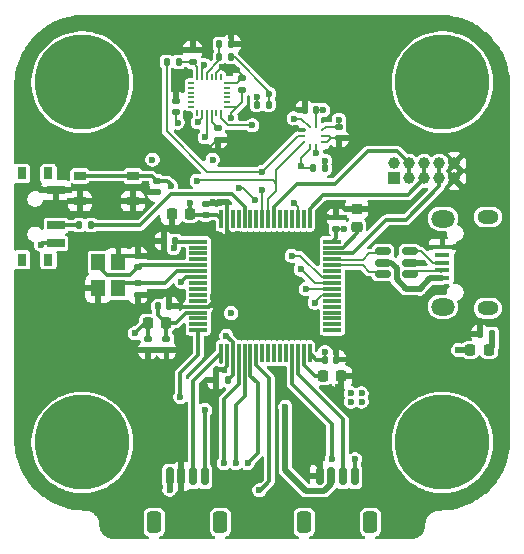
<source format=gbr>
%TF.GenerationSoftware,KiCad,Pcbnew,9.0.1*%
%TF.CreationDate,2025-06-10T20:36:17-04:00*%
%TF.ProjectId,STM32_FlightController,53544d33-325f-4466-9c69-676874436f6e,rev?*%
%TF.SameCoordinates,Original*%
%TF.FileFunction,Copper,L1,Top*%
%TF.FilePolarity,Positive*%
%FSLAX46Y46*%
G04 Gerber Fmt 4.6, Leading zero omitted, Abs format (unit mm)*
G04 Created by KiCad (PCBNEW 9.0.1) date 2025-06-10 20:36:17*
%MOMM*%
%LPD*%
G01*
G04 APERTURE LIST*
G04 Aperture macros list*
%AMRoundRect*
0 Rectangle with rounded corners*
0 $1 Rounding radius*
0 $2 $3 $4 $5 $6 $7 $8 $9 X,Y pos of 4 corners*
0 Add a 4 corners polygon primitive as box body*
4,1,4,$2,$3,$4,$5,$6,$7,$8,$9,$2,$3,0*
0 Add four circle primitives for the rounded corners*
1,1,$1+$1,$2,$3*
1,1,$1+$1,$4,$5*
1,1,$1+$1,$6,$7*
1,1,$1+$1,$8,$9*
0 Add four rect primitives between the rounded corners*
20,1,$1+$1,$2,$3,$4,$5,0*
20,1,$1+$1,$4,$5,$6,$7,0*
20,1,$1+$1,$6,$7,$8,$9,0*
20,1,$1+$1,$8,$9,$2,$3,0*%
G04 Aperture macros list end*
%TA.AperFunction,SMDPad,CuDef*%
%ADD10RoundRect,0.135000X-0.185000X0.135000X-0.185000X-0.135000X0.185000X-0.135000X0.185000X0.135000X0*%
%TD*%
%TA.AperFunction,SMDPad,CuDef*%
%ADD11RoundRect,0.135000X-0.135000X-0.185000X0.135000X-0.185000X0.135000X0.185000X-0.135000X0.185000X0*%
%TD*%
%TA.AperFunction,SMDPad,CuDef*%
%ADD12RoundRect,0.150000X-0.150000X-0.625000X0.150000X-0.625000X0.150000X0.625000X-0.150000X0.625000X0*%
%TD*%
%TA.AperFunction,SMDPad,CuDef*%
%ADD13RoundRect,0.250000X-0.350000X-0.650000X0.350000X-0.650000X0.350000X0.650000X-0.350000X0.650000X0*%
%TD*%
%TA.AperFunction,SMDPad,CuDef*%
%ADD14R,1.300000X0.450000*%
%TD*%
%TA.AperFunction,HeatsinkPad*%
%ADD15O,1.800000X1.150000*%
%TD*%
%TA.AperFunction,HeatsinkPad*%
%ADD16O,2.000000X1.450000*%
%TD*%
%TA.AperFunction,SMDPad,CuDef*%
%ADD17RoundRect,0.140000X-0.140000X-0.170000X0.140000X-0.170000X0.140000X0.170000X-0.140000X0.170000X0*%
%TD*%
%TA.AperFunction,SMDPad,CuDef*%
%ADD18RoundRect,0.135000X0.135000X0.185000X-0.135000X0.185000X-0.135000X-0.185000X0.135000X-0.185000X0*%
%TD*%
%TA.AperFunction,SMDPad,CuDef*%
%ADD19R,0.800000X1.000000*%
%TD*%
%TA.AperFunction,SMDPad,CuDef*%
%ADD20R,1.500000X0.700000*%
%TD*%
%TA.AperFunction,SMDPad,CuDef*%
%ADD21RoundRect,0.140000X0.170000X-0.140000X0.170000X0.140000X-0.170000X0.140000X-0.170000X-0.140000X0*%
%TD*%
%TA.AperFunction,SMDPad,CuDef*%
%ADD22RoundRect,0.050000X-0.225000X-0.050000X0.225000X-0.050000X0.225000X0.050000X-0.225000X0.050000X0*%
%TD*%
%TA.AperFunction,SMDPad,CuDef*%
%ADD23RoundRect,0.050000X0.050000X-0.225000X0.050000X0.225000X-0.050000X0.225000X-0.050000X-0.225000X0*%
%TD*%
%TA.AperFunction,SMDPad,CuDef*%
%ADD24RoundRect,0.218750X0.218750X0.256250X-0.218750X0.256250X-0.218750X-0.256250X0.218750X-0.256250X0*%
%TD*%
%TA.AperFunction,SMDPad,CuDef*%
%ADD25RoundRect,0.140000X-0.170000X0.140000X-0.170000X-0.140000X0.170000X-0.140000X0.170000X0.140000X0*%
%TD*%
%TA.AperFunction,SMDPad,CuDef*%
%ADD26RoundRect,0.225000X0.250000X-0.225000X0.250000X0.225000X-0.250000X0.225000X-0.250000X-0.225000X0*%
%TD*%
%TA.AperFunction,SMDPad,CuDef*%
%ADD27RoundRect,0.140000X0.140000X0.170000X-0.140000X0.170000X-0.140000X-0.170000X0.140000X-0.170000X0*%
%TD*%
%TA.AperFunction,SMDPad,CuDef*%
%ADD28R,0.250000X0.275000*%
%TD*%
%TA.AperFunction,SMDPad,CuDef*%
%ADD29R,0.275000X0.250000*%
%TD*%
%TA.AperFunction,SMDPad,CuDef*%
%ADD30RoundRect,0.075000X-0.700000X-0.075000X0.700000X-0.075000X0.700000X0.075000X-0.700000X0.075000X0*%
%TD*%
%TA.AperFunction,SMDPad,CuDef*%
%ADD31RoundRect,0.075000X-0.075000X-0.700000X0.075000X-0.700000X0.075000X0.700000X-0.075000X0.700000X0*%
%TD*%
%TA.AperFunction,SMDPad,CuDef*%
%ADD32RoundRect,0.225000X0.225000X0.250000X-0.225000X0.250000X-0.225000X-0.250000X0.225000X-0.250000X0*%
%TD*%
%TA.AperFunction,SMDPad,CuDef*%
%ADD33R,0.990600X0.711200*%
%TD*%
%TA.AperFunction,ComponentPad*%
%ADD34C,8.000000*%
%TD*%
%TA.AperFunction,SMDPad,CuDef*%
%ADD35R,1.200000X1.400000*%
%TD*%
%TA.AperFunction,SMDPad,CuDef*%
%ADD36RoundRect,0.225000X-0.225000X-0.250000X0.225000X-0.250000X0.225000X0.250000X-0.225000X0.250000X0*%
%TD*%
%TA.AperFunction,SMDPad,CuDef*%
%ADD37RoundRect,0.150000X0.512500X0.150000X-0.512500X0.150000X-0.512500X-0.150000X0.512500X-0.150000X0*%
%TD*%
%TA.AperFunction,ComponentPad*%
%ADD38R,1.000000X1.000000*%
%TD*%
%TA.AperFunction,ComponentPad*%
%ADD39C,1.000000*%
%TD*%
%TA.AperFunction,ViaPad*%
%ADD40C,0.600000*%
%TD*%
%TA.AperFunction,Conductor*%
%ADD41C,0.300000*%
%TD*%
%TA.AperFunction,Conductor*%
%ADD42C,0.200000*%
%TD*%
%TA.AperFunction,Conductor*%
%ADD43C,0.500000*%
%TD*%
%TA.AperFunction,Conductor*%
%ADD44C,0.160000*%
%TD*%
G04 APERTURE END LIST*
D10*
%TO.P,R1,1*%
%TO.N,GND*%
X29862500Y-17477500D03*
%TO.P,R1,2*%
%TO.N,/IMU_MOSI*%
X29862500Y-18497500D03*
%TD*%
D11*
%TO.P,R10,1*%
%TO.N,/SW_BOOT0*%
X20252500Y-32287500D03*
%TO.P,R10,2*%
%TO.N,/BOOT0*%
X21272500Y-32287500D03*
%TD*%
D12*
%TO.P,J4,1,Pin_1*%
%TO.N,GND*%
X40612500Y-53587500D03*
%TO.P,J4,2,Pin_2*%
%TO.N,V_MAIN*%
X41612500Y-53587500D03*
%TO.P,J4,3,Pin_3*%
%TO.N,/ELRS_TX*%
X42612500Y-53587500D03*
%TO.P,J4,4,Pin_4*%
%TO.N,/ELRS_RX*%
X43612500Y-53587500D03*
D13*
%TO.P,J4,MP*%
%TO.N,N/C*%
X39312500Y-57462500D03*
X44912500Y-57462500D03*
%TD*%
D14*
%TO.P,J1,1,VBUS*%
%TO.N,VBUS*%
X51007500Y-36787500D03*
%TO.P,J1,2,D-*%
%TO.N,Net-(J1-D-)*%
X51007500Y-36137500D03*
%TO.P,J1,3,D+*%
%TO.N,Net-(J1-D+)*%
X51007500Y-35487500D03*
%TO.P,J1,4,ID*%
%TO.N,unconnected-(J1-ID-Pad4)*%
X51007500Y-34837500D03*
%TO.P,J1,5,GND*%
%TO.N,GND*%
X51007500Y-34187500D03*
D15*
%TO.P,J1,6,Shield*%
%TO.N,unconnected-(J1-Shield-Pad6)_2*%
X54857500Y-39362500D03*
D16*
%TO.N,unconnected-(J1-Shield-Pad6)*%
X51057500Y-39212500D03*
%TO.N,unconnected-(J1-Shield-Pad6)_3*%
X51057500Y-31762500D03*
D15*
%TO.N,unconnected-(J1-Shield-Pad6)_1*%
X54857500Y-31612500D03*
%TD*%
D17*
%TO.P,C4,1*%
%TO.N,+3V3*%
X41082500Y-43687500D03*
%TO.P,C4,2*%
%TO.N,GND*%
X42042500Y-43687500D03*
%TD*%
D18*
%TO.P,R9,1*%
%TO.N,/PWR_LED_K*%
X55232500Y-41537500D03*
%TO.P,R9,2*%
%TO.N,GND*%
X54212500Y-41537500D03*
%TD*%
D19*
%TO.P,SW2,*%
%TO.N,*%
X17642500Y-27937500D03*
X15432500Y-27937500D03*
X17642500Y-35237500D03*
X15432500Y-35237500D03*
D20*
%TO.P,SW2,1,A*%
%TO.N,GND*%
X18292500Y-29337500D03*
%TO.P,SW2,2,B*%
%TO.N,/SW_BOOT0*%
X18292500Y-32337500D03*
%TO.P,SW2,3,C*%
%TO.N,+3V3*%
X18292500Y-33837500D03*
%TD*%
D21*
%TO.P,C10,1*%
%TO.N,+1V8*%
X28462500Y-22767500D03*
%TO.P,C10,2*%
%TO.N,GND*%
X28462500Y-21807500D03*
%TD*%
D17*
%TO.P,C8,1*%
%TO.N,+3.3VA*%
X26940000Y-39187500D03*
%TO.P,C8,2*%
%TO.N,GND*%
X27900000Y-39187500D03*
%TD*%
D22*
%TO.P,U2,1,NC*%
%TO.N,unconnected-(U2-NC-Pad1)*%
X29762500Y-20287500D03*
%TO.P,U2,2,NC*%
%TO.N,unconnected-(U2-NC-Pad2)*%
X29762500Y-20687500D03*
%TO.P,U2,3,NC*%
%TO.N,unconnected-(U2-NC-Pad3)*%
X29762500Y-21087500D03*
%TO.P,U2,4,NC*%
%TO.N,unconnected-(U2-NC-Pad4)*%
X29762500Y-21487500D03*
%TO.P,U2,5,NC*%
%TO.N,unconnected-(U2-NC-Pad5)*%
X29762500Y-21887500D03*
%TO.P,U2,6,NC*%
%TO.N,unconnected-(U2-NC-Pad6)*%
X29762500Y-22287500D03*
D23*
%TO.P,U2,7,AUX_CL*%
%TO.N,unconnected-(U2-AUX_CL-Pad7)*%
X30262500Y-22787500D03*
%TO.P,U2,8,VDDIO*%
%TO.N,+1V8*%
X30662500Y-22787500D03*
%TO.P,U2,9,SDO/AD0*%
%TO.N,/IMU_MISO*%
X31062500Y-22787500D03*
%TO.P,U2,10,REGOUT*%
%TO.N,Net-(U2-REGOUT)*%
X31462500Y-22787500D03*
%TO.P,U2,11,FSYNC*%
%TO.N,unconnected-(U2-FSYNC-Pad11)*%
X31862500Y-22787500D03*
%TO.P,U2,12,INT1*%
%TO.N,/IMU_INT*%
X32262500Y-22787500D03*
D22*
%TO.P,U2,13,VDD*%
%TO.N,+1V8*%
X32762500Y-22287500D03*
%TO.P,U2,14,NC*%
%TO.N,unconnected-(U2-NC-Pad14)*%
X32762500Y-21887500D03*
%TO.P,U2,15,NC*%
%TO.N,unconnected-(U2-NC-Pad15)*%
X32762500Y-21487500D03*
%TO.P,U2,16,NC*%
%TO.N,unconnected-(U2-NC-Pad16)*%
X32762500Y-21087500D03*
%TO.P,U2,17,NC*%
%TO.N,unconnected-(U2-NC-Pad17)*%
X32762500Y-20687500D03*
%TO.P,U2,18,GND*%
%TO.N,GND*%
X32762500Y-20287500D03*
D23*
%TO.P,U2,19,RESV*%
%TO.N,unconnected-(U2-RESV-Pad19)*%
X32262500Y-19787500D03*
%TO.P,U2,20,GND*%
%TO.N,GND*%
X31862500Y-19787500D03*
%TO.P,U2,21,AUX_DA*%
%TO.N,unconnected-(U2-AUX_DA-Pad21)*%
X31462500Y-19787500D03*
%TO.P,U2,22,~{CS}*%
%TO.N,/IMU_CS*%
X31062500Y-19787500D03*
%TO.P,U2,23,SCL/SCLK*%
%TO.N,/IMU_SCK*%
X30662500Y-19787500D03*
%TO.P,U2,24,SDA/SDI*%
%TO.N,/IMU_MOSI*%
X30262500Y-19787500D03*
%TD*%
D24*
%TO.P,FB1,1*%
%TO.N,+3.3VA*%
X27650000Y-40587500D03*
%TO.P,FB1,2*%
%TO.N,+3V3*%
X26075000Y-40587500D03*
%TD*%
D25*
%TO.P,C7,1*%
%TO.N,+3.3VA*%
X27650000Y-41912500D03*
%TO.P,C7,2*%
%TO.N,GND*%
X27650000Y-42872500D03*
%TD*%
D26*
%TO.P,C14,1*%
%TO.N,Net-(U3-VCAP_2)*%
X43762500Y-32462500D03*
%TO.P,C14,2*%
%TO.N,GND*%
X43762500Y-30912500D03*
%TD*%
D25*
%TO.P,C23,1*%
%TO.N,/NRST*%
X26812500Y-28557500D03*
%TO.P,C23,2*%
%TO.N,GND*%
X26812500Y-29517500D03*
%TD*%
D27*
%TO.P,C15,1*%
%TO.N,+3V3*%
X40312500Y-22562500D03*
%TO.P,C15,2*%
%TO.N,GND*%
X39352500Y-22562500D03*
%TD*%
D11*
%TO.P,R8,1*%
%TO.N,/CS2*%
X40042500Y-27512500D03*
%TO.P,R8,2*%
%TO.N,+3V3*%
X41062500Y-27512500D03*
%TD*%
D12*
%TO.P,J3,1,Pin_1*%
%TO.N,+3V3*%
X27912500Y-53587500D03*
%TO.P,J3,2,Pin_2*%
%TO.N,GND*%
X28912500Y-53587500D03*
%TO.P,J3,3,Pin_3*%
%TO.N,/GPS_TX*%
X29912500Y-53587500D03*
%TO.P,J3,4,Pin_4*%
%TO.N,/GPS_RX*%
X30912500Y-53587500D03*
D13*
%TO.P,J3,MP*%
%TO.N,N/C*%
X26612500Y-57462500D03*
X32212500Y-57462500D03*
%TD*%
D21*
%TO.P,C11,1*%
%TO.N,+1V8*%
X34062500Y-20847500D03*
%TO.P,C11,2*%
%TO.N,GND*%
X34062500Y-19887500D03*
%TD*%
D28*
%TO.P,U7,1,VDDIO*%
%TO.N,+3V3*%
X40312500Y-24025000D03*
%TO.P,U7,2,SCK/SCL*%
%TO.N,/SCK*%
X39812500Y-24025000D03*
D29*
%TO.P,U7,3,VSS/GND*%
%TO.N,GND*%
X39300000Y-24287500D03*
%TO.P,U7,4,SDI/SDO/SDA*%
%TO.N,/MOSI*%
X39300000Y-24787500D03*
%TO.P,U7,5,SDO/DNC/SA0*%
%TO.N,/MISO*%
X39300000Y-25287500D03*
D28*
%TO.P,U7,6,~{CS}*%
%TO.N,/CS2*%
X39812500Y-25550000D03*
%TO.P,U7,7,INT/DNC*%
%TO.N,/INT2*%
X40312500Y-25550000D03*
D29*
%TO.P,U7,8,VSS/GND*%
%TO.N,GND*%
X40825000Y-25287500D03*
%TO.P,U7,9,VSS/GND*%
X40825000Y-24787500D03*
%TO.P,U7,10,VDD*%
%TO.N,+3V3*%
X40825000Y-24287500D03*
%TD*%
D18*
%TO.P,R2,1*%
%TO.N,/IMU_MOSI*%
X28672500Y-18487500D03*
%TO.P,R2,2*%
%TO.N,/MOSI*%
X27652500Y-18487500D03*
%TD*%
D30*
%TO.P,U3,1,VBAT*%
%TO.N,+3V3*%
X30337500Y-33712500D03*
%TO.P,U3,2,PC13*%
%TO.N,unconnected-(U3-PC13-Pad2)*%
X30337500Y-34212500D03*
%TO.P,U3,3,PC14*%
%TO.N,unconnected-(U3-PC14-Pad3)*%
X30337500Y-34712500D03*
%TO.P,U3,4,PC15*%
%TO.N,unconnected-(U3-PC15-Pad4)*%
X30337500Y-35212500D03*
%TO.P,U3,5,PH0*%
%TO.N,/HSE_IN*%
X30337500Y-35712500D03*
%TO.P,U3,6,PH1*%
%TO.N,/HSE_OUT*%
X30337500Y-36212500D03*
%TO.P,U3,7,NRST*%
%TO.N,/NRST*%
X30337500Y-36712500D03*
%TO.P,U3,8,PC0*%
%TO.N,unconnected-(U3-PC0-Pad8)*%
X30337500Y-37212500D03*
%TO.P,U3,9,PC1*%
%TO.N,unconnected-(U3-PC1-Pad9)*%
X30337500Y-37712500D03*
%TO.P,U3,10,PC2*%
%TO.N,unconnected-(U3-PC2-Pad10)*%
X30337500Y-38212500D03*
%TO.P,U3,11,PC3*%
%TO.N,unconnected-(U3-PC3-Pad11)*%
X30337500Y-38712500D03*
%TO.P,U3,12,VSSA*%
%TO.N,GND*%
X30337500Y-39212500D03*
%TO.P,U3,13,VDDA*%
%TO.N,+3.3VA*%
X30337500Y-39712500D03*
%TO.P,U3,14,PA0*%
%TO.N,unconnected-(U3-PA0-Pad14)*%
X30337500Y-40212500D03*
%TO.P,U3,15,PA1*%
%TO.N,unconnected-(U3-PA1-Pad15)*%
X30337500Y-40712500D03*
%TO.P,U3,16,PA2*%
%TO.N,/GPS_RX*%
X30337500Y-41212500D03*
D31*
%TO.P,U3,17,PA3*%
%TO.N,/GPS_TX*%
X32262500Y-43137500D03*
%TO.P,U3,18,VSS*%
%TO.N,GND*%
X32762500Y-43137500D03*
%TO.P,U3,19,VDD*%
%TO.N,+3V3*%
X33262500Y-43137500D03*
%TO.P,U3,20,PA4*%
%TO.N,/S4*%
X33762500Y-43137500D03*
%TO.P,U3,21,PA5*%
%TO.N,/S3*%
X34262500Y-43137500D03*
%TO.P,U3,22,PA6*%
%TO.N,/S2*%
X34762500Y-43137500D03*
%TO.P,U3,23,PA7*%
%TO.N,/S1*%
X35262500Y-43137500D03*
%TO.P,U3,24,PC4*%
%TO.N,unconnected-(U3-PC4-Pad24)*%
X35762500Y-43137500D03*
%TO.P,U3,25,PC5*%
%TO.N,unconnected-(U3-PC5-Pad25)*%
X36262500Y-43137500D03*
%TO.P,U3,26,PB0*%
%TO.N,unconnected-(U3-PB0-Pad26)*%
X36762500Y-43137500D03*
%TO.P,U3,27,PB1*%
%TO.N,unconnected-(U3-PB1-Pad27)*%
X37262500Y-43137500D03*
%TO.P,U3,28,PB2*%
%TO.N,unconnected-(U3-PB2-Pad28)*%
X37762500Y-43137500D03*
%TO.P,U3,29,PB10*%
%TO.N,/ELRS_RX*%
X38262500Y-43137500D03*
%TO.P,U3,30,PB11*%
%TO.N,/ELRS_TX*%
X38762500Y-43137500D03*
%TO.P,U3,31,VCAP_1*%
%TO.N,Net-(U3-VCAP_1)*%
X39262500Y-43137500D03*
%TO.P,U3,32,VDD*%
%TO.N,+3V3*%
X39762500Y-43137500D03*
D30*
%TO.P,U3,33,PB12*%
%TO.N,unconnected-(U3-PB12-Pad33)*%
X41687500Y-41212500D03*
%TO.P,U3,34,PB13*%
%TO.N,unconnected-(U3-PB13-Pad34)*%
X41687500Y-40712500D03*
%TO.P,U3,35,PB14*%
%TO.N,unconnected-(U3-PB14-Pad35)*%
X41687500Y-40212500D03*
%TO.P,U3,36,PB15*%
%TO.N,unconnected-(U3-PB15-Pad36)*%
X41687500Y-39712500D03*
%TO.P,U3,37,PC6*%
%TO.N,unconnected-(U3-PC6-Pad37)*%
X41687500Y-39212500D03*
%TO.P,U3,38,PC7*%
%TO.N,unconnected-(U3-PC7-Pad38)*%
X41687500Y-38712500D03*
%TO.P,U3,39,PC8*%
%TO.N,/INT2*%
X41687500Y-38212500D03*
%TO.P,U3,40,PC9*%
%TO.N,/INT1*%
X41687500Y-37712500D03*
%TO.P,U3,41,PA8*%
%TO.N,/CS2*%
X41687500Y-37212500D03*
%TO.P,U3,42,PA9*%
%TO.N,/CS1*%
X41687500Y-36712500D03*
%TO.P,U3,43,PA10*%
%TO.N,unconnected-(U3-PA10-Pad43)*%
X41687500Y-36212500D03*
%TO.P,U3,44,PA11*%
%TO.N,/USB_D-*%
X41687500Y-35712500D03*
%TO.P,U3,45,PA12*%
%TO.N,/USB_D+*%
X41687500Y-35212500D03*
%TO.P,U3,46,PA13*%
%TO.N,/SWDIO*%
X41687500Y-34712500D03*
%TO.P,U3,47,VCAP_2*%
%TO.N,Net-(U3-VCAP_2)*%
X41687500Y-34212500D03*
%TO.P,U3,48,VDD*%
%TO.N,+3V3*%
X41687500Y-33712500D03*
D31*
%TO.P,U3,49,PA14*%
%TO.N,/SWCLK*%
X39762500Y-31787500D03*
%TO.P,U3,50,PA15*%
%TO.N,unconnected-(U3-PA15-Pad50)*%
X39262500Y-31787500D03*
%TO.P,U3,51,PC10*%
%TO.N,/SCK*%
X38762500Y-31787500D03*
%TO.P,U3,52,PC11*%
%TO.N,unconnected-(U3-PC11-Pad52)*%
X38262500Y-31787500D03*
%TO.P,U3,53,PC12*%
%TO.N,unconnected-(U3-PC12-Pad53)*%
X37762500Y-31787500D03*
%TO.P,U3,54,PD2*%
%TO.N,unconnected-(U3-PD2-Pad54)*%
X37262500Y-31787500D03*
%TO.P,U3,55,PB3*%
%TO.N,/SWO*%
X36762500Y-31787500D03*
%TO.P,U3,56,PB4*%
%TO.N,/MISO*%
X36262500Y-31787500D03*
%TO.P,U3,57,PB5*%
%TO.N,/MOSI*%
X35762500Y-31787500D03*
%TO.P,U3,58,PB6*%
%TO.N,unconnected-(U3-PB6-Pad58)*%
X35262500Y-31787500D03*
%TO.P,U3,59,PB7*%
%TO.N,unconnected-(U3-PB7-Pad59)*%
X34762500Y-31787500D03*
%TO.P,U3,60,BOOT0*%
%TO.N,/BOOT0*%
X34262500Y-31787500D03*
%TO.P,U3,61,PB8*%
%TO.N,unconnected-(U3-PB8-Pad61)*%
X33762500Y-31787500D03*
%TO.P,U3,62,PB9*%
%TO.N,unconnected-(U3-PB9-Pad62)*%
X33262500Y-31787500D03*
%TO.P,U3,63,VSS*%
%TO.N,GND*%
X32762500Y-31787500D03*
%TO.P,U3,64,VDD*%
%TO.N,+3V3*%
X32262500Y-31787500D03*
%TD*%
D21*
%TO.P,C2,1*%
%TO.N,+3V3*%
X30962500Y-31442500D03*
%TO.P,C2,2*%
%TO.N,GND*%
X30962500Y-30482500D03*
%TD*%
D25*
%TO.P,C12,1*%
%TO.N,Net-(U2-REGOUT)*%
X31987500Y-24107500D03*
%TO.P,C12,2*%
%TO.N,GND*%
X31987500Y-25067500D03*
%TD*%
D32*
%TO.P,C1,1*%
%TO.N,+3V3*%
X29637500Y-31362500D03*
%TO.P,C1,2*%
%TO.N,GND*%
X28087500Y-31362500D03*
%TD*%
D27*
%TO.P,C5,1*%
%TO.N,+3V3*%
X32817500Y-45437500D03*
%TO.P,C5,2*%
%TO.N,GND*%
X31857500Y-45437500D03*
%TD*%
D24*
%TO.P,D2,1,K*%
%TO.N,/PWR_LED_K*%
X54950000Y-42887500D03*
%TO.P,D2,2,A*%
%TO.N,+3V3*%
X53375000Y-42887500D03*
%TD*%
D27*
%TO.P,C9,1*%
%TO.N,+3V3*%
X28412500Y-33662500D03*
%TO.P,C9,2*%
%TO.N,GND*%
X27452500Y-33662500D03*
%TD*%
D11*
%TO.P,R7,1*%
%TO.N,/IMU_CS*%
X32132500Y-18087500D03*
%TO.P,R7,2*%
%TO.N,/CS1*%
X33152500Y-18087500D03*
%TD*%
D21*
%TO.P,C3,1*%
%TO.N,+3V3*%
X42012500Y-32622500D03*
%TO.P,C3,2*%
%TO.N,GND*%
X42012500Y-31662500D03*
%TD*%
D33*
%TO.P,SW1,1,1*%
%TO.N,/NRST*%
X20312499Y-28137501D03*
%TO.P,SW1,2,2*%
X24812501Y-28137501D03*
%TO.P,SW1,3,3*%
%TO.N,GND*%
X20312499Y-30287499D03*
%TO.P,SW1,4,4*%
X24812501Y-30287499D03*
%TD*%
D34*
%TO.P,H1,1,1*%
%TO.N,unconnected-(H1-Pad1)*%
X20512500Y-20212500D03*
%TD*%
D25*
%TO.P,C6,1*%
%TO.N,+3V3*%
X26062500Y-41912500D03*
%TO.P,C6,2*%
%TO.N,GND*%
X26062500Y-42872500D03*
%TD*%
%TO.P,C22,1*%
%TO.N,/HSE_OUT*%
X25212500Y-37252500D03*
%TO.P,C22,2*%
%TO.N,GND*%
X25212500Y-38212500D03*
%TD*%
D34*
%TO.P,H3,1,1*%
%TO.N,unconnected-(H3-Pad1)*%
X20512500Y-50712500D03*
%TD*%
D21*
%TO.P,C21,1*%
%TO.N,/HSE_IN*%
X25212500Y-35892500D03*
%TO.P,C21,2*%
%TO.N,GND*%
X25212500Y-34932500D03*
%TD*%
D35*
%TO.P,Y1,1,1*%
%TO.N,/HSE_IN*%
X21887500Y-35462500D03*
%TO.P,Y1,2,2*%
%TO.N,GND*%
X21887500Y-37662500D03*
%TO.P,Y1,3,3*%
%TO.N,/HSE_OUT*%
X23587500Y-37662500D03*
%TO.P,Y1,4,4*%
%TO.N,GND*%
X23587500Y-35462500D03*
%TD*%
D18*
%TO.P,R6,1*%
%TO.N,GND*%
X33152500Y-16987500D03*
%TO.P,R6,2*%
%TO.N,/IMU_CS*%
X32132500Y-16987500D03*
%TD*%
D34*
%TO.P,H4,1,1*%
%TO.N,unconnected-(H4-Pad1)*%
X51012500Y-50712500D03*
%TD*%
D36*
%TO.P,C13,1*%
%TO.N,Net-(U3-VCAP_1)*%
X40887500Y-45112500D03*
%TO.P,C13,2*%
%TO.N,GND*%
X42437500Y-45112500D03*
%TD*%
D18*
%TO.P,R5,1*%
%TO.N,/CS1*%
X36322500Y-22112500D03*
%TO.P,R5,2*%
%TO.N,+3V3*%
X35302500Y-22112500D03*
%TD*%
D34*
%TO.P,H2,1,1*%
%TO.N,unconnected-(H2-Pad1)*%
X51012500Y-20212500D03*
%TD*%
D37*
%TO.P,U4,1,I/O1*%
%TO.N,Net-(J1-D-)*%
X48262500Y-36437500D03*
%TO.P,U4,2,GND*%
%TO.N,GND*%
X48262500Y-35487500D03*
%TO.P,U4,3,I/O2*%
%TO.N,Net-(J1-D+)*%
X48262500Y-34537500D03*
%TO.P,U4,4,I/O2*%
%TO.N,/USB_D+*%
X45987500Y-34537500D03*
%TO.P,U4,5,VBUS*%
%TO.N,VBUS*%
X45987500Y-35487500D03*
%TO.P,U4,6,I/O1*%
%TO.N,/USB_D-*%
X45987500Y-36437500D03*
%TD*%
D25*
%TO.P,C16,1*%
%TO.N,+3V3*%
X42262500Y-23982500D03*
%TO.P,C16,2*%
%TO.N,GND*%
X42262500Y-24942500D03*
%TD*%
D38*
%TO.P,J5,1,Pin_1*%
%TO.N,+3V3*%
X46937500Y-28357500D03*
D39*
%TO.P,J5,2,Pin_2*%
X46937500Y-27087500D03*
%TO.P,J5,3,Pin_3*%
%TO.N,/SWO*%
X48207500Y-28357500D03*
%TO.P,J5,4,Pin_4*%
X48207500Y-27087500D03*
%TO.P,J5,5,Pin_5*%
%TO.N,/SWCLK*%
X49477500Y-28357500D03*
%TO.P,J5,6,Pin_6*%
X49477500Y-27087500D03*
%TO.P,J5,7,Pin_7*%
%TO.N,/SWDIO*%
X50747500Y-28357500D03*
%TO.P,J5,8,Pin_8*%
X50747500Y-27087500D03*
%TO.P,J5,9,Pin_9*%
%TO.N,GND*%
X52017500Y-28357500D03*
%TO.P,J5,10,Pin_10*%
X52017500Y-27087500D03*
%TD*%
D40*
%TO.N,GND*%
X40112500Y-52362500D03*
X38142500Y-46692500D03*
X44787500Y-30912500D03*
X41262500Y-31662500D03*
%TO.N,+3V3*%
X42652500Y-32622500D03*
%TO.N,GND*%
X43012500Y-18962500D03*
X38887500Y-48787500D03*
X40237500Y-48787500D03*
X32374329Y-18949201D03*
X50012500Y-41962500D03*
X17012500Y-38962500D03*
X35987500Y-25812500D03*
X40237500Y-49462500D03*
X37512500Y-54712500D03*
X20012500Y-25962500D03*
X31612500Y-30337500D03*
X33687500Y-33062500D03*
X23587500Y-34112500D03*
X28912500Y-17437500D03*
X45012500Y-20962500D03*
X48012500Y-39962500D03*
X25012500Y-43962500D03*
X27012500Y-47962500D03*
X28912500Y-54712500D03*
X22612500Y-30287499D03*
X28092500Y-32222500D03*
X27452500Y-33002500D03*
X50012500Y-43962500D03*
X24012500Y-25962500D03*
X25012500Y-47962500D03*
X39562500Y-48787500D03*
X43012500Y-20962500D03*
X54212500Y-40787500D03*
X31212500Y-25812500D03*
X48012500Y-41962500D03*
X27012500Y-49962500D03*
X31912500Y-44562500D03*
X21012500Y-42962500D03*
X48012500Y-45962500D03*
X23012500Y-42962500D03*
X25012500Y-45962500D03*
X25962500Y-29162500D03*
X17012500Y-40962500D03*
X52162500Y-34187500D03*
X26012500Y-38212500D03*
X26462500Y-25812500D03*
X19012500Y-38962500D03*
X31600163Y-38406155D03*
X17012500Y-42962500D03*
X42162500Y-46012500D03*
X27012500Y-45962500D03*
X33655735Y-19169265D03*
X17012500Y-29237500D03*
X28462500Y-21012500D03*
X43012500Y-16962500D03*
X19012500Y-42962500D03*
X45012500Y-22962500D03*
X19012500Y-40962500D03*
X22012500Y-25962500D03*
X33152500Y-16312500D03*
X45012500Y-16962500D03*
X39562500Y-49462500D03*
X28390000Y-42885000D03*
X21012500Y-40962500D03*
X49359735Y-35515265D03*
X42042500Y-43062500D03*
X45012500Y-18962500D03*
X29562500Y-32737500D03*
X20737500Y-37662500D03*
X38887500Y-49437500D03*
X42262500Y-25537500D03*
X38639771Y-24054541D03*
X48012500Y-43962500D03*
%TO.N,+3V3*%
X35312500Y-21462500D03*
X29612500Y-30462500D03*
X26462500Y-26762500D03*
X52362500Y-42887500D03*
X32712500Y-41687500D03*
X41062500Y-43062500D03*
X27912500Y-54712500D03*
X31556793Y-26768207D03*
X28262500Y-34262500D03*
X17012500Y-33962500D03*
X41062500Y-26862500D03*
X33125000Y-39750000D03*
X42262500Y-23387500D03*
X43262500Y-46562500D03*
X44162500Y-46562500D03*
X40912500Y-22562500D03*
X44162500Y-47262500D03*
X24987500Y-41462500D03*
X43262500Y-47262500D03*
%TO.N,/NRST*%
X28012500Y-28962500D03*
X28912500Y-37112500D03*
%TO.N,V_MAIN*%
X37712500Y-47712500D03*
%TO.N,VBUS*%
X49087500Y-37687500D03*
%TO.N,+1V8*%
X30287500Y-23612500D03*
X28600999Y-23624001D03*
X33112500Y-23237500D03*
%TO.N,/IMU_MISO*%
X30887500Y-24862500D03*
%TO.N,/MISO*%
X30211500Y-28562500D03*
%TO.N,/IMU_INT*%
X34912500Y-23862500D03*
%TO.N,/INT1*%
X35142500Y-30187500D03*
X33787500Y-29187500D03*
X39462500Y-37712500D03*
%TO.N,/MOSI*%
X35762500Y-27812500D03*
X35762500Y-29312500D03*
%TO.N,/IMU_SCK*%
X30863235Y-18763235D03*
%TO.N,/SCK*%
X38412500Y-23287500D03*
X38412500Y-30412500D03*
%TO.N,/CS1*%
X38262500Y-34912500D03*
X36337500Y-21187500D03*
%TO.N,/S1*%
X35512500Y-54752500D03*
%TO.N,/S2*%
X34512500Y-52462500D03*
%TO.N,/S3*%
X33512500Y-52462500D03*
%TO.N,/S4*%
X32512500Y-52462500D03*
%TO.N,/CS2*%
X39012500Y-36062500D03*
X39012500Y-27337500D03*
%TO.N,/INT2*%
X40312500Y-26212500D03*
X40212500Y-38862500D03*
%TO.N,/GPS_RX*%
X30912500Y-47962500D03*
X28812500Y-46862500D03*
%TO.N,/ELRS_RX*%
X43612500Y-52137500D03*
X41637500Y-52137500D03*
%TD*%
D41*
%TO.N,GND*%
X28092500Y-32222500D02*
X28092500Y-31367500D01*
X28092500Y-31367500D02*
X28087500Y-31362500D01*
D42*
%TO.N,+3V3*%
X42012500Y-32622500D02*
X42652500Y-32622500D01*
D41*
%TO.N,GND*%
X26812500Y-29517500D02*
X26317500Y-29517500D01*
X30337500Y-39212500D02*
X28000000Y-39212500D01*
D42*
X28912500Y-17437500D02*
X29037500Y-17437500D01*
D41*
X33687500Y-33062500D02*
X33062500Y-33062500D01*
X26012500Y-38212500D02*
X25212500Y-38212500D01*
D42*
X41242500Y-25287500D02*
X40825000Y-25287500D01*
D41*
X27662500Y-42885000D02*
X27650000Y-42872500D01*
X20312499Y-30287499D02*
X24812501Y-30287499D01*
X52162500Y-34187500D02*
X51007500Y-34187500D01*
D42*
X41587500Y-24942500D02*
X41432500Y-24787500D01*
D43*
X28912500Y-53587500D02*
X28912500Y-54712500D01*
D42*
X33152500Y-16312500D02*
X33152500Y-16987500D01*
D41*
X31217034Y-39212500D02*
X30337500Y-39212500D01*
D42*
X41432500Y-24787500D02*
X40825000Y-24787500D01*
D41*
X31857500Y-44617500D02*
X31857500Y-45437500D01*
X31467500Y-30482500D02*
X31612500Y-30337500D01*
X42437500Y-45112500D02*
X42437500Y-45737500D01*
X30962500Y-30482500D02*
X31467500Y-30482500D01*
X31912500Y-44562500D02*
X32412500Y-44562500D01*
X20737500Y-37662500D02*
X21887500Y-37662500D01*
D42*
X37971536Y-24054541D02*
X37679495Y-23762500D01*
X32762500Y-20287500D02*
X33662500Y-20287500D01*
X34062500Y-19887500D02*
X34062500Y-19576030D01*
D41*
X32762500Y-32762500D02*
X32762500Y-31787500D01*
D42*
X32325799Y-18949201D02*
X31862500Y-19412500D01*
X38639771Y-24054541D02*
X37971536Y-24054541D01*
D41*
X31857500Y-45437500D02*
X31857500Y-45389240D01*
D42*
X29037500Y-17437500D02*
X29077500Y-17477500D01*
D41*
X49359735Y-35515265D02*
X49189025Y-35515265D01*
X17112500Y-29337500D02*
X18292500Y-29337500D01*
D42*
X34062500Y-19576030D02*
X33655735Y-19169265D01*
X31212500Y-25812500D02*
X31762500Y-25262500D01*
X31762500Y-25262500D02*
X31762500Y-25067500D01*
D41*
X32412500Y-44562500D02*
X32762500Y-44212500D01*
X28390000Y-42885000D02*
X27662500Y-42885000D01*
D42*
X26062500Y-42872500D02*
X27650000Y-42872500D01*
D41*
X22612500Y-30287499D02*
X24812501Y-30287499D01*
X31912500Y-44562500D02*
X31857500Y-44617500D01*
D42*
X29077500Y-17477500D02*
X29862500Y-17477500D01*
D41*
X26317500Y-29517500D02*
X25962500Y-29162500D01*
X27452500Y-33002500D02*
X27452500Y-33662500D01*
D42*
X31862500Y-19412500D02*
X31862500Y-19787500D01*
X41587500Y-24942500D02*
X41242500Y-25287500D01*
X33662500Y-20287500D02*
X34062500Y-19887500D01*
D41*
X38872730Y-24287500D02*
X38639771Y-24054541D01*
X49161260Y-35487500D02*
X48262500Y-35487500D01*
X32762500Y-44212500D02*
X32762500Y-43137500D01*
X17012500Y-29237500D02*
X17112500Y-29337500D01*
X39300000Y-24287500D02*
X38872730Y-24287500D01*
X31600163Y-38829371D02*
X31600163Y-38406155D01*
D42*
X38112514Y-22562500D02*
X39352500Y-22562500D01*
X32374329Y-18949201D02*
X32325799Y-18949201D01*
X42262500Y-24942500D02*
X41587500Y-24942500D01*
X37679495Y-22995519D02*
X38112514Y-22562500D01*
D41*
X25212500Y-34932500D02*
X24117500Y-34932500D01*
X32762500Y-31787500D02*
X32762500Y-30907966D01*
X31217034Y-39212500D02*
X31600163Y-38829371D01*
D42*
X42262500Y-24942500D02*
X42262500Y-25537500D01*
X37679495Y-23762500D02*
X37679495Y-22995519D01*
D41*
X28000000Y-39212500D02*
X27900000Y-39112500D01*
X33062500Y-33062500D02*
X32762500Y-32762500D01*
X24117500Y-34932500D02*
X23587500Y-35462500D01*
D42*
X28462500Y-21807500D02*
X28462500Y-21012500D01*
D41*
X23587500Y-34112500D02*
X23587500Y-35462500D01*
D43*
X54212500Y-40787500D02*
X54212500Y-41537500D01*
D41*
X42042500Y-43062500D02*
X42042500Y-43687500D01*
X42437500Y-45737500D02*
X42162500Y-46012500D01*
X49189025Y-35515265D02*
X49161260Y-35487500D01*
%TO.N,/HSE_IN*%
X22636500Y-36513500D02*
X24591500Y-36513500D01*
X25392500Y-35712500D02*
X25212500Y-35892500D01*
X30337500Y-35712500D02*
X25392500Y-35712500D01*
X21887500Y-35764500D02*
X22636500Y-36513500D01*
X24591500Y-36513500D02*
X25212500Y-35892500D01*
X21887500Y-35462500D02*
X21887500Y-35764500D01*
%TO.N,+3V3*%
X28462500Y-33712500D02*
X28412500Y-33662500D01*
D42*
X40312500Y-24025000D02*
X40312500Y-22562500D01*
D41*
X30957500Y-31437500D02*
X29712500Y-31437500D01*
D42*
X40312500Y-22562500D02*
X40912500Y-22562500D01*
D41*
X29637500Y-30487500D02*
X29612500Y-30462500D01*
X40312500Y-43687500D02*
X39762500Y-43137500D01*
X17012500Y-33962500D02*
X17137500Y-33837500D01*
D42*
X42262500Y-23982500D02*
X42262500Y-23387500D01*
X41062500Y-43667500D02*
X41082500Y-43687500D01*
D43*
X52362500Y-42887500D02*
X53375000Y-42887500D01*
D42*
X41062500Y-43062500D02*
X41062500Y-43667500D01*
D41*
X41082500Y-43687500D02*
X40512500Y-43687500D01*
X33262500Y-43137500D02*
X33262500Y-42237500D01*
X25862500Y-40587500D02*
X26075000Y-40587500D01*
X29712500Y-31437500D02*
X29637500Y-31362500D01*
X33262500Y-44992500D02*
X32817500Y-45437500D01*
X17137500Y-33837500D02*
X18292500Y-33837500D01*
D42*
X35302500Y-22112500D02*
X35302500Y-21472500D01*
D41*
X31917500Y-31442500D02*
X32262500Y-31787500D01*
X30337500Y-33712500D02*
X28462500Y-33712500D01*
D42*
X35302500Y-21472500D02*
X35312500Y-21462500D01*
D41*
X42012500Y-33387500D02*
X41687500Y-33712500D01*
D42*
X41062500Y-27512500D02*
X41062500Y-26862500D01*
D41*
X26062500Y-40600000D02*
X26075000Y-40587500D01*
X30962500Y-31442500D02*
X31917500Y-31442500D01*
X30882500Y-31362500D02*
X30962500Y-31442500D01*
X30962500Y-31442500D02*
X30957500Y-31437500D01*
X33262500Y-42237500D02*
X32712500Y-41687500D01*
X40512500Y-43687500D02*
X40312500Y-43687500D01*
D42*
X42262500Y-23982500D02*
X41130000Y-23982500D01*
D41*
X33262500Y-43137500D02*
X33262500Y-44992500D01*
X28262500Y-34262500D02*
X28412500Y-34112500D01*
D42*
X41287500Y-33712500D02*
X41687500Y-33712500D01*
D41*
X28412500Y-34112500D02*
X28412500Y-33662500D01*
X24987500Y-41462500D02*
X25862500Y-40587500D01*
X42012500Y-32622500D02*
X42012500Y-33387500D01*
X29637500Y-31362500D02*
X29637500Y-30487500D01*
D42*
X41130000Y-23982500D02*
X40825000Y-24287500D01*
D43*
X27912500Y-53587500D02*
X27912500Y-54712500D01*
D41*
X26062500Y-41912500D02*
X26062500Y-40600000D01*
%TO.N,+3.3VA*%
X26940000Y-39877500D02*
X26940000Y-39187500D01*
X29337500Y-39712500D02*
X28462500Y-40587500D01*
X28462500Y-40587500D02*
X27650000Y-40587500D01*
X27650000Y-41912500D02*
X27650000Y-40587500D01*
X30337500Y-39712500D02*
X29337500Y-39712500D01*
X27650000Y-40587500D02*
X26940000Y-39877500D01*
%TO.N,/HSE_OUT*%
X28562500Y-36212500D02*
X27522500Y-37252500D01*
X23997500Y-37252500D02*
X25212500Y-37252500D01*
X27522500Y-37252500D02*
X25212500Y-37252500D01*
X30337500Y-36212500D02*
X28562500Y-36212500D01*
X23587500Y-37662500D02*
X23997500Y-37252500D01*
%TO.N,/NRST*%
X28012500Y-28962500D02*
X28012500Y-28862500D01*
X26817500Y-28562500D02*
X26812500Y-28557500D01*
X27712500Y-28562500D02*
X26817500Y-28562500D01*
X24812501Y-28137501D02*
X26392501Y-28137501D01*
X29312500Y-36712500D02*
X30337500Y-36712500D01*
X28912500Y-37112500D02*
X29312500Y-36712500D01*
X20312499Y-28137501D02*
X24812501Y-28137501D01*
X26392501Y-28137501D02*
X26812500Y-28557500D01*
X28012500Y-28862500D02*
X27712500Y-28562500D01*
D43*
%TO.N,V_MAIN*%
X41612500Y-54216600D02*
X41015600Y-54813500D01*
X37712500Y-53062500D02*
X37712500Y-47712500D01*
X41612500Y-53587500D02*
X41612500Y-54216600D01*
X41015600Y-54813500D02*
X39463500Y-54813500D01*
X39463500Y-54813500D02*
X37712500Y-53062500D01*
%TO.N,VBUS*%
X49087500Y-37687500D02*
X47929100Y-37687500D01*
X49087500Y-37687500D02*
X49961500Y-36813500D01*
X47137500Y-35975001D02*
X46649999Y-35487500D01*
X46649999Y-35487500D02*
X45987500Y-35487500D01*
X49961500Y-36813500D02*
X51007500Y-36813500D01*
X47137500Y-36895900D02*
X47137500Y-35975001D01*
X47929100Y-37687500D02*
X47137500Y-36895900D01*
%TO.N,/PWR_LED_K*%
X55232500Y-41537500D02*
X55232500Y-42605000D01*
X55232500Y-42605000D02*
X54950000Y-42887500D01*
D41*
%TO.N,/SW_BOOT0*%
X18292500Y-32337500D02*
X20202500Y-32337500D01*
X20202500Y-32337500D02*
X20252500Y-32287500D01*
%TO.N,/BOOT0*%
X21272500Y-32287500D02*
X21323500Y-32338500D01*
X34262500Y-30787500D02*
X34262500Y-31787500D01*
X33162500Y-29687500D02*
X34262500Y-30787500D01*
X21323500Y-32338500D02*
X25416163Y-32338500D01*
X25416163Y-32338500D02*
X28067163Y-29687500D01*
X28067163Y-29687500D02*
X33162500Y-29687500D01*
D44*
%TO.N,/USB_D+*%
X44268749Y-35262500D02*
X44818749Y-34712500D01*
X44818749Y-34712500D02*
X45712500Y-34712500D01*
D42*
X41687500Y-35212500D02*
X41737500Y-35262500D01*
D44*
X41737500Y-35262500D02*
X44268749Y-35262500D01*
%TO.N,/USB_D-*%
X44793749Y-36237500D02*
X45737500Y-36237500D01*
X44268749Y-35712500D02*
X44793749Y-36237500D01*
X41687500Y-35712500D02*
X44268749Y-35712500D01*
%TO.N,Net-(J1-D-)*%
X48262500Y-36437500D02*
X48537500Y-36162500D01*
D42*
X50982500Y-36162500D02*
X51007500Y-36137500D01*
D41*
X50933500Y-36211500D02*
X51007500Y-36137500D01*
D44*
X48537500Y-36162500D02*
X50982500Y-36162500D01*
D41*
X48262500Y-36437500D02*
X48287500Y-36412500D01*
D44*
%TO.N,Net-(J1-D+)*%
X48262500Y-34537500D02*
X49230500Y-34537500D01*
X50180500Y-35487500D02*
X51007500Y-35487500D01*
X49230500Y-34537500D02*
X50180500Y-35487500D01*
D41*
%TO.N,/SWO*%
X36762500Y-30787500D02*
X36762500Y-31787500D01*
X48207500Y-28357500D02*
X48207500Y-27087500D01*
X38737500Y-28812500D02*
X36762500Y-30787500D01*
X47182500Y-26062500D02*
X44687500Y-26062500D01*
X48207500Y-27087500D02*
X47182500Y-26062500D01*
X41937500Y-28812500D02*
X38737500Y-28812500D01*
X36762500Y-30880676D02*
X36762500Y-31787500D01*
D42*
X48207500Y-28357500D02*
X48207500Y-28689500D01*
D41*
X44687500Y-26062500D02*
X41937500Y-28812500D01*
D42*
%TO.N,+1V8*%
X33112500Y-23237500D02*
X33112500Y-22837500D01*
X28462500Y-22767500D02*
X28462500Y-23477500D01*
X32762500Y-22287500D02*
X33662500Y-22287500D01*
X30662500Y-22787500D02*
X30662500Y-23237500D01*
X34062500Y-21887500D02*
X34062500Y-20847500D01*
X33662500Y-22287500D02*
X34062500Y-21887500D01*
X30662500Y-23237500D02*
X30287500Y-23612500D01*
X28462500Y-22767500D02*
X28382500Y-22767500D01*
X33112500Y-22837500D02*
X34062500Y-21887500D01*
D41*
%TO.N,/SWDIO*%
X50747500Y-28357500D02*
X50747500Y-27087500D01*
X46267500Y-31857500D02*
X47912500Y-31857500D01*
X43412500Y-34712500D02*
X46267500Y-31857500D01*
X47912500Y-31857500D02*
X50747500Y-29022500D01*
X50747500Y-29022500D02*
X50747500Y-28357500D01*
X41687500Y-34712500D02*
X43412500Y-34712500D01*
%TO.N,/SWCLK*%
X48087500Y-29747500D02*
X40927500Y-29747500D01*
X49477500Y-27087500D02*
X49477500Y-28357500D01*
X39762500Y-30912500D02*
X39762500Y-31787500D01*
X40927500Y-29747500D02*
X39762500Y-30912500D01*
X49477500Y-28357500D02*
X48087500Y-29747500D01*
D42*
%TO.N,/IMU_MISO*%
X31062500Y-24687500D02*
X30887500Y-24862500D01*
X31062500Y-22787500D02*
X31062500Y-24687500D01*
%TO.N,/MISO*%
X30261500Y-28512500D02*
X36637500Y-28512500D01*
X30211500Y-28562500D02*
X30261500Y-28512500D01*
X36937500Y-28812500D02*
X36937500Y-27637500D01*
X36637500Y-28512500D02*
X36937500Y-28812500D01*
X36937500Y-28812500D02*
X36937500Y-29462500D01*
X36937500Y-27637500D02*
X39287500Y-25287500D01*
X36937500Y-29462500D02*
X36262500Y-30137500D01*
X36262500Y-30137500D02*
X36262500Y-31787500D01*
X39287500Y-25287500D02*
X39300000Y-25287500D01*
%TO.N,/IMU_INT*%
X32262500Y-23237443D02*
X32262500Y-22787500D01*
X34912500Y-23862500D02*
X32887557Y-23862500D01*
X32887557Y-23862500D02*
X32262500Y-23237443D01*
%TO.N,/INT1*%
X39462500Y-37712500D02*
X41687500Y-37712500D01*
X35142500Y-30187500D02*
X34142500Y-29187500D01*
X34142500Y-29187500D02*
X33787500Y-29187500D01*
%TO.N,/IMU_MOSI*%
X30262500Y-19787500D02*
X30262500Y-18897500D01*
X29862500Y-18497500D02*
X28682500Y-18497500D01*
X30262500Y-18897500D02*
X29862500Y-18497500D01*
X28682500Y-18497500D02*
X28672500Y-18487500D01*
%TO.N,/MOSI*%
X39300000Y-24787500D02*
X38762500Y-24787500D01*
X38762500Y-24787500D02*
X35762500Y-27787500D01*
X35762500Y-29312500D02*
X35762500Y-31787500D01*
X31112500Y-27787500D02*
X35762500Y-27787500D01*
X35762500Y-27787500D02*
X35762500Y-27812500D01*
X27652500Y-24327500D02*
X31112500Y-27787500D01*
X27652500Y-18487500D02*
X27652500Y-24327500D01*
%TO.N,/IMU_SCK*%
X30863235Y-18763235D02*
X30838979Y-18787491D01*
X30838979Y-18911021D02*
X30662500Y-19087500D01*
X30838979Y-18787491D02*
X30838979Y-18911021D01*
X30662500Y-19087500D02*
X30662500Y-19787500D01*
%TO.N,/SCK*%
X39075000Y-23287500D02*
X39812500Y-24025000D01*
X38412500Y-23287500D02*
X39075000Y-23287500D01*
X38412500Y-30412500D02*
X38762500Y-30762500D01*
X38762500Y-30762500D02*
X38762500Y-31787500D01*
%TO.N,/IMU_CS*%
X32132500Y-18342500D02*
X32132500Y-18087500D01*
X32132500Y-18087500D02*
X32132500Y-16987500D01*
X31062500Y-19412500D02*
X32132500Y-18342500D01*
X31062500Y-19787500D02*
X31062500Y-19412500D01*
%TO.N,/CS1*%
X36337500Y-21002501D02*
X33422499Y-18087500D01*
X36337500Y-22097500D02*
X36322500Y-22112500D01*
X33422499Y-18087500D02*
X33152500Y-18087500D01*
X38262500Y-34912500D02*
X38987500Y-34912500D01*
X36337500Y-21187500D02*
X36337500Y-21002501D01*
X38987500Y-34912500D02*
X40787500Y-36712500D01*
X40787500Y-36712500D02*
X41687500Y-36712500D01*
X36337500Y-21187500D02*
X36337500Y-22097500D01*
D41*
%TO.N,/S1*%
X35262500Y-44162500D02*
X35262500Y-43137500D01*
X35512500Y-54752500D02*
X35622500Y-54752500D01*
X36362500Y-54012500D02*
X36362500Y-45262500D01*
X36362500Y-45262500D02*
X35262500Y-44162500D01*
X35622500Y-54752500D02*
X36362500Y-54012500D01*
%TO.N,/S2*%
X35362500Y-45712500D02*
X34762500Y-45112500D01*
X34512500Y-52462500D02*
X35362500Y-51612500D01*
X35362500Y-51612500D02*
X35362500Y-45712500D01*
X34762500Y-45112500D02*
X34762500Y-43137500D01*
%TO.N,/S3*%
X33512500Y-52462500D02*
X33512500Y-47512500D01*
X34262500Y-46762500D02*
X34262500Y-43137500D01*
X33512500Y-47512500D02*
X34262500Y-46762500D01*
%TO.N,/S4*%
X32512500Y-47037500D02*
X33762500Y-45787500D01*
X33762500Y-45787500D02*
X33762500Y-43137500D01*
X32512500Y-52462500D02*
X32512500Y-47037500D01*
D42*
%TO.N,/CS2*%
X39012500Y-27337500D02*
X39012500Y-26662500D01*
X39012500Y-26662500D02*
X39812500Y-25862500D01*
X39012500Y-27337500D02*
X39187500Y-27512500D01*
X39012500Y-36062500D02*
X39162500Y-36212500D01*
X39212500Y-36212500D02*
X40212500Y-37212500D01*
X40212500Y-37212500D02*
X41687500Y-37212500D01*
X39187500Y-27512500D02*
X40042500Y-27512500D01*
X39162500Y-36212500D02*
X39212500Y-36212500D01*
X39812500Y-25862500D02*
X39812500Y-25550000D01*
%TO.N,/INT2*%
X40212500Y-38787500D02*
X40787500Y-38212500D01*
X40787500Y-38212500D02*
X41687500Y-38212500D01*
X40312500Y-26212500D02*
X40312500Y-25550000D01*
X40212500Y-38862500D02*
X40212500Y-38787500D01*
D41*
%TO.N,/GPS_TX*%
X29912500Y-53587500D02*
X29912500Y-45487500D01*
X29912500Y-45487500D02*
X32262500Y-43137500D01*
X32262500Y-43887500D02*
X32262500Y-43137500D01*
%TO.N,/GPS_RX*%
X30337500Y-43337500D02*
X30337500Y-41212500D01*
X28812500Y-44862500D02*
X30337500Y-43337500D01*
X28812500Y-46862500D02*
X28812500Y-44862500D01*
X30912500Y-53587500D02*
X30912500Y-47962500D01*
%TO.N,/ELRS_TX*%
X38762500Y-44912500D02*
X38762500Y-43137500D01*
X42612500Y-53587500D02*
X42612500Y-48762500D01*
X42612500Y-48762500D02*
X38762500Y-44912500D01*
%TO.N,/ELRS_RX*%
X41637500Y-49137500D02*
X38262500Y-45762500D01*
X43612500Y-52137500D02*
X43612500Y-53587500D01*
X41637500Y-52137500D02*
X41637500Y-49137500D01*
X38262500Y-45762500D02*
X38262500Y-43137500D01*
D42*
%TO.N,Net-(U2-REGOUT)*%
X31462500Y-22787500D02*
X31462500Y-23582500D01*
X31462500Y-23582500D02*
X31987500Y-24107500D01*
D41*
%TO.N,Net-(U3-VCAP_1)*%
X40237500Y-45112500D02*
X40887500Y-45112500D01*
X39262500Y-43137500D02*
X39262500Y-44137500D01*
X39262500Y-44137500D02*
X40237500Y-45112500D01*
%TO.N,Net-(U3-VCAP_2)*%
X41687500Y-34212500D02*
X42567034Y-34212500D01*
X43762500Y-32462500D02*
X43762500Y-33017034D01*
X43762500Y-33017034D02*
X42567034Y-34212500D01*
%TO.N,GND*%
X41262500Y-31662500D02*
X42012500Y-31662500D01*
X44787500Y-30912500D02*
X43762500Y-30912500D01*
X40112500Y-52362500D02*
X40612500Y-52862500D01*
X40612500Y-52862500D02*
X40612500Y-53587500D01*
%TD*%
%TA.AperFunction,Conductor*%
%TO.N,GND*%
G36*
X49408069Y-35257185D02*
G01*
X49428711Y-35273819D01*
X49725211Y-35570319D01*
X49735823Y-35589755D01*
X49750324Y-35606489D01*
X49752240Y-35619820D01*
X49758696Y-35631642D01*
X49757116Y-35653728D01*
X49760268Y-35675647D01*
X49754672Y-35687898D01*
X49753712Y-35701334D01*
X49740441Y-35719060D01*
X49731243Y-35739203D01*
X49719911Y-35746485D01*
X49711840Y-35757267D01*
X49691094Y-35765004D01*
X49672465Y-35776977D01*
X49650546Y-35780128D01*
X49646376Y-35781684D01*
X49637530Y-35782000D01*
X49517670Y-35782000D01*
X49450631Y-35762315D01*
X49426615Y-35742172D01*
X49422296Y-35737500D01*
X48386500Y-35737500D01*
X48319461Y-35717815D01*
X48273706Y-35665011D01*
X48262500Y-35613500D01*
X48262500Y-35361500D01*
X48282185Y-35294461D01*
X48334989Y-35248706D01*
X48386500Y-35237500D01*
X49341030Y-35237500D01*
X49408069Y-35257185D01*
G37*
%TD.AperFunction*%
%TA.AperFunction,Conductor*%
G36*
X32991574Y-30157685D02*
G01*
X33012216Y-30174319D01*
X33191391Y-30353494D01*
X33224876Y-30414817D01*
X33219892Y-30484509D01*
X33178020Y-30540442D01*
X33112556Y-30564859D01*
X33056258Y-30555737D01*
X32987602Y-30527299D01*
X32912500Y-30517411D01*
X32912500Y-30780100D01*
X32892815Y-30847139D01*
X32892034Y-30848340D01*
X32885094Y-30858868D01*
X32877674Y-30866289D01*
X32870409Y-30881147D01*
X32866034Y-30887787D01*
X32845191Y-30905430D01*
X32826772Y-30925590D01*
X32818911Y-30927674D01*
X32812705Y-30932929D01*
X32785631Y-30936502D01*
X32759238Y-30943504D01*
X32751498Y-30941008D01*
X32743436Y-30942073D01*
X32718731Y-30930443D01*
X32692739Y-30922063D01*
X32687097Y-30915552D01*
X32680220Y-30912315D01*
X32669590Y-30895347D01*
X32651100Y-30874008D01*
X32649426Y-30870586D01*
X32647326Y-30866289D01*
X32647325Y-30866288D01*
X32641355Y-30857925D01*
X32642853Y-30856855D01*
X32615334Y-30806458D01*
X32612500Y-30780100D01*
X32612500Y-30517411D01*
X32612499Y-30517411D01*
X32537396Y-30527300D01*
X32537391Y-30527301D01*
X32397521Y-30585236D01*
X32270958Y-30682353D01*
X32269762Y-30680795D01*
X32217806Y-30709166D01*
X32191448Y-30712000D01*
X32151864Y-30712000D01*
X32078875Y-30722634D01*
X32078873Y-30722634D01*
X32078871Y-30722635D01*
X31966289Y-30777672D01*
X31957925Y-30783645D01*
X31955672Y-30780489D01*
X31911468Y-30804585D01*
X31841780Y-30799549D01*
X31786039Y-30757851D01*
X31767005Y-30732500D01*
X31086500Y-30732500D01*
X31019461Y-30712815D01*
X30973706Y-30660011D01*
X30962500Y-30608500D01*
X30962500Y-30356500D01*
X30982185Y-30289461D01*
X31034989Y-30243706D01*
X31086500Y-30232500D01*
X31767005Y-30232500D01*
X31800756Y-30187548D01*
X31856750Y-30145756D01*
X31899917Y-30138000D01*
X32924535Y-30138000D01*
X32991574Y-30157685D01*
G37*
%TD.AperFunction*%
%TA.AperFunction,Conductor*%
G36*
X29336625Y-18917685D02*
G01*
X29358583Y-18938268D01*
X29359503Y-18937349D01*
X29366074Y-18943919D01*
X29366077Y-18943923D01*
X29471706Y-19021881D01*
X29498381Y-19031215D01*
X29595619Y-19065241D01*
X29603296Y-19065960D01*
X29625043Y-19068000D01*
X29738000Y-19067999D01*
X29805039Y-19087683D01*
X29850794Y-19140487D01*
X29862000Y-19191999D01*
X29862000Y-19763000D01*
X29842315Y-19830039D01*
X29789511Y-19875794D01*
X29738000Y-19887000D01*
X29504239Y-19887000D01*
X29436108Y-19896926D01*
X29331014Y-19948303D01*
X29248303Y-20031014D01*
X29196926Y-20136108D01*
X29187000Y-20204239D01*
X29187000Y-20370760D01*
X29196925Y-20438888D01*
X29199770Y-20448092D01*
X29196794Y-20449011D01*
X29205823Y-20501925D01*
X29198594Y-20526544D01*
X29199770Y-20526908D01*
X29196925Y-20536111D01*
X29187000Y-20604239D01*
X29187000Y-20770760D01*
X29196925Y-20838888D01*
X29199770Y-20848092D01*
X29196794Y-20849011D01*
X29205823Y-20901925D01*
X29205570Y-20903943D01*
X29202902Y-20923884D01*
X29196927Y-20936107D01*
X29187000Y-21004240D01*
X29187000Y-21042748D01*
X29185905Y-21050933D01*
X29174923Y-21075615D01*
X29167315Y-21101529D01*
X29160937Y-21107055D01*
X29157505Y-21114770D01*
X29134920Y-21129599D01*
X29114511Y-21147284D01*
X29106157Y-21148485D01*
X29099100Y-21153119D01*
X29072088Y-21153383D01*
X29045353Y-21157228D01*
X29035451Y-21153743D01*
X29029233Y-21153804D01*
X29021107Y-21148694D01*
X28999879Y-21141222D01*
X28888695Y-21075468D01*
X28888690Y-21075466D01*
X28733418Y-21030355D01*
X28733412Y-21030354D01*
X28712500Y-21028709D01*
X28712500Y-21683500D01*
X28692815Y-21750539D01*
X28640011Y-21796294D01*
X28588500Y-21807500D01*
X28336500Y-21807500D01*
X28269461Y-21787815D01*
X28223706Y-21735011D01*
X28212500Y-21683500D01*
X28212500Y-21028710D01*
X28212498Y-21028709D01*
X28186728Y-21030737D01*
X28118351Y-21016372D01*
X28068594Y-20967320D01*
X28053000Y-20907119D01*
X28053000Y-19101817D01*
X28072685Y-19034778D01*
X28125489Y-18989023D01*
X28194647Y-18979079D01*
X28250634Y-19002047D01*
X28331706Y-19061881D01*
X28364737Y-19073439D01*
X28455619Y-19105241D01*
X28463296Y-19105960D01*
X28485043Y-19108000D01*
X28859956Y-19107999D01*
X28889379Y-19105241D01*
X29013294Y-19061881D01*
X29118923Y-18983923D01*
X29145165Y-18948365D01*
X29149145Y-18945343D01*
X29151222Y-18940797D01*
X29176695Y-18924426D01*
X29200813Y-18906115D01*
X29206943Y-18904987D01*
X29210000Y-18903023D01*
X29244935Y-18898000D01*
X29269586Y-18898000D01*
X29336625Y-18917685D01*
G37*
%TD.AperFunction*%
%TA.AperFunction,Conductor*%
G36*
X32659482Y-18572987D02*
G01*
X32685043Y-18574641D01*
X32698123Y-18581668D01*
X32702665Y-18582689D01*
X32716129Y-18591342D01*
X32811706Y-18661881D01*
X32853011Y-18676334D01*
X32935619Y-18705241D01*
X32943296Y-18705960D01*
X32965043Y-18708000D01*
X33339956Y-18707999D01*
X33369379Y-18705241D01*
X33373220Y-18703896D01*
X33376241Y-18703742D01*
X33376757Y-18703630D01*
X33376775Y-18703715D01*
X33442997Y-18700331D01*
X33501861Y-18733255D01*
X33711030Y-18942424D01*
X33744515Y-19003747D01*
X33739531Y-19073439D01*
X33697659Y-19129372D01*
X33657944Y-19149181D01*
X33636309Y-19155466D01*
X33636304Y-19155468D01*
X33497125Y-19237778D01*
X33497116Y-19237785D01*
X33382785Y-19352116D01*
X33382778Y-19352125D01*
X33300468Y-19491304D01*
X33300466Y-19491308D01*
X33265475Y-19611749D01*
X33227869Y-19670634D01*
X33164396Y-19699840D01*
X33126974Y-19697931D01*
X33126839Y-19699062D01*
X33030554Y-19687500D01*
X32787000Y-19687500D01*
X32719961Y-19667815D01*
X32674206Y-19615011D01*
X32663000Y-19563500D01*
X32663000Y-19529239D01*
X32653073Y-19461108D01*
X32653073Y-19461107D01*
X32601698Y-19356017D01*
X32601696Y-19356015D01*
X32601696Y-19356014D01*
X32518985Y-19273303D01*
X32413891Y-19221926D01*
X32386115Y-19217879D01*
X32327319Y-19192626D01*
X32169262Y-19068264D01*
X32154343Y-19047302D01*
X32136376Y-19028883D01*
X32134416Y-19019304D01*
X32128748Y-19011340D01*
X32127530Y-18985642D01*
X32122373Y-18960431D01*
X32125903Y-18951312D01*
X32125441Y-18941548D01*
X32138311Y-18919268D01*
X32147602Y-18895275D01*
X32158235Y-18883155D01*
X32309021Y-18732369D01*
X32355738Y-18703015D01*
X32473294Y-18661881D01*
X32568867Y-18591344D01*
X32592924Y-18582557D01*
X32615319Y-18570131D01*
X32625197Y-18570769D01*
X32634495Y-18567374D01*
X32659482Y-18572987D01*
G37*
%TD.AperFunction*%
%TA.AperFunction,Conductor*%
G36*
X50764942Y-14488095D02*
G01*
X51184237Y-14504569D01*
X51189520Y-14504892D01*
X51287932Y-14513046D01*
X51292186Y-14513473D01*
X51659348Y-14556930D01*
X51665052Y-14557743D01*
X51757957Y-14573247D01*
X51761694Y-14573931D01*
X52129554Y-14647103D01*
X52135691Y-14648489D01*
X52218792Y-14669533D01*
X52221999Y-14670391D01*
X52302980Y-14693229D01*
X52591695Y-14774655D01*
X52598240Y-14776699D01*
X52666507Y-14800136D01*
X52668967Y-14801011D01*
X53042710Y-14938893D01*
X53049579Y-14941665D01*
X53095497Y-14961807D01*
X53097580Y-14962743D01*
X53252110Y-15033982D01*
X53479513Y-15138816D01*
X53486609Y-15142367D01*
X53490747Y-15144606D01*
X53498696Y-15148907D01*
X53500086Y-15149673D01*
X53892983Y-15369707D01*
X53901267Y-15374782D01*
X54284867Y-15631096D01*
X54292743Y-15636819D01*
X54655039Y-15922429D01*
X54662437Y-15928747D01*
X55001215Y-16241911D01*
X55008088Y-16248784D01*
X55232062Y-16491077D01*
X55321247Y-16587556D01*
X55327570Y-16594960D01*
X55613180Y-16957256D01*
X55618903Y-16965132D01*
X55875204Y-17348714D01*
X55880291Y-17357016D01*
X56100289Y-17749850D01*
X56101156Y-17751425D01*
X56107628Y-17763385D01*
X56111182Y-17770485D01*
X56287246Y-18152398D01*
X56288191Y-18154501D01*
X56308333Y-18200419D01*
X56311114Y-18207311D01*
X56448961Y-18580960D01*
X56449907Y-18583617D01*
X56473286Y-18651719D01*
X56475349Y-18658323D01*
X56579607Y-19027999D01*
X56580467Y-19031215D01*
X56601495Y-19114247D01*
X56602907Y-19120498D01*
X56676064Y-19488288D01*
X56676756Y-19492068D01*
X56692247Y-19584895D01*
X56693077Y-19590723D01*
X56700169Y-19650634D01*
X56736518Y-19957750D01*
X56736953Y-19962083D01*
X56745103Y-20060432D01*
X56745431Y-20065805D01*
X56761904Y-20485056D01*
X56762000Y-20489924D01*
X56762000Y-50485075D01*
X56761904Y-50489943D01*
X56745431Y-50909193D01*
X56745103Y-50914566D01*
X56736953Y-51012915D01*
X56736518Y-51017248D01*
X56693079Y-51384266D01*
X56692247Y-51390103D01*
X56676756Y-51482930D01*
X56676064Y-51486710D01*
X56602907Y-51854500D01*
X56601495Y-51860751D01*
X56580467Y-51943783D01*
X56579607Y-51946999D01*
X56475349Y-52316675D01*
X56473286Y-52323279D01*
X56449907Y-52391381D01*
X56448961Y-52394038D01*
X56311114Y-52767687D01*
X56308333Y-52774579D01*
X56288191Y-52820497D01*
X56287246Y-52822600D01*
X56111182Y-53204513D01*
X56107628Y-53211613D01*
X56101156Y-53223573D01*
X56100290Y-53225148D01*
X55880292Y-53617983D01*
X55875204Y-53626285D01*
X55618903Y-54009867D01*
X55613180Y-54017743D01*
X55327570Y-54380039D01*
X55321247Y-54387443D01*
X55008094Y-54726209D01*
X55001209Y-54733094D01*
X54662443Y-55046247D01*
X54655039Y-55052570D01*
X54292743Y-55338180D01*
X54284867Y-55343903D01*
X53901285Y-55600204D01*
X53892983Y-55605292D01*
X53500148Y-55825290D01*
X53498573Y-55826156D01*
X53486613Y-55832628D01*
X53479513Y-55836182D01*
X53097600Y-56012246D01*
X53095497Y-56013191D01*
X53049579Y-56033333D01*
X53042687Y-56036114D01*
X52669038Y-56173961D01*
X52666381Y-56174907D01*
X52598279Y-56198286D01*
X52591675Y-56200349D01*
X52221999Y-56304607D01*
X52218783Y-56305467D01*
X52135751Y-56326495D01*
X52129500Y-56327907D01*
X51761710Y-56401064D01*
X51757930Y-56401756D01*
X51665103Y-56417247D01*
X51659266Y-56418079D01*
X51292248Y-56461518D01*
X51287915Y-56461953D01*
X51189566Y-56470103D01*
X51184193Y-56470431D01*
X50764943Y-56486904D01*
X50760075Y-56487000D01*
X50668014Y-56487000D01*
X50481381Y-56516560D01*
X50457067Y-56524460D01*
X50457061Y-56524462D01*
X50452338Y-56525996D01*
X50451324Y-56526175D01*
X50447475Y-56527575D01*
X50445409Y-56528247D01*
X50301671Y-56574951D01*
X50269311Y-56591438D01*
X50269310Y-56591437D01*
X50262543Y-56594884D01*
X50254389Y-56597853D01*
X50236871Y-56607967D01*
X50233957Y-56609452D01*
X50133307Y-56660736D01*
X50133295Y-56660743D01*
X50091473Y-56691126D01*
X50091474Y-56691127D01*
X50086207Y-56694953D01*
X50072894Y-56702640D01*
X50055247Y-56717447D01*
X50051731Y-56720002D01*
X50051723Y-56720008D01*
X49980426Y-56771810D01*
X49980420Y-56771815D01*
X49928093Y-56824141D01*
X49912351Y-56837351D01*
X49899141Y-56853093D01*
X49846815Y-56905420D01*
X49846810Y-56905426D01*
X49795008Y-56976723D01*
X49792448Y-56980246D01*
X49777640Y-56997894D01*
X49769954Y-57011206D01*
X49766129Y-57016471D01*
X49735743Y-57058295D01*
X49735736Y-57058307D01*
X49684452Y-57158957D01*
X49682967Y-57161870D01*
X49672853Y-57179389D01*
X49669884Y-57187546D01*
X49666440Y-57194305D01*
X49666438Y-57194311D01*
X49649951Y-57226671D01*
X49603249Y-57370399D01*
X49603250Y-57370400D01*
X49602576Y-57372474D01*
X49601175Y-57376324D01*
X49600996Y-57377338D01*
X49599462Y-57382061D01*
X49599460Y-57382067D01*
X49591560Y-57406381D01*
X49562000Y-57593013D01*
X49562000Y-57682623D01*
X49561618Y-57692353D01*
X49549007Y-57852570D01*
X49547506Y-57864370D01*
X49541773Y-57896887D01*
X49540230Y-57904304D01*
X49507105Y-58042280D01*
X49503052Y-58055745D01*
X49494985Y-58077908D01*
X49493025Y-58082949D01*
X49434994Y-58223049D01*
X49426160Y-58240386D01*
X49338015Y-58384225D01*
X49326579Y-58399966D01*
X49217013Y-58528253D01*
X49203253Y-58542013D01*
X49074966Y-58651579D01*
X49059225Y-58663015D01*
X48915386Y-58751160D01*
X48898049Y-58759994D01*
X48757949Y-58818025D01*
X48752908Y-58819985D01*
X48730745Y-58828052D01*
X48717280Y-58832105D01*
X48579304Y-58865230D01*
X48571887Y-58866773D01*
X48539370Y-58872506D01*
X48527570Y-58874007D01*
X48367353Y-58886618D01*
X48357623Y-58887000D01*
X45451552Y-58887000D01*
X45384513Y-58867315D01*
X45338758Y-58814511D01*
X45328814Y-58745353D01*
X45357839Y-58681797D01*
X45406060Y-58647646D01*
X45534842Y-58596861D01*
X45655422Y-58505422D01*
X45746861Y-58384842D01*
X45802377Y-58244064D01*
X45813000Y-58155602D01*
X45813000Y-56769398D01*
X45802377Y-56680936D01*
X45746861Y-56540158D01*
X45746860Y-56540157D01*
X45746860Y-56540156D01*
X45655422Y-56419577D01*
X45534843Y-56328139D01*
X45394061Y-56272622D01*
X45348426Y-56267142D01*
X45305602Y-56262000D01*
X44519398Y-56262000D01*
X44480353Y-56266688D01*
X44430938Y-56272622D01*
X44290156Y-56328139D01*
X44169577Y-56419577D01*
X44078139Y-56540156D01*
X44022622Y-56680938D01*
X44017932Y-56720001D01*
X44012000Y-56769398D01*
X44012000Y-58155602D01*
X44017626Y-58202454D01*
X44022622Y-58244061D01*
X44078139Y-58384843D01*
X44169577Y-58505422D01*
X44290156Y-58596860D01*
X44290157Y-58596860D01*
X44290158Y-58596861D01*
X44418939Y-58647646D01*
X44474082Y-58690551D01*
X44497275Y-58756459D01*
X44481155Y-58824444D01*
X44430838Y-58872920D01*
X44373448Y-58887000D01*
X39851552Y-58887000D01*
X39784513Y-58867315D01*
X39738758Y-58814511D01*
X39728814Y-58745353D01*
X39757839Y-58681797D01*
X39806060Y-58647646D01*
X39934842Y-58596861D01*
X40055422Y-58505422D01*
X40146861Y-58384842D01*
X40202377Y-58244064D01*
X40213000Y-58155602D01*
X40213000Y-56769398D01*
X40202377Y-56680936D01*
X40146861Y-56540158D01*
X40146860Y-56540157D01*
X40146860Y-56540156D01*
X40055422Y-56419577D01*
X39934843Y-56328139D01*
X39794061Y-56272622D01*
X39748426Y-56267142D01*
X39705602Y-56262000D01*
X38919398Y-56262000D01*
X38880353Y-56266688D01*
X38830938Y-56272622D01*
X38690156Y-56328139D01*
X38569577Y-56419577D01*
X38478139Y-56540156D01*
X38422622Y-56680938D01*
X38417932Y-56720001D01*
X38412000Y-56769398D01*
X38412000Y-58155602D01*
X38417626Y-58202454D01*
X38422622Y-58244061D01*
X38478139Y-58384843D01*
X38569577Y-58505422D01*
X38690156Y-58596860D01*
X38690157Y-58596860D01*
X38690158Y-58596861D01*
X38818939Y-58647646D01*
X38874082Y-58690551D01*
X38897275Y-58756459D01*
X38881155Y-58824444D01*
X38830838Y-58872920D01*
X38773448Y-58887000D01*
X32751552Y-58887000D01*
X32684513Y-58867315D01*
X32638758Y-58814511D01*
X32628814Y-58745353D01*
X32657839Y-58681797D01*
X32706060Y-58647646D01*
X32834842Y-58596861D01*
X32955422Y-58505422D01*
X33046861Y-58384842D01*
X33102377Y-58244064D01*
X33113000Y-58155602D01*
X33113000Y-56769398D01*
X33102377Y-56680936D01*
X33046861Y-56540158D01*
X33046860Y-56540157D01*
X33046860Y-56540156D01*
X32955422Y-56419577D01*
X32834843Y-56328139D01*
X32694061Y-56272622D01*
X32648426Y-56267142D01*
X32605602Y-56262000D01*
X31819398Y-56262000D01*
X31780353Y-56266688D01*
X31730938Y-56272622D01*
X31590156Y-56328139D01*
X31469577Y-56419577D01*
X31378139Y-56540156D01*
X31322622Y-56680938D01*
X31317932Y-56720001D01*
X31312000Y-56769398D01*
X31312000Y-58155602D01*
X31317626Y-58202454D01*
X31322622Y-58244061D01*
X31378139Y-58384843D01*
X31469577Y-58505422D01*
X31590156Y-58596860D01*
X31590157Y-58596860D01*
X31590158Y-58596861D01*
X31718939Y-58647646D01*
X31774082Y-58690551D01*
X31797275Y-58756459D01*
X31781155Y-58824444D01*
X31730838Y-58872920D01*
X31673448Y-58887000D01*
X27151552Y-58887000D01*
X27084513Y-58867315D01*
X27038758Y-58814511D01*
X27028814Y-58745353D01*
X27057839Y-58681797D01*
X27106060Y-58647646D01*
X27234842Y-58596861D01*
X27355422Y-58505422D01*
X27446861Y-58384842D01*
X27502377Y-58244064D01*
X27513000Y-58155602D01*
X27513000Y-56769398D01*
X27502377Y-56680936D01*
X27446861Y-56540158D01*
X27446860Y-56540157D01*
X27446860Y-56540156D01*
X27355422Y-56419577D01*
X27234843Y-56328139D01*
X27094061Y-56272622D01*
X27048426Y-56267142D01*
X27005602Y-56262000D01*
X26219398Y-56262000D01*
X26180353Y-56266688D01*
X26130938Y-56272622D01*
X25990156Y-56328139D01*
X25869577Y-56419577D01*
X25778139Y-56540156D01*
X25722622Y-56680938D01*
X25717932Y-56720001D01*
X25712000Y-56769398D01*
X25712000Y-58155602D01*
X25717626Y-58202454D01*
X25722622Y-58244061D01*
X25778139Y-58384843D01*
X25869577Y-58505422D01*
X25990156Y-58596860D01*
X25990157Y-58596860D01*
X25990158Y-58596861D01*
X26118939Y-58647646D01*
X26174082Y-58690551D01*
X26197275Y-58756459D01*
X26181155Y-58824444D01*
X26130838Y-58872920D01*
X26073448Y-58887000D01*
X23167377Y-58887000D01*
X23157647Y-58886618D01*
X22997428Y-58874007D01*
X22985628Y-58872506D01*
X22962395Y-58868409D01*
X22953105Y-58866771D01*
X22945694Y-58865230D01*
X22807718Y-58832105D01*
X22794253Y-58828052D01*
X22772090Y-58819985D01*
X22767049Y-58818025D01*
X22626949Y-58759994D01*
X22609612Y-58751160D01*
X22465774Y-58663016D01*
X22450033Y-58651580D01*
X22393375Y-58603190D01*
X22321746Y-58542013D01*
X22307986Y-58528253D01*
X22257869Y-58469573D01*
X22198416Y-58399961D01*
X22186987Y-58384230D01*
X22098833Y-58240376D01*
X22090007Y-58223056D01*
X22031966Y-58082931D01*
X22030013Y-58077908D01*
X22021946Y-58055745D01*
X22017898Y-58042298D01*
X21984761Y-57904274D01*
X21983235Y-57896938D01*
X21977489Y-57864350D01*
X21975991Y-57852568D01*
X21963382Y-57692353D01*
X21963000Y-57682624D01*
X21963000Y-57593013D01*
X21946876Y-57491217D01*
X21933440Y-57406382D01*
X21924004Y-57377342D01*
X21923825Y-57376324D01*
X21922418Y-57372461D01*
X21900379Y-57304633D01*
X21875049Y-57226672D01*
X21858565Y-57194320D01*
X21858160Y-57193527D01*
X21855120Y-57187560D01*
X21852147Y-57179389D01*
X21842019Y-57161847D01*
X21789260Y-57058301D01*
X21789258Y-57058298D01*
X21789257Y-57058296D01*
X21758872Y-57016476D01*
X21758872Y-57016475D01*
X21755053Y-57011218D01*
X21747360Y-56997894D01*
X21732539Y-56980231D01*
X21730002Y-56976739D01*
X21729992Y-56976726D01*
X21729990Y-56976723D01*
X21678190Y-56905427D01*
X21625868Y-56853105D01*
X21612649Y-56837351D01*
X21596894Y-56824131D01*
X21544572Y-56771809D01*
X21473266Y-56720001D01*
X21473266Y-56720002D01*
X21469772Y-56717463D01*
X21452106Y-56702640D01*
X21438775Y-56694943D01*
X21391699Y-56660740D01*
X21391691Y-56660736D01*
X21291033Y-56609448D01*
X21291033Y-56609447D01*
X21288131Y-56607968D01*
X21270611Y-56597853D01*
X21262450Y-56594882D01*
X21255690Y-56591438D01*
X21255684Y-56591436D01*
X21223340Y-56574957D01*
X21223332Y-56574953D01*
X21079612Y-56528255D01*
X21079612Y-56528254D01*
X21077525Y-56527576D01*
X21073676Y-56526175D01*
X21072663Y-56525996D01*
X21067947Y-56524464D01*
X21067936Y-56524461D01*
X21043619Y-56516560D01*
X20856986Y-56487000D01*
X20856981Y-56487000D01*
X20764925Y-56487000D01*
X20760057Y-56486904D01*
X20340805Y-56470431D01*
X20335432Y-56470103D01*
X20237083Y-56461953D01*
X20232750Y-56461518D01*
X19952573Y-56428357D01*
X19865723Y-56418077D01*
X19859895Y-56417247D01*
X19767068Y-56401756D01*
X19763288Y-56401064D01*
X19395498Y-56327907D01*
X19389251Y-56326496D01*
X19382161Y-56324700D01*
X19306215Y-56305467D01*
X19302999Y-56304607D01*
X18933323Y-56200349D01*
X18926719Y-56198286D01*
X18907904Y-56191827D01*
X18858593Y-56174898D01*
X18855960Y-56173961D01*
X18482311Y-56036114D01*
X18475419Y-56033333D01*
X18429501Y-56013191D01*
X18427398Y-56012246D01*
X18045485Y-55836182D01*
X18038385Y-55832628D01*
X18026425Y-55826156D01*
X18024850Y-55825289D01*
X17632016Y-55605291D01*
X17623714Y-55600204D01*
X17240132Y-55343903D01*
X17232256Y-55338180D01*
X16869960Y-55052570D01*
X16862556Y-55046247D01*
X16826589Y-55012999D01*
X16523784Y-54733088D01*
X16516911Y-54726215D01*
X16203747Y-54387437D01*
X16197429Y-54380039D01*
X15911819Y-54017743D01*
X15906096Y-54009867D01*
X15823450Y-53886179D01*
X15649782Y-53626267D01*
X15644707Y-53617983D01*
X15424673Y-53225086D01*
X15423907Y-53223696D01*
X15417367Y-53211609D01*
X15413816Y-53204513D01*
X15254998Y-52860010D01*
X15237743Y-52822580D01*
X15236807Y-52820497D01*
X15216665Y-52774579D01*
X15213893Y-52767710D01*
X15076011Y-52393967D01*
X15075136Y-52391507D01*
X15051699Y-52323240D01*
X15049655Y-52316695D01*
X14957693Y-51990619D01*
X14945391Y-51946999D01*
X14944531Y-51943783D01*
X14923489Y-51860691D01*
X14922103Y-51854554D01*
X14848931Y-51486694D01*
X14848242Y-51482930D01*
X14832743Y-51390052D01*
X14831930Y-51384348D01*
X14788473Y-51017187D01*
X14788045Y-51012915D01*
X14779892Y-50914520D01*
X14779569Y-50909237D01*
X14764463Y-50524732D01*
X16212000Y-50524732D01*
X16212000Y-50900267D01*
X16244729Y-51274365D01*
X16309938Y-51644179D01*
X16309941Y-51644192D01*
X16407130Y-52006910D01*
X16535568Y-52359793D01*
X16694271Y-52700133D01*
X16694279Y-52700148D01*
X16786576Y-52860010D01*
X16882040Y-53025358D01*
X16882044Y-53025364D01*
X16882051Y-53025375D01*
X17097434Y-53332974D01*
X17154108Y-53400515D01*
X17338818Y-53620644D01*
X17604356Y-53886182D01*
X17723968Y-53986548D01*
X17892025Y-54127565D01*
X18199624Y-54342948D01*
X18199631Y-54342952D01*
X18199642Y-54342960D01*
X18438242Y-54480716D01*
X18524851Y-54530720D01*
X18524866Y-54530728D01*
X18865206Y-54689431D01*
X19128979Y-54785436D01*
X19218083Y-54817867D01*
X19218084Y-54817867D01*
X19218089Y-54817869D01*
X19327480Y-54847180D01*
X19580815Y-54915061D01*
X19950637Y-54980271D01*
X20324734Y-55012999D01*
X20324735Y-55013000D01*
X20324736Y-55013000D01*
X20700265Y-55013000D01*
X20700265Y-55012999D01*
X21074363Y-54980271D01*
X21444185Y-54915061D01*
X21806917Y-54817867D01*
X22159798Y-54689429D01*
X22500142Y-54530724D01*
X22825358Y-54342960D01*
X23132973Y-54127566D01*
X23420644Y-53886182D01*
X23686182Y-53620644D01*
X23927566Y-53332973D01*
X24142960Y-53025358D01*
X24210584Y-52908230D01*
X27312000Y-52908230D01*
X27312000Y-54266769D01*
X27314853Y-54297197D01*
X27351629Y-54402297D01*
X27355190Y-54472075D01*
X27354362Y-54475344D01*
X27316863Y-54615293D01*
X27312000Y-54633443D01*
X27312000Y-54791557D01*
X27352923Y-54944282D01*
X27352923Y-54944283D01*
X27352926Y-54944290D01*
X27431975Y-55081209D01*
X27431979Y-55081214D01*
X27431980Y-55081216D01*
X27543784Y-55193020D01*
X27543786Y-55193021D01*
X27543790Y-55193024D01*
X27680709Y-55272073D01*
X27680716Y-55272077D01*
X27833443Y-55313000D01*
X27833445Y-55313000D01*
X27991555Y-55313000D01*
X27991557Y-55313000D01*
X28144284Y-55272077D01*
X28281216Y-55193020D01*
X28393020Y-55081216D01*
X28472077Y-54944284D01*
X28473929Y-54937370D01*
X28510293Y-54877710D01*
X28573139Y-54847180D01*
X28628300Y-54850387D01*
X28660009Y-54859599D01*
X28660011Y-54859600D01*
X28662498Y-54859795D01*
X28662500Y-54859795D01*
X28662500Y-52315203D01*
X28660003Y-52315400D01*
X28502306Y-52361216D01*
X28502303Y-52361217D01*
X28360949Y-52444813D01*
X28360943Y-52444817D01*
X28308748Y-52497012D01*
X28247424Y-52530496D01*
X28180115Y-52526371D01*
X28147201Y-52514854D01*
X28147194Y-52514853D01*
X28116770Y-52512000D01*
X28116766Y-52512000D01*
X27708234Y-52512000D01*
X27708230Y-52512000D01*
X27677800Y-52514853D01*
X27677798Y-52514853D01*
X27549619Y-52559706D01*
X27549617Y-52559707D01*
X27440350Y-52640350D01*
X27359707Y-52749617D01*
X27359706Y-52749619D01*
X27314853Y-52877798D01*
X27314853Y-52877800D01*
X27312000Y-52908230D01*
X24210584Y-52908230D01*
X24330724Y-52700142D01*
X24489429Y-52359798D01*
X24505125Y-52316675D01*
X24541565Y-52216555D01*
X24617867Y-52006917D01*
X24715061Y-51644185D01*
X24780271Y-51274363D01*
X24813000Y-50900264D01*
X24813000Y-50524736D01*
X24780271Y-50150637D01*
X24715061Y-49780815D01*
X24617867Y-49418083D01*
X24494157Y-49078191D01*
X24489431Y-49065206D01*
X24330728Y-48724866D01*
X24330720Y-48724851D01*
X24252063Y-48588614D01*
X24142960Y-48399642D01*
X24142952Y-48399631D01*
X24142948Y-48399624D01*
X23927565Y-48092025D01*
X23735389Y-47862999D01*
X23686182Y-47804356D01*
X23420644Y-47538818D01*
X23330286Y-47462999D01*
X23132974Y-47297434D01*
X22825375Y-47082051D01*
X22825364Y-47082044D01*
X22825358Y-47082040D01*
X22728733Y-47026253D01*
X22500148Y-46894279D01*
X22500133Y-46894271D01*
X22159793Y-46735568D01*
X21806910Y-46607130D01*
X21444192Y-46509941D01*
X21444195Y-46509941D01*
X21444185Y-46509939D01*
X21320087Y-46488057D01*
X21074365Y-46444729D01*
X20700267Y-46412000D01*
X20700264Y-46412000D01*
X20324736Y-46412000D01*
X20324732Y-46412000D01*
X19950634Y-46444729D01*
X19580820Y-46509938D01*
X19580817Y-46509938D01*
X19580815Y-46509939D01*
X19580810Y-46509940D01*
X19580807Y-46509941D01*
X19218089Y-46607130D01*
X18865206Y-46735568D01*
X18524866Y-46894271D01*
X18524851Y-46894279D01*
X18199650Y-47082035D01*
X18199624Y-47082051D01*
X17892025Y-47297434D01*
X17604353Y-47538820D01*
X17338820Y-47804353D01*
X17097434Y-48092025D01*
X16882051Y-48399624D01*
X16882035Y-48399650D01*
X16694279Y-48724851D01*
X16694271Y-48724866D01*
X16535568Y-49065206D01*
X16407130Y-49418089D01*
X16309941Y-49780807D01*
X16309938Y-49780820D01*
X16244729Y-50150634D01*
X16212000Y-50524732D01*
X14764463Y-50524732D01*
X14763096Y-50489943D01*
X14763000Y-50485075D01*
X14763000Y-43122500D01*
X25257996Y-43122500D01*
X25300468Y-43268695D01*
X25382778Y-43407874D01*
X25382785Y-43407883D01*
X25497116Y-43522214D01*
X25497125Y-43522221D01*
X25636304Y-43604531D01*
X25791589Y-43649645D01*
X25812500Y-43651289D01*
X26312500Y-43651289D01*
X26333410Y-43649645D01*
X26488695Y-43604531D01*
X26627874Y-43522221D01*
X26627883Y-43522214D01*
X26742214Y-43407883D01*
X26742218Y-43407877D01*
X26749517Y-43395537D01*
X26800586Y-43347853D01*
X26869328Y-43335349D01*
X26933917Y-43361994D01*
X26962983Y-43395537D01*
X26970281Y-43407877D01*
X26970285Y-43407883D01*
X27084616Y-43522214D01*
X27084625Y-43522221D01*
X27223804Y-43604531D01*
X27379089Y-43649645D01*
X27400000Y-43651289D01*
X27900000Y-43651289D01*
X27920910Y-43649645D01*
X28076195Y-43604531D01*
X28215374Y-43522221D01*
X28215383Y-43522214D01*
X28329714Y-43407883D01*
X28329721Y-43407874D01*
X28412031Y-43268695D01*
X28454504Y-43122500D01*
X27900000Y-43122500D01*
X27900000Y-43651289D01*
X27400000Y-43651289D01*
X27400000Y-43122500D01*
X26312500Y-43122500D01*
X26312500Y-43651289D01*
X25812500Y-43651289D01*
X25812500Y-43122500D01*
X25257996Y-43122500D01*
X14763000Y-43122500D01*
X14763000Y-38410344D01*
X20787500Y-38410344D01*
X20793901Y-38469872D01*
X20793903Y-38469879D01*
X20844145Y-38604586D01*
X20844149Y-38604593D01*
X20930309Y-38719687D01*
X20930312Y-38719690D01*
X21045406Y-38805850D01*
X21045413Y-38805854D01*
X21180120Y-38856096D01*
X21180127Y-38856098D01*
X21239655Y-38862499D01*
X21239672Y-38862500D01*
X21637500Y-38862500D01*
X21637500Y-37912500D01*
X20787500Y-37912500D01*
X20787500Y-38410344D01*
X14763000Y-38410344D01*
X14763000Y-36914655D01*
X20787500Y-36914655D01*
X20787500Y-37412500D01*
X21763500Y-37412500D01*
X21830539Y-37432185D01*
X21876294Y-37484989D01*
X21887500Y-37536500D01*
X21887500Y-37662500D01*
X22013500Y-37662500D01*
X22080539Y-37682185D01*
X22126294Y-37734989D01*
X22137500Y-37786500D01*
X22137500Y-38862500D01*
X22535328Y-38862500D01*
X22535344Y-38862499D01*
X22594872Y-38856098D01*
X22594879Y-38856096D01*
X22729586Y-38805854D01*
X22729588Y-38805852D01*
X22844686Y-38719690D01*
X22844687Y-38719690D01*
X22849924Y-38712694D01*
X22905855Y-38670819D01*
X22949189Y-38662999D01*
X24232364Y-38662999D01*
X24232379Y-38662997D01*
X24232382Y-38662997D01*
X24257487Y-38660086D01*
X24257487Y-38660085D01*
X24257491Y-38660085D01*
X24333858Y-38626365D01*
X24403133Y-38617294D01*
X24466318Y-38647117D01*
X24490674Y-38676679D01*
X24532778Y-38747874D01*
X24532785Y-38747883D01*
X24647116Y-38862214D01*
X24647125Y-38862221D01*
X24786304Y-38944531D01*
X24941589Y-38989645D01*
X24962500Y-38991289D01*
X25462500Y-38991289D01*
X25483410Y-38989645D01*
X25638695Y-38944531D01*
X25777874Y-38862221D01*
X25777883Y-38862214D01*
X25892214Y-38747883D01*
X25892221Y-38747874D01*
X25974531Y-38608695D01*
X26017004Y-38462500D01*
X25462500Y-38462500D01*
X25462500Y-38991289D01*
X24962500Y-38991289D01*
X24962500Y-38336500D01*
X24982185Y-38269461D01*
X25034989Y-38223706D01*
X25086500Y-38212500D01*
X25212500Y-38212500D01*
X25212500Y-38086500D01*
X25232185Y-38019461D01*
X25284989Y-37973706D01*
X25336500Y-37962500D01*
X26017004Y-37962500D01*
X25987689Y-37861594D01*
X25987889Y-37791725D01*
X26025832Y-37733055D01*
X26089470Y-37704212D01*
X26106766Y-37703000D01*
X27581808Y-37703000D01*
X27581809Y-37703000D01*
X27672173Y-37678786D01*
X27696387Y-37672299D01*
X27799114Y-37612989D01*
X28140807Y-37271295D01*
X28202128Y-37237812D01*
X28271819Y-37242796D01*
X28327753Y-37284667D01*
X28348260Y-37326883D01*
X28352921Y-37344279D01*
X28352926Y-37344290D01*
X28431975Y-37481209D01*
X28431979Y-37481214D01*
X28431980Y-37481216D01*
X28543784Y-37593020D01*
X28543786Y-37593021D01*
X28543790Y-37593024D01*
X28578373Y-37612990D01*
X28680716Y-37672077D01*
X28833443Y-37713000D01*
X28833445Y-37713000D01*
X28991554Y-37713000D01*
X28991557Y-37713000D01*
X29105910Y-37682359D01*
X29175756Y-37684022D01*
X29233618Y-37723184D01*
X29260013Y-37780025D01*
X29262000Y-37790990D01*
X29262000Y-37823136D01*
X29272634Y-37896125D01*
X29286006Y-37923480D01*
X29289071Y-37940391D01*
X29287113Y-37958733D01*
X29290217Y-37976916D01*
X29282290Y-38003911D01*
X29281655Y-38009866D01*
X29279902Y-38012043D01*
X29278460Y-38016956D01*
X29272634Y-38028875D01*
X29262000Y-38101864D01*
X29262000Y-38323136D01*
X29272634Y-38396125D01*
X29278128Y-38407364D01*
X29278460Y-38408042D01*
X29290217Y-38476916D01*
X29289455Y-38482375D01*
X29286515Y-38500480D01*
X29272634Y-38528875D01*
X29262000Y-38601864D01*
X29262000Y-38651450D01*
X29260397Y-38661322D01*
X29249453Y-38684176D01*
X29242315Y-38708486D01*
X29232299Y-38720916D01*
X29232353Y-38720958D01*
X29230989Y-38722734D01*
X29230221Y-38724340D01*
X29229341Y-38724883D01*
X29135236Y-38847521D01*
X29077301Y-38987391D01*
X29077300Y-38987396D01*
X29067411Y-39062499D01*
X29067412Y-39062500D01*
X29099558Y-39062500D01*
X29166597Y-39082185D01*
X29212352Y-39134989D01*
X29222296Y-39204147D01*
X29193271Y-39267703D01*
X29161559Y-39293886D01*
X29127583Y-39313503D01*
X29060886Y-39352011D01*
X29060883Y-39352013D01*
X28891123Y-39521773D01*
X28829800Y-39555258D01*
X28760108Y-39550274D01*
X28704175Y-39508402D01*
X28679758Y-39442938D01*
X28679773Y-39438564D01*
X28678790Y-39437500D01*
X28024000Y-39437500D01*
X27956961Y-39417815D01*
X27911206Y-39365011D01*
X27900000Y-39313500D01*
X27900000Y-39187500D01*
X27774000Y-39187500D01*
X27706961Y-39167815D01*
X27661206Y-39115011D01*
X27650000Y-39063500D01*
X27650000Y-38382994D01*
X28150000Y-38382994D01*
X28150000Y-38937500D01*
X28678790Y-38937500D01*
X28677145Y-38916589D01*
X28632031Y-38761304D01*
X28549721Y-38622125D01*
X28549714Y-38622116D01*
X28435383Y-38507785D01*
X28435374Y-38507778D01*
X28296193Y-38425467D01*
X28296190Y-38425465D01*
X28150001Y-38382993D01*
X28150000Y-38382994D01*
X27650000Y-38382994D01*
X27649998Y-38382993D01*
X27503809Y-38425465D01*
X27503806Y-38425467D01*
X27364625Y-38507778D01*
X27364619Y-38507783D01*
X27314060Y-38558341D01*
X27252736Y-38591825D01*
X27185426Y-38587700D01*
X27162822Y-38579790D01*
X27162814Y-38579789D01*
X27133070Y-38577000D01*
X27133066Y-38577000D01*
X26746934Y-38577000D01*
X26746930Y-38577000D01*
X26717185Y-38579789D01*
X26717173Y-38579791D01*
X26591844Y-38623647D01*
X26485001Y-38702501D01*
X26406147Y-38809344D01*
X26362291Y-38934673D01*
X26362289Y-38934685D01*
X26359500Y-38964429D01*
X26359500Y-39410570D01*
X26362289Y-39440314D01*
X26362291Y-39440326D01*
X26406147Y-39565655D01*
X26442292Y-39614630D01*
X26466263Y-39680259D01*
X26450948Y-39748430D01*
X26401207Y-39797498D01*
X26338108Y-39811385D01*
X26338108Y-39812000D01*
X26335314Y-39812000D01*
X26335119Y-39812043D01*
X26334403Y-39812000D01*
X26334402Y-39812000D01*
X25815598Y-39812000D01*
X25732156Y-39822020D01*
X25732155Y-39822020D01*
X25599365Y-39874386D01*
X25485632Y-39960632D01*
X25399386Y-40074365D01*
X25347020Y-40207155D01*
X25347020Y-40207156D01*
X25337000Y-40290597D01*
X25337000Y-40424535D01*
X25317315Y-40491574D01*
X25300681Y-40512216D01*
X24987097Y-40825799D01*
X24925774Y-40859284D01*
X24915607Y-40861056D01*
X24908449Y-40861998D01*
X24755716Y-40902923D01*
X24755709Y-40902926D01*
X24618790Y-40981975D01*
X24618782Y-40981981D01*
X24506981Y-41093782D01*
X24506975Y-41093790D01*
X24427926Y-41230709D01*
X24427923Y-41230716D01*
X24387000Y-41383443D01*
X24387000Y-41541557D01*
X24426688Y-41689673D01*
X24427923Y-41694283D01*
X24427926Y-41694290D01*
X24506975Y-41831209D01*
X24506979Y-41831214D01*
X24506980Y-41831216D01*
X24618784Y-41943020D01*
X24618786Y-41943021D01*
X24618790Y-41943024D01*
X24755709Y-42022073D01*
X24755716Y-42022077D01*
X24908443Y-42063000D01*
X24908445Y-42063000D01*
X25066555Y-42063000D01*
X25066557Y-42063000D01*
X25219284Y-42022077D01*
X25266002Y-41995104D01*
X25333899Y-41978632D01*
X25399926Y-42001484D01*
X25443117Y-42056405D01*
X25449970Y-42080147D01*
X25452000Y-42091227D01*
X25452000Y-42105566D01*
X25454790Y-42135319D01*
X25465887Y-42167032D01*
X25467628Y-42176535D01*
X25464952Y-42202065D01*
X25466261Y-42227705D01*
X25461344Y-42236494D01*
X25460346Y-42246025D01*
X25446004Y-42263920D01*
X25433341Y-42286560D01*
X25382783Y-42337119D01*
X25382778Y-42337125D01*
X25300468Y-42476304D01*
X25257996Y-42622500D01*
X28454504Y-42622500D01*
X28412031Y-42476304D01*
X28329721Y-42337125D01*
X28329714Y-42337116D01*
X28279159Y-42286561D01*
X28245674Y-42225238D01*
X28249799Y-42157926D01*
X28257710Y-42135319D01*
X28259897Y-42112000D01*
X28260500Y-42105570D01*
X28260500Y-41719429D01*
X28258142Y-41694290D01*
X28257710Y-41689681D01*
X28257708Y-41689677D01*
X28257708Y-41689673D01*
X28213852Y-41564344D01*
X28213852Y-41564343D01*
X28134999Y-41457501D01*
X28134997Y-41457500D01*
X28130081Y-41450838D01*
X28106110Y-41385209D01*
X28121425Y-41317039D01*
X28154924Y-41278401D01*
X28239367Y-41214367D01*
X28325615Y-41100632D01*
X28325616Y-41100628D01*
X28328773Y-41096466D01*
X28329372Y-41094465D01*
X28353002Y-41074185D01*
X28375297Y-41052438D01*
X28380183Y-41050858D01*
X28382393Y-41048962D01*
X28393309Y-41046614D01*
X28416304Y-41039180D01*
X28424797Y-41038000D01*
X28521809Y-41038000D01*
X28618842Y-41012000D01*
X28636387Y-41007299D01*
X28739114Y-40947989D01*
X29050319Y-40636782D01*
X29063287Y-40629701D01*
X29073200Y-40618743D01*
X29093335Y-40613294D01*
X29111642Y-40603298D01*
X29126379Y-40604351D01*
X29140644Y-40600492D01*
X29160528Y-40606794D01*
X29181333Y-40608282D01*
X29193162Y-40617137D01*
X29207249Y-40621602D01*
X29220568Y-40637652D01*
X29237267Y-40650153D01*
X29243204Y-40664930D01*
X29251867Y-40675370D01*
X29256587Y-40698242D01*
X29261086Y-40709438D01*
X29262000Y-40716925D01*
X29262000Y-40823136D01*
X29272634Y-40896125D01*
X29287617Y-40926774D01*
X29290144Y-40947474D01*
X29287705Y-40962200D01*
X29290217Y-40976916D01*
X29278864Y-41015579D01*
X29278728Y-41016405D01*
X29278571Y-41016577D01*
X29278460Y-41016956D01*
X29272634Y-41028875D01*
X29262000Y-41101864D01*
X29262000Y-41323136D01*
X29272634Y-41396125D01*
X29272634Y-41396126D01*
X29272635Y-41396128D01*
X29327672Y-41508710D01*
X29416289Y-41597327D01*
X29524072Y-41650018D01*
X29528875Y-41652366D01*
X29601864Y-41663000D01*
X29763000Y-41663000D01*
X29830039Y-41682685D01*
X29875794Y-41735489D01*
X29887000Y-41787000D01*
X29887000Y-43099534D01*
X29867315Y-43166573D01*
X29850681Y-43187215D01*
X28452013Y-44585883D01*
X28452009Y-44585889D01*
X28392701Y-44688612D01*
X28392700Y-44688617D01*
X28362000Y-44803191D01*
X28362000Y-46412569D01*
X28342315Y-46479608D01*
X28336375Y-46488057D01*
X28331975Y-46493790D01*
X28252926Y-46630709D01*
X28252923Y-46630716D01*
X28212000Y-46783443D01*
X28212000Y-46941557D01*
X28249643Y-47082040D01*
X28252923Y-47094283D01*
X28252926Y-47094290D01*
X28331975Y-47231209D01*
X28331979Y-47231214D01*
X28331980Y-47231216D01*
X28443784Y-47343020D01*
X28443786Y-47343021D01*
X28443790Y-47343024D01*
X28547540Y-47402923D01*
X28580716Y-47422077D01*
X28733443Y-47463000D01*
X28733445Y-47463000D01*
X28891555Y-47463000D01*
X28891557Y-47463000D01*
X29044284Y-47422077D01*
X29181216Y-47343020D01*
X29250319Y-47273917D01*
X29311642Y-47240432D01*
X29381334Y-47245416D01*
X29437267Y-47287288D01*
X29461684Y-47352752D01*
X29462000Y-47361598D01*
X29462000Y-52236536D01*
X29442315Y-52303575D01*
X29389511Y-52349330D01*
X29320353Y-52359274D01*
X29303405Y-52355612D01*
X29164994Y-52315400D01*
X29164997Y-52315400D01*
X29162500Y-52315203D01*
X29162500Y-54859795D01*
X29162501Y-54859795D01*
X29164986Y-54859600D01*
X29322698Y-54813781D01*
X29464050Y-54730186D01*
X29464058Y-54730180D01*
X29516248Y-54677990D01*
X29577571Y-54644504D01*
X29644885Y-54648629D01*
X29677798Y-54660145D01*
X29677800Y-54660146D01*
X29708230Y-54663000D01*
X29708234Y-54663000D01*
X30116770Y-54663000D01*
X30147199Y-54660146D01*
X30147201Y-54660146D01*
X30223512Y-54633443D01*
X30275382Y-54615293D01*
X30338868Y-54568438D01*
X30404495Y-54544468D01*
X30472665Y-54559783D01*
X30486124Y-54568432D01*
X30549618Y-54615293D01*
X30592345Y-54630244D01*
X30677799Y-54660146D01*
X30708230Y-54663000D01*
X30708234Y-54663000D01*
X31116770Y-54663000D01*
X31147199Y-54660146D01*
X31147201Y-54660146D01*
X31223512Y-54633443D01*
X31275382Y-54615293D01*
X31384650Y-54534650D01*
X31465293Y-54425382D01*
X31494138Y-54342948D01*
X31510146Y-54297201D01*
X31510146Y-54297199D01*
X31513000Y-54266769D01*
X31513000Y-52908230D01*
X31510146Y-52877800D01*
X31510146Y-52877798D01*
X31474027Y-52774579D01*
X31465293Y-52749618D01*
X31406383Y-52669798D01*
X31387229Y-52643844D01*
X31363259Y-52578215D01*
X31363000Y-52570211D01*
X31363000Y-48412430D01*
X31382685Y-48345391D01*
X31388628Y-48336938D01*
X31393012Y-48331223D01*
X31393020Y-48331216D01*
X31472077Y-48194284D01*
X31513000Y-48041557D01*
X31513000Y-47883443D01*
X31472077Y-47730716D01*
X31470168Y-47727410D01*
X31393024Y-47593790D01*
X31393018Y-47593782D01*
X31281217Y-47481981D01*
X31281209Y-47481975D01*
X31144290Y-47402926D01*
X31144286Y-47402924D01*
X31144284Y-47402923D01*
X30991557Y-47362000D01*
X30833443Y-47362000D01*
X30680716Y-47402923D01*
X30680715Y-47402923D01*
X30548999Y-47478969D01*
X30481099Y-47495441D01*
X30415072Y-47472588D01*
X30371882Y-47417666D01*
X30363000Y-47371581D01*
X30363000Y-45725464D01*
X30371644Y-45696023D01*
X30373498Y-45687500D01*
X31078710Y-45687500D01*
X31080354Y-45708410D01*
X31125468Y-45863695D01*
X31207778Y-46002874D01*
X31207785Y-46002883D01*
X31322116Y-46117214D01*
X31322125Y-46117221D01*
X31461304Y-46199531D01*
X31607500Y-46242004D01*
X31607500Y-45687500D01*
X31078710Y-45687500D01*
X30373498Y-45687500D01*
X30378168Y-45666037D01*
X30381922Y-45661021D01*
X30382685Y-45658425D01*
X30399314Y-45637788D01*
X30877464Y-45159638D01*
X30938786Y-45126154D01*
X31008478Y-45131138D01*
X31056201Y-45163150D01*
X31078709Y-45187500D01*
X31607500Y-45187500D01*
X31607500Y-44632993D01*
X31605602Y-44631568D01*
X31563811Y-44575574D01*
X31558927Y-44505875D01*
X31592372Y-44444729D01*
X31799820Y-44237281D01*
X31861141Y-44203798D01*
X31930833Y-44208782D01*
X31975178Y-44237280D01*
X31985887Y-44247989D01*
X32088614Y-44307299D01*
X32203191Y-44338000D01*
X32203194Y-44338000D01*
X32321806Y-44338000D01*
X32321809Y-44338000D01*
X32324540Y-44337268D01*
X32326934Y-44337325D01*
X32329866Y-44336939D01*
X32329926Y-44337396D01*
X32394388Y-44338931D01*
X32404085Y-44342482D01*
X32537396Y-44397700D01*
X32537401Y-44397701D01*
X32616841Y-44408158D01*
X32622743Y-44405420D01*
X32636489Y-44393510D01*
X32653775Y-44391024D01*
X32669622Y-44383673D01*
X32687643Y-44386154D01*
X32705647Y-44383566D01*
X32721535Y-44390822D01*
X32738839Y-44393205D01*
X32752656Y-44405034D01*
X32769203Y-44412591D01*
X32778646Y-44427285D01*
X32791914Y-44438644D01*
X32797142Y-44456066D01*
X32806977Y-44471369D01*
X32811797Y-44504898D01*
X32811998Y-44505565D01*
X32812000Y-44506304D01*
X32812000Y-44703000D01*
X32792315Y-44770039D01*
X32739511Y-44815794D01*
X32688000Y-44827000D01*
X32624430Y-44827000D01*
X32594681Y-44829789D01*
X32594680Y-44829789D01*
X32572071Y-44837701D01*
X32502293Y-44841262D01*
X32443436Y-44808339D01*
X32392883Y-44757785D01*
X32392874Y-44757778D01*
X32253693Y-44675467D01*
X32253690Y-44675465D01*
X32107501Y-44632993D01*
X32107500Y-44632994D01*
X32107500Y-46242003D01*
X32253695Y-46199531D01*
X32392872Y-46117222D01*
X32392880Y-46117216D01*
X32443436Y-46066660D01*
X32456423Y-46059568D01*
X32466354Y-46048597D01*
X32486470Y-46043160D01*
X32504759Y-46033174D01*
X32520680Y-46033915D01*
X32533804Y-46030369D01*
X32564717Y-46035966D01*
X32568622Y-46036148D01*
X32570355Y-46036697D01*
X32594681Y-46045210D01*
X32598229Y-46045542D01*
X32608154Y-46048692D01*
X32632570Y-46065141D01*
X32658406Y-46079277D01*
X32661221Y-46084443D01*
X32666100Y-46087730D01*
X32677747Y-46114769D01*
X32691839Y-46140629D01*
X32691414Y-46146498D01*
X32693741Y-46151900D01*
X32688921Y-46180943D01*
X32686795Y-46210316D01*
X32683090Y-46216074D01*
X32682302Y-46220827D01*
X32674462Y-46229488D01*
X32658331Y-46254565D01*
X32152013Y-46760883D01*
X32152009Y-46760889D01*
X32092701Y-46863612D01*
X32092700Y-46863617D01*
X32062000Y-46978191D01*
X32062000Y-52012569D01*
X32042315Y-52079608D01*
X32036375Y-52088057D01*
X32031975Y-52093790D01*
X31952926Y-52230709D01*
X31952923Y-52230716D01*
X31912000Y-52383443D01*
X31912000Y-52541557D01*
X31948583Y-52678085D01*
X31952923Y-52694283D01*
X31952926Y-52694290D01*
X32031975Y-52831209D01*
X32031979Y-52831214D01*
X32031980Y-52831216D01*
X32143784Y-52943020D01*
X32143786Y-52943021D01*
X32143790Y-52943024D01*
X32245259Y-53001606D01*
X32280716Y-53022077D01*
X32433443Y-53063000D01*
X32433445Y-53063000D01*
X32591555Y-53063000D01*
X32591557Y-53063000D01*
X32744284Y-53022077D01*
X32881216Y-52943020D01*
X32924819Y-52899417D01*
X32986142Y-52865932D01*
X33055834Y-52870916D01*
X33100181Y-52899417D01*
X33143784Y-52943020D01*
X33143786Y-52943021D01*
X33143790Y-52943024D01*
X33245259Y-53001606D01*
X33280716Y-53022077D01*
X33433443Y-53063000D01*
X33433445Y-53063000D01*
X33591555Y-53063000D01*
X33591557Y-53063000D01*
X33744284Y-53022077D01*
X33881216Y-52943020D01*
X33924819Y-52899417D01*
X33986142Y-52865932D01*
X34055834Y-52870916D01*
X34100181Y-52899417D01*
X34143784Y-52943020D01*
X34143786Y-52943021D01*
X34143790Y-52943024D01*
X34245259Y-53001606D01*
X34280716Y-53022077D01*
X34433443Y-53063000D01*
X34433445Y-53063000D01*
X34591555Y-53063000D01*
X34591557Y-53063000D01*
X34744284Y-53022077D01*
X34881216Y-52943020D01*
X34993020Y-52831216D01*
X35072077Y-52694284D01*
X35113000Y-52541557D01*
X35113000Y-52541544D01*
X35113941Y-52534401D01*
X35142207Y-52470503D01*
X35149188Y-52462914D01*
X35700319Y-51911784D01*
X35761642Y-51878299D01*
X35831334Y-51883283D01*
X35887267Y-51925155D01*
X35911684Y-51990619D01*
X35912000Y-51999465D01*
X35912000Y-53774535D01*
X35892315Y-53841574D01*
X35875681Y-53862216D01*
X35622216Y-54115681D01*
X35560893Y-54149166D01*
X35534535Y-54152000D01*
X35433443Y-54152000D01*
X35280716Y-54192923D01*
X35280709Y-54192926D01*
X35143790Y-54271975D01*
X35143782Y-54271981D01*
X35031981Y-54383782D01*
X35031975Y-54383790D01*
X34952926Y-54520709D01*
X34952923Y-54520716D01*
X34912000Y-54673443D01*
X34912000Y-54831557D01*
X34951848Y-54980270D01*
X34952923Y-54984283D01*
X34952926Y-54984290D01*
X35031975Y-55121209D01*
X35031979Y-55121214D01*
X35031980Y-55121216D01*
X35143784Y-55233020D01*
X35143786Y-55233021D01*
X35143790Y-55233024D01*
X35211433Y-55272077D01*
X35280716Y-55312077D01*
X35433443Y-55353000D01*
X35433445Y-55353000D01*
X35591555Y-55353000D01*
X35591557Y-55353000D01*
X35744284Y-55312077D01*
X35881216Y-55233020D01*
X35993020Y-55121216D01*
X36072077Y-54984284D01*
X36079676Y-54955919D01*
X36111769Y-54900332D01*
X36722989Y-54289114D01*
X36782299Y-54186387D01*
X36791513Y-54152000D01*
X36791607Y-54151652D01*
X36798060Y-54127565D01*
X36813000Y-54071809D01*
X36813000Y-45203191D01*
X36787334Y-45107405D01*
X36782300Y-45088617D01*
X36782299Y-45088614D01*
X36782299Y-45088613D01*
X36722989Y-44985886D01*
X36161784Y-44424681D01*
X36128299Y-44363358D01*
X36133283Y-44293666D01*
X36175155Y-44237733D01*
X36240619Y-44213316D01*
X36249465Y-44213000D01*
X36373130Y-44213000D01*
X36373136Y-44213000D01*
X36446125Y-44202366D01*
X36458039Y-44196541D01*
X36526908Y-44184781D01*
X36566958Y-44196540D01*
X36578875Y-44202366D01*
X36651864Y-44213000D01*
X36651870Y-44213000D01*
X36873130Y-44213000D01*
X36873136Y-44213000D01*
X36946125Y-44202366D01*
X36958039Y-44196541D01*
X37026908Y-44184781D01*
X37066958Y-44196540D01*
X37078875Y-44202366D01*
X37151864Y-44213000D01*
X37151870Y-44213000D01*
X37373130Y-44213000D01*
X37373136Y-44213000D01*
X37446125Y-44202366D01*
X37458039Y-44196541D01*
X37526908Y-44184781D01*
X37532756Y-44185607D01*
X37550657Y-44188571D01*
X37578875Y-44202366D01*
X37651864Y-44213000D01*
X37698194Y-44213000D01*
X37708256Y-44214666D01*
X37730907Y-44225599D01*
X37755039Y-44232685D01*
X37761833Y-44240526D01*
X37771179Y-44245037D01*
X37784324Y-44266482D01*
X37800794Y-44285489D01*
X37803444Y-44297674D01*
X37807694Y-44304606D01*
X37807449Y-44316082D01*
X37812000Y-44337000D01*
X37812000Y-45821811D01*
X37821509Y-45857296D01*
X37821509Y-45857299D01*
X37821510Y-45857299D01*
X37842701Y-45936388D01*
X37857489Y-45962000D01*
X37902011Y-46039114D01*
X37902013Y-46039116D01*
X41150681Y-49287784D01*
X41184166Y-49349107D01*
X41187000Y-49375465D01*
X41187000Y-51687569D01*
X41167315Y-51754608D01*
X41161375Y-51763057D01*
X41156975Y-51768790D01*
X41077926Y-51905709D01*
X41077923Y-51905716D01*
X41037000Y-52058443D01*
X41037000Y-52200220D01*
X41017315Y-52267259D01*
X40964511Y-52313014D01*
X40895353Y-52322958D01*
X40878408Y-52319297D01*
X40864994Y-52315400D01*
X40864997Y-52315400D01*
X40862500Y-52315203D01*
X40862500Y-53463500D01*
X40842815Y-53530539D01*
X40790011Y-53576294D01*
X40738500Y-53587500D01*
X40612500Y-53587500D01*
X40612500Y-53713500D01*
X40592815Y-53780539D01*
X40540011Y-53826294D01*
X40488500Y-53837500D01*
X39812500Y-53837500D01*
X39812500Y-54084613D01*
X39792815Y-54151652D01*
X39740011Y-54197407D01*
X39670853Y-54207351D01*
X39607297Y-54178326D01*
X39600819Y-54172294D01*
X38325375Y-52896850D01*
X39812500Y-52896850D01*
X39812500Y-53337500D01*
X40362500Y-53337500D01*
X40362500Y-52315203D01*
X40360003Y-52315400D01*
X40202306Y-52361216D01*
X40202303Y-52361217D01*
X40060947Y-52444814D01*
X40060938Y-52444821D01*
X39944821Y-52560938D01*
X39944814Y-52560947D01*
X39861217Y-52702303D01*
X39861216Y-52702306D01*
X39815400Y-52860004D01*
X39815399Y-52860010D01*
X39812500Y-52896850D01*
X38325375Y-52896850D01*
X38299319Y-52870794D01*
X38265834Y-52809471D01*
X38263000Y-52783113D01*
X38263000Y-47990862D01*
X38270667Y-47952322D01*
X38269973Y-47952136D01*
X38272077Y-47944284D01*
X38313000Y-47791557D01*
X38313000Y-47633443D01*
X38272077Y-47480716D01*
X38238222Y-47422077D01*
X38193024Y-47343790D01*
X38193018Y-47343782D01*
X38081217Y-47231981D01*
X38081209Y-47231975D01*
X37944290Y-47152926D01*
X37944286Y-47152924D01*
X37944284Y-47152923D01*
X37791557Y-47112000D01*
X37633443Y-47112000D01*
X37480716Y-47152923D01*
X37480709Y-47152926D01*
X37343790Y-47231975D01*
X37343782Y-47231981D01*
X37231981Y-47343782D01*
X37231975Y-47343790D01*
X37152926Y-47480709D01*
X37152923Y-47480716D01*
X37112000Y-47633443D01*
X37112000Y-47791557D01*
X37120177Y-47822073D01*
X37155027Y-47952136D01*
X37154332Y-47952322D01*
X37162000Y-47990862D01*
X37162000Y-52990026D01*
X37162000Y-53134974D01*
X37199516Y-53274985D01*
X37271990Y-53400515D01*
X39125485Y-55254010D01*
X39226061Y-55312077D01*
X39251015Y-55326484D01*
X39391025Y-55364000D01*
X39391026Y-55364000D01*
X39391028Y-55364000D01*
X41088072Y-55364000D01*
X41088074Y-55364000D01*
X41088075Y-55364000D01*
X41228085Y-55326484D01*
X41253039Y-55312077D01*
X41353615Y-55254010D01*
X42026130Y-54581493D01*
X42087451Y-54548010D01*
X42157142Y-54552994D01*
X42187442Y-54569406D01*
X42249613Y-54615290D01*
X42249615Y-54615291D01*
X42249618Y-54615293D01*
X42292345Y-54630244D01*
X42377799Y-54660146D01*
X42408230Y-54663000D01*
X42408234Y-54663000D01*
X42816770Y-54663000D01*
X42847199Y-54660146D01*
X42847201Y-54660146D01*
X42923512Y-54633443D01*
X42975382Y-54615293D01*
X43038868Y-54568438D01*
X43104495Y-54544468D01*
X43172665Y-54559783D01*
X43186124Y-54568432D01*
X43249618Y-54615293D01*
X43292345Y-54630244D01*
X43377799Y-54660146D01*
X43408230Y-54663000D01*
X43408234Y-54663000D01*
X43816770Y-54663000D01*
X43847199Y-54660146D01*
X43847201Y-54660146D01*
X43923512Y-54633443D01*
X43975382Y-54615293D01*
X44084650Y-54534650D01*
X44165293Y-54425382D01*
X44194138Y-54342948D01*
X44210146Y-54297201D01*
X44210146Y-54297199D01*
X44213000Y-54266769D01*
X44213000Y-52908230D01*
X44210146Y-52877800D01*
X44210146Y-52877798D01*
X44174027Y-52774579D01*
X44165293Y-52749618D01*
X44112500Y-52678085D01*
X44093707Y-52652621D01*
X44069737Y-52586992D01*
X44085053Y-52518821D01*
X44090809Y-52510046D01*
X44157785Y-52394038D01*
X44172077Y-52369284D01*
X44213000Y-52216557D01*
X44213000Y-52058443D01*
X44172077Y-51905716D01*
X44172073Y-51905709D01*
X44093024Y-51768790D01*
X44093018Y-51768782D01*
X43981217Y-51656981D01*
X43981209Y-51656975D01*
X43844290Y-51577926D01*
X43844286Y-51577924D01*
X43844284Y-51577923D01*
X43691557Y-51537000D01*
X43533443Y-51537000D01*
X43380716Y-51577923D01*
X43380715Y-51577923D01*
X43248999Y-51653969D01*
X43181099Y-51670441D01*
X43115072Y-51647588D01*
X43071882Y-51592666D01*
X43063000Y-51546581D01*
X43063000Y-50524732D01*
X46712000Y-50524732D01*
X46712000Y-50900267D01*
X46744729Y-51274365D01*
X46809938Y-51644179D01*
X46809941Y-51644192D01*
X46907130Y-52006910D01*
X47035568Y-52359793D01*
X47194271Y-52700133D01*
X47194279Y-52700148D01*
X47286576Y-52860010D01*
X47382040Y-53025358D01*
X47382044Y-53025364D01*
X47382051Y-53025375D01*
X47597434Y-53332974D01*
X47654108Y-53400515D01*
X47838818Y-53620644D01*
X48104356Y-53886182D01*
X48223968Y-53986548D01*
X48392025Y-54127565D01*
X48699624Y-54342948D01*
X48699631Y-54342952D01*
X48699642Y-54342960D01*
X48938242Y-54480716D01*
X49024851Y-54530720D01*
X49024866Y-54530728D01*
X49365206Y-54689431D01*
X49628979Y-54785436D01*
X49718083Y-54817867D01*
X49718084Y-54817867D01*
X49718089Y-54817869D01*
X49827480Y-54847180D01*
X50080815Y-54915061D01*
X50450637Y-54980271D01*
X50824734Y-55012999D01*
X50824735Y-55013000D01*
X50824736Y-55013000D01*
X51200265Y-55013000D01*
X51200265Y-55012999D01*
X51574363Y-54980271D01*
X51944185Y-54915061D01*
X52306917Y-54817867D01*
X52659798Y-54689429D01*
X53000142Y-54530724D01*
X53325358Y-54342960D01*
X53632973Y-54127566D01*
X53920644Y-53886182D01*
X54186182Y-53620644D01*
X54427566Y-53332973D01*
X54642960Y-53025358D01*
X54830724Y-52700142D01*
X54989429Y-52359798D01*
X55005125Y-52316675D01*
X55041565Y-52216555D01*
X55117867Y-52006917D01*
X55215061Y-51644185D01*
X55280271Y-51274363D01*
X55313000Y-50900264D01*
X55313000Y-50524736D01*
X55280271Y-50150637D01*
X55215061Y-49780815D01*
X55117867Y-49418083D01*
X54994157Y-49078191D01*
X54989431Y-49065206D01*
X54830728Y-48724866D01*
X54830720Y-48724851D01*
X54752063Y-48588614D01*
X54642960Y-48399642D01*
X54642952Y-48399631D01*
X54642948Y-48399624D01*
X54427565Y-48092025D01*
X54235389Y-47862999D01*
X54186182Y-47804356D01*
X53920644Y-47538818D01*
X53830286Y-47462999D01*
X53632974Y-47297434D01*
X53325375Y-47082051D01*
X53325364Y-47082044D01*
X53325358Y-47082040D01*
X53228733Y-47026253D01*
X53000148Y-46894279D01*
X53000133Y-46894271D01*
X52659793Y-46735568D01*
X52306910Y-46607130D01*
X51944192Y-46509941D01*
X51944195Y-46509941D01*
X51944185Y-46509939D01*
X51820087Y-46488057D01*
X51574365Y-46444729D01*
X51200267Y-46412000D01*
X51200264Y-46412000D01*
X50824736Y-46412000D01*
X50824732Y-46412000D01*
X50450634Y-46444729D01*
X50080820Y-46509938D01*
X50080817Y-46509938D01*
X50080815Y-46509939D01*
X50080810Y-46509940D01*
X50080807Y-46509941D01*
X49718089Y-46607130D01*
X49365206Y-46735568D01*
X49024866Y-46894271D01*
X49024851Y-46894279D01*
X48699650Y-47082035D01*
X48699624Y-47082051D01*
X48392025Y-47297434D01*
X48104353Y-47538820D01*
X47838820Y-47804353D01*
X47597434Y-48092025D01*
X47382051Y-48399624D01*
X47382035Y-48399650D01*
X47194279Y-48724851D01*
X47194271Y-48724866D01*
X47035568Y-49065206D01*
X46907130Y-49418089D01*
X46809941Y-49780807D01*
X46809938Y-49780820D01*
X46744729Y-50150634D01*
X46712000Y-50524732D01*
X43063000Y-50524732D01*
X43063000Y-48703193D01*
X43063000Y-48703191D01*
X43032299Y-48588614D01*
X43032299Y-48588613D01*
X42972989Y-48485886D01*
X40970546Y-46483443D01*
X42662000Y-46483443D01*
X42662000Y-46641557D01*
X42693974Y-46760883D01*
X42702923Y-46794283D01*
X42702925Y-46794288D01*
X42735379Y-46850502D01*
X42751850Y-46918402D01*
X42735379Y-46974498D01*
X42702925Y-47030711D01*
X42702923Y-47030716D01*
X42662000Y-47183443D01*
X42662000Y-47341557D01*
X42699627Y-47481981D01*
X42702923Y-47494283D01*
X42702926Y-47494290D01*
X42781975Y-47631209D01*
X42781979Y-47631214D01*
X42781980Y-47631216D01*
X42893784Y-47743020D01*
X42893786Y-47743021D01*
X42893790Y-47743024D01*
X42977853Y-47791557D01*
X43030716Y-47822077D01*
X43183443Y-47863000D01*
X43183445Y-47863000D01*
X43341555Y-47863000D01*
X43341557Y-47863000D01*
X43494284Y-47822077D01*
X43549056Y-47790454D01*
X43631207Y-47743026D01*
X43631211Y-47743022D01*
X43631216Y-47743020D01*
X43631219Y-47743016D01*
X43637007Y-47738575D01*
X43702174Y-47713377D01*
X43770620Y-47727410D01*
X43787993Y-47738575D01*
X43793792Y-47743026D01*
X43930709Y-47822073D01*
X43930716Y-47822077D01*
X44083443Y-47863000D01*
X44083445Y-47863000D01*
X44241555Y-47863000D01*
X44241557Y-47863000D01*
X44394284Y-47822077D01*
X44531216Y-47743020D01*
X44643020Y-47631216D01*
X44722077Y-47494284D01*
X44763000Y-47341557D01*
X44763000Y-47183443D01*
X44722077Y-47030716D01*
X44689619Y-46974497D01*
X44673147Y-46906601D01*
X44689618Y-46850503D01*
X44722077Y-46794284D01*
X44763000Y-46641557D01*
X44763000Y-46483443D01*
X44722077Y-46330716D01*
X44663634Y-46229488D01*
X44643024Y-46193790D01*
X44643018Y-46193782D01*
X44531217Y-46081981D01*
X44531209Y-46081975D01*
X44394290Y-46002926D01*
X44394286Y-46002924D01*
X44394284Y-46002923D01*
X44241557Y-45962000D01*
X44083443Y-45962000D01*
X43930716Y-46002923D01*
X43930709Y-46002926D01*
X43793791Y-46081975D01*
X43787988Y-46086428D01*
X43722819Y-46111623D01*
X43654374Y-46097586D01*
X43637012Y-46086428D01*
X43631220Y-46081984D01*
X43631216Y-46081980D01*
X43631210Y-46081976D01*
X43631208Y-46081975D01*
X43494290Y-46002926D01*
X43494286Y-46002924D01*
X43494284Y-46002923D01*
X43341557Y-45962000D01*
X43341556Y-45962000D01*
X43333707Y-45959897D01*
X43334600Y-45956564D01*
X43285202Y-45934614D01*
X43246827Y-45876226D01*
X43246111Y-45806360D01*
X43259902Y-45774976D01*
X43324044Y-45670987D01*
X43324047Y-45670981D01*
X43377355Y-45510106D01*
X43387499Y-45410822D01*
X43387500Y-45410809D01*
X43387500Y-45362500D01*
X42687500Y-45362500D01*
X42687500Y-46087499D01*
X42719020Y-46119019D01*
X42752505Y-46180342D01*
X42747521Y-46250034D01*
X42738727Y-46268698D01*
X42702925Y-46330711D01*
X42702923Y-46330716D01*
X42662000Y-46483443D01*
X40970546Y-46483443D01*
X40586784Y-46099681D01*
X40553299Y-46038358D01*
X40558283Y-45968666D01*
X40600155Y-45912733D01*
X40665619Y-45888316D01*
X40674465Y-45888000D01*
X41153638Y-45888000D01*
X41153644Y-45888000D01*
X41238090Y-45877859D01*
X41372475Y-45824864D01*
X41449957Y-45766107D01*
X41515263Y-45741285D01*
X41583627Y-45755712D01*
X41630417Y-45799814D01*
X41639926Y-45815231D01*
X41759767Y-45935072D01*
X41759771Y-45935075D01*
X41904007Y-46024042D01*
X41904018Y-46024047D01*
X42064893Y-46077355D01*
X42164183Y-46087499D01*
X42187500Y-46087498D01*
X42187500Y-45236500D01*
X42207185Y-45169461D01*
X42259989Y-45123706D01*
X42311500Y-45112500D01*
X42437500Y-45112500D01*
X42437500Y-44986500D01*
X42457185Y-44919461D01*
X42509989Y-44873706D01*
X42561500Y-44862500D01*
X43387499Y-44862500D01*
X43387499Y-44814192D01*
X43387498Y-44814177D01*
X43377355Y-44714892D01*
X43324047Y-44554018D01*
X43324042Y-44554007D01*
X43235075Y-44409771D01*
X43235072Y-44409767D01*
X43115232Y-44289927D01*
X43115228Y-44289924D01*
X42970992Y-44200957D01*
X42970981Y-44200952D01*
X42882061Y-44171487D01*
X42824616Y-44131714D01*
X42797793Y-44067198D01*
X42801989Y-44019185D01*
X42819644Y-43958415D01*
X42819645Y-43958412D01*
X42821290Y-43937500D01*
X42166500Y-43937500D01*
X42099461Y-43917815D01*
X42053706Y-43865011D01*
X42042500Y-43813500D01*
X42042500Y-43687500D01*
X41916500Y-43687500D01*
X41849461Y-43667815D01*
X41803706Y-43615011D01*
X41792500Y-43563500D01*
X41792500Y-42916334D01*
X41699266Y-42891506D01*
X41697715Y-42890564D01*
X41695901Y-42890559D01*
X41684204Y-42882994D01*
X42292500Y-42882994D01*
X42292500Y-43437500D01*
X42821290Y-43437500D01*
X42819645Y-43416589D01*
X42774531Y-43261304D01*
X42692221Y-43122125D01*
X42692214Y-43122116D01*
X42577883Y-43007785D01*
X42577874Y-43007778D01*
X42438693Y-42925467D01*
X42438692Y-42925466D01*
X42417783Y-42919392D01*
X42417782Y-42919391D01*
X42292501Y-42882993D01*
X42292500Y-42882994D01*
X41684204Y-42882994D01*
X41667970Y-42872495D01*
X41639550Y-42855232D01*
X41638754Y-42853601D01*
X41637231Y-42852616D01*
X41623788Y-42833681D01*
X41622077Y-42830718D01*
X41622077Y-42830716D01*
X41609218Y-42808443D01*
X51762000Y-42808443D01*
X51762000Y-42966557D01*
X51781221Y-43038289D01*
X51802923Y-43119283D01*
X51802926Y-43119290D01*
X51881975Y-43256209D01*
X51881979Y-43256214D01*
X51881980Y-43256216D01*
X51993784Y-43368020D01*
X51993786Y-43368021D01*
X51993790Y-43368024D01*
X52130709Y-43447073D01*
X52130716Y-43447077D01*
X52283443Y-43488000D01*
X52283445Y-43488000D01*
X52441555Y-43488000D01*
X52441557Y-43488000D01*
X52594284Y-43447077D01*
X52594285Y-43447076D01*
X52602135Y-43444973D01*
X52602246Y-43445388D01*
X52605928Y-43443023D01*
X52640863Y-43438000D01*
X52666132Y-43438000D01*
X52733171Y-43457685D01*
X52764935Y-43487074D01*
X52785631Y-43514366D01*
X52899365Y-43600613D01*
X52899368Y-43600615D01*
X53032154Y-43652979D01*
X53115598Y-43663000D01*
X53634402Y-43663000D01*
X53717846Y-43652979D01*
X53850632Y-43600615D01*
X53964367Y-43514367D01*
X54050615Y-43400632D01*
X54050617Y-43400626D01*
X54054412Y-43393878D01*
X54104425Y-43345089D01*
X54172876Y-43331083D01*
X54238034Y-43356308D01*
X54270588Y-43393878D01*
X54274386Y-43400634D01*
X54360632Y-43514367D01*
X54474365Y-43600613D01*
X54474368Y-43600615D01*
X54607154Y-43652979D01*
X54690598Y-43663000D01*
X55209402Y-43663000D01*
X55292846Y-43652979D01*
X55425632Y-43600615D01*
X55539367Y-43514367D01*
X55625615Y-43400632D01*
X55677979Y-43267846D01*
X55688000Y-43184402D01*
X55688000Y-42950276D01*
X55691088Y-42937363D01*
X55690092Y-42927595D01*
X55699550Y-42901983D01*
X55701420Y-42894168D01*
X55702933Y-42891186D01*
X55745484Y-42817485D01*
X55747907Y-42808443D01*
X55783000Y-42677475D01*
X55783000Y-41874717D01*
X55789958Y-41833764D01*
X55800241Y-41804379D01*
X55803000Y-41774957D01*
X55802999Y-41300044D01*
X55800241Y-41270621D01*
X55756881Y-41146706D01*
X55703358Y-41074185D01*
X55678923Y-41041076D01*
X55591988Y-40976916D01*
X55573294Y-40963119D01*
X55573292Y-40963118D01*
X55449380Y-40919758D01*
X55419961Y-40917000D01*
X55045046Y-40917000D01*
X55015625Y-40919758D01*
X55015619Y-40919759D01*
X54938903Y-40946603D01*
X54869124Y-40950164D01*
X54810268Y-40917242D01*
X54739794Y-40846768D01*
X54739785Y-40846761D01*
X54601691Y-40765093D01*
X54601688Y-40765091D01*
X54462501Y-40724653D01*
X54462500Y-40724654D01*
X54462500Y-41413500D01*
X54442815Y-41480539D01*
X54390011Y-41526294D01*
X54338500Y-41537500D01*
X54212500Y-41537500D01*
X54212500Y-41663500D01*
X54192815Y-41730539D01*
X54140011Y-41776294D01*
X54088500Y-41787500D01*
X53442569Y-41787500D01*
X53445332Y-41822622D01*
X53445333Y-41822628D01*
X53483328Y-41953405D01*
X53483129Y-42023274D01*
X53445187Y-42081944D01*
X53381548Y-42110788D01*
X53364252Y-42112000D01*
X53115598Y-42112000D01*
X53032156Y-42122020D01*
X53032155Y-42122020D01*
X52899365Y-42174386D01*
X52785631Y-42260633D01*
X52764935Y-42287926D01*
X52761579Y-42290405D01*
X52759845Y-42294203D01*
X52733719Y-42310992D01*
X52708743Y-42329449D01*
X52703575Y-42330364D01*
X52701067Y-42331977D01*
X52666132Y-42337000D01*
X52640863Y-42337000D01*
X52602320Y-42329334D01*
X52602135Y-42330027D01*
X52594285Y-42327923D01*
X52594284Y-42327923D01*
X52441557Y-42287000D01*
X52283443Y-42287000D01*
X52130716Y-42327923D01*
X52130709Y-42327926D01*
X51993790Y-42406975D01*
X51993782Y-42406981D01*
X51881981Y-42518782D01*
X51881975Y-42518790D01*
X51802926Y-42655709D01*
X51802923Y-42655716D01*
X51762000Y-42808443D01*
X41609218Y-42808443D01*
X41543020Y-42693784D01*
X41431216Y-42581980D01*
X41431214Y-42581979D01*
X41431209Y-42581975D01*
X41294290Y-42502926D01*
X41294286Y-42502924D01*
X41294284Y-42502923D01*
X41141557Y-42462000D01*
X40983443Y-42462000D01*
X40830716Y-42502923D01*
X40830709Y-42502926D01*
X40693790Y-42581975D01*
X40693782Y-42581981D01*
X40581981Y-42693782D01*
X40581975Y-42693790D01*
X40502926Y-42830709D01*
X40502924Y-42830713D01*
X40471845Y-42946700D01*
X40468685Y-42951884D01*
X40468252Y-42957939D01*
X40450713Y-42981366D01*
X40435479Y-43006360D01*
X40430017Y-43009012D01*
X40426380Y-43013872D01*
X40398959Y-43024099D01*
X40372632Y-43036888D01*
X40366604Y-43036167D01*
X40360916Y-43038289D01*
X40332317Y-43032067D01*
X40303256Y-43028593D01*
X40297056Y-43024397D01*
X40292643Y-43023437D01*
X40264389Y-43002286D01*
X40249319Y-42987216D01*
X40215834Y-42925893D01*
X40213000Y-42899535D01*
X40213000Y-42401869D01*
X40213000Y-42401864D01*
X40202366Y-42328875D01*
X40183559Y-42290405D01*
X40147327Y-42216289D01*
X40058710Y-42127672D01*
X39946128Y-42072635D01*
X39946126Y-42072634D01*
X39946125Y-42072634D01*
X39873136Y-42062000D01*
X39651864Y-42062000D01*
X39589302Y-42071114D01*
X39578874Y-42072634D01*
X39571199Y-42076386D01*
X39566957Y-42078460D01*
X39498084Y-42090217D01*
X39458043Y-42078460D01*
X39446125Y-42072634D01*
X39373136Y-42062000D01*
X39151864Y-42062000D01*
X39089302Y-42071114D01*
X39078874Y-42072634D01*
X39071199Y-42076386D01*
X39066957Y-42078460D01*
X38998084Y-42090217D01*
X38958043Y-42078460D01*
X38946125Y-42072634D01*
X38873136Y-42062000D01*
X38651864Y-42062000D01*
X38589302Y-42071114D01*
X38578874Y-42072634D01*
X38571199Y-42076386D01*
X38566957Y-42078460D01*
X38498084Y-42090217D01*
X38458043Y-42078460D01*
X38446125Y-42072634D01*
X38373136Y-42062000D01*
X38151864Y-42062000D01*
X38089302Y-42071114D01*
X38078874Y-42072634D01*
X38071199Y-42076386D01*
X38066957Y-42078460D01*
X37998084Y-42090217D01*
X37958043Y-42078460D01*
X37946125Y-42072634D01*
X37873136Y-42062000D01*
X37651864Y-42062000D01*
X37589302Y-42071114D01*
X37578874Y-42072634D01*
X37571199Y-42076386D01*
X37566957Y-42078460D01*
X37498084Y-42090217D01*
X37458043Y-42078460D01*
X37446125Y-42072634D01*
X37373136Y-42062000D01*
X37151864Y-42062000D01*
X37089302Y-42071114D01*
X37078874Y-42072634D01*
X37071199Y-42076386D01*
X37066957Y-42078460D01*
X36998084Y-42090217D01*
X36958043Y-42078460D01*
X36946125Y-42072634D01*
X36873136Y-42062000D01*
X36651864Y-42062000D01*
X36589302Y-42071114D01*
X36578874Y-42072634D01*
X36571199Y-42076386D01*
X36566957Y-42078460D01*
X36498084Y-42090217D01*
X36458043Y-42078460D01*
X36446125Y-42072634D01*
X36373136Y-42062000D01*
X36151864Y-42062000D01*
X36089302Y-42071114D01*
X36078874Y-42072634D01*
X36071199Y-42076386D01*
X36066957Y-42078460D01*
X35998084Y-42090217D01*
X35958043Y-42078460D01*
X35946125Y-42072634D01*
X35873136Y-42062000D01*
X35651864Y-42062000D01*
X35589302Y-42071114D01*
X35578874Y-42072634D01*
X35571199Y-42076386D01*
X35566957Y-42078460D01*
X35498084Y-42090217D01*
X35458043Y-42078460D01*
X35446125Y-42072634D01*
X35373136Y-42062000D01*
X35151864Y-42062000D01*
X35089302Y-42071114D01*
X35078874Y-42072634D01*
X35071199Y-42076386D01*
X35066957Y-42078460D01*
X34998084Y-42090217D01*
X34958043Y-42078460D01*
X34946125Y-42072634D01*
X34873136Y-42062000D01*
X34651864Y-42062000D01*
X34589302Y-42071114D01*
X34578874Y-42072634D01*
X34571199Y-42076386D01*
X34566957Y-42078460D01*
X34498084Y-42090217D01*
X34458043Y-42078460D01*
X34446125Y-42072634D01*
X34373136Y-42062000D01*
X34151864Y-42062000D01*
X34089302Y-42071114D01*
X34078874Y-42072634D01*
X34071199Y-42076386D01*
X34066957Y-42078460D01*
X33998084Y-42090217D01*
X33958043Y-42078460D01*
X33946125Y-42072634D01*
X33873136Y-42062000D01*
X33873130Y-42062000D01*
X33752958Y-42062000D01*
X33741440Y-42058618D01*
X33729491Y-42059759D01*
X33708536Y-42048956D01*
X33685919Y-42042315D01*
X33676506Y-42032444D01*
X33667388Y-42027743D01*
X33645571Y-42000000D01*
X33629295Y-41971809D01*
X33629293Y-41971806D01*
X33622987Y-41960883D01*
X33349200Y-41687097D01*
X33315715Y-41625774D01*
X33313942Y-41615599D01*
X33313000Y-41608445D01*
X33313000Y-41608443D01*
X33272077Y-41455716D01*
X33247704Y-41413500D01*
X33193024Y-41318790D01*
X33193018Y-41318782D01*
X33081217Y-41206981D01*
X33081209Y-41206975D01*
X32944290Y-41127926D01*
X32944286Y-41127924D01*
X32944284Y-41127923D01*
X32791557Y-41087000D01*
X32633443Y-41087000D01*
X32480716Y-41127923D01*
X32480709Y-41127926D01*
X32343790Y-41206975D01*
X32343782Y-41206981D01*
X32231981Y-41318782D01*
X32231975Y-41318790D01*
X32152926Y-41455709D01*
X32152923Y-41455716D01*
X32112000Y-41608443D01*
X32112000Y-41766557D01*
X32140981Y-41874717D01*
X32154309Y-41924457D01*
X32152646Y-41994307D01*
X32113483Y-42052169D01*
X32086667Y-42066647D01*
X32087526Y-42068404D01*
X31966289Y-42127672D01*
X31877672Y-42216289D01*
X31822635Y-42328871D01*
X31822634Y-42328873D01*
X31822634Y-42328875D01*
X31812000Y-42401864D01*
X31812000Y-42401869D01*
X31812000Y-42899535D01*
X31792315Y-42966574D01*
X31775681Y-42987216D01*
X29552013Y-45210883D01*
X29552011Y-45210886D01*
X29530184Y-45248692D01*
X29494387Y-45310693D01*
X29443819Y-45358908D01*
X29375212Y-45372130D01*
X29310348Y-45346162D01*
X29269820Y-45289248D01*
X29263000Y-45248692D01*
X29263000Y-45100465D01*
X29282685Y-45033426D01*
X29299319Y-45012784D01*
X29975164Y-44336939D01*
X30697990Y-43614114D01*
X30757299Y-43511387D01*
X30769880Y-43464434D01*
X30788000Y-43396809D01*
X30788000Y-41787000D01*
X30807685Y-41719961D01*
X30860489Y-41674206D01*
X30912000Y-41663000D01*
X31073130Y-41663000D01*
X31073136Y-41663000D01*
X31146125Y-41652366D01*
X31235971Y-41608443D01*
X31258710Y-41597327D01*
X31347327Y-41508710D01*
X31375619Y-41450837D01*
X31402366Y-41396125D01*
X31413000Y-41323136D01*
X31413000Y-41101864D01*
X31402366Y-41028875D01*
X31396541Y-41016960D01*
X31384781Y-40948092D01*
X31396540Y-40908041D01*
X31402366Y-40896125D01*
X31413000Y-40823136D01*
X31413000Y-40601864D01*
X31402366Y-40528875D01*
X31396541Y-40516960D01*
X31384781Y-40448092D01*
X31396540Y-40408041D01*
X31402366Y-40396125D01*
X31413000Y-40323136D01*
X31413000Y-40101864D01*
X31402366Y-40028875D01*
X31396541Y-40016960D01*
X31384781Y-39948092D01*
X31385544Y-39942624D01*
X31388483Y-39924521D01*
X31402366Y-39896125D01*
X31413000Y-39823136D01*
X31413000Y-39773547D01*
X31414603Y-39763676D01*
X31425547Y-39740820D01*
X31432685Y-39716513D01*
X31442701Y-39704084D01*
X31442647Y-39704043D01*
X31444007Y-39702269D01*
X31444779Y-39700659D01*
X31445661Y-39700114D01*
X31468045Y-39670943D01*
X32524500Y-39670943D01*
X32524500Y-39829057D01*
X32559756Y-39960632D01*
X32565423Y-39981783D01*
X32565426Y-39981790D01*
X32644475Y-40118709D01*
X32644479Y-40118714D01*
X32644480Y-40118716D01*
X32756284Y-40230520D01*
X32756286Y-40230521D01*
X32756290Y-40230524D01*
X32860341Y-40290597D01*
X32893216Y-40309577D01*
X33045943Y-40350500D01*
X33045945Y-40350500D01*
X33204055Y-40350500D01*
X33204057Y-40350500D01*
X33356784Y-40309577D01*
X33493716Y-40230520D01*
X33605520Y-40118716D01*
X33684577Y-39981784D01*
X33725500Y-39829057D01*
X33725500Y-39670943D01*
X33684577Y-39518216D01*
X33676374Y-39504007D01*
X33605524Y-39381290D01*
X33605518Y-39381282D01*
X33493717Y-39269481D01*
X33493709Y-39269475D01*
X33356790Y-39190426D01*
X33356786Y-39190424D01*
X33356784Y-39190423D01*
X33204057Y-39149500D01*
X33045943Y-39149500D01*
X32893216Y-39190423D01*
X32893209Y-39190426D01*
X32756290Y-39269475D01*
X32756282Y-39269481D01*
X32644481Y-39381282D01*
X32644475Y-39381290D01*
X32565426Y-39518209D01*
X32565423Y-39518216D01*
X32524500Y-39670943D01*
X31468045Y-39670943D01*
X31532205Y-39587329D01*
X31532206Y-39587328D01*
X31539762Y-39577480D01*
X31539763Y-39577479D01*
X31597698Y-39437608D01*
X31597699Y-39437603D01*
X31607588Y-39362500D01*
X31344900Y-39362500D01*
X31277861Y-39342815D01*
X31276661Y-39342035D01*
X31266133Y-39335096D01*
X31258711Y-39327674D01*
X31243846Y-39320407D01*
X31237213Y-39316035D01*
X31219570Y-39295193D01*
X31199410Y-39276774D01*
X31197324Y-39268912D01*
X31192071Y-39262706D01*
X31188497Y-39235637D01*
X31181495Y-39209241D01*
X31183990Y-39201500D01*
X31182926Y-39193437D01*
X31194556Y-39168729D01*
X31202935Y-39142742D01*
X31209444Y-39137101D01*
X31212683Y-39130221D01*
X31229655Y-39119588D01*
X31250993Y-39101099D01*
X31258711Y-39097326D01*
X31258713Y-39097324D01*
X31267075Y-39091355D01*
X31268144Y-39092853D01*
X31318542Y-39065334D01*
X31344900Y-39062500D01*
X31607588Y-39062500D01*
X31607588Y-39062499D01*
X31597699Y-38987396D01*
X31597698Y-38987391D01*
X31539763Y-38847521D01*
X31442647Y-38720958D01*
X31444202Y-38719764D01*
X31415831Y-38667790D01*
X31414603Y-38661323D01*
X31413000Y-38651451D01*
X31413000Y-38601864D01*
X31402366Y-38528875D01*
X31388483Y-38500478D01*
X31385544Y-38482376D01*
X31387698Y-38465177D01*
X31384781Y-38448092D01*
X31393602Y-38418046D01*
X31394229Y-38413048D01*
X31395526Y-38411494D01*
X31396540Y-38408041D01*
X31402366Y-38396125D01*
X31413000Y-38323136D01*
X31413000Y-38101864D01*
X31402366Y-38028875D01*
X31396541Y-38016960D01*
X31384781Y-37948092D01*
X31396540Y-37908041D01*
X31402366Y-37896125D01*
X31413000Y-37823136D01*
X31413000Y-37601864D01*
X31402366Y-37528875D01*
X31396541Y-37516960D01*
X31384781Y-37448092D01*
X31396540Y-37408041D01*
X31402366Y-37396125D01*
X31413000Y-37323136D01*
X31413000Y-37101864D01*
X31402366Y-37028875D01*
X31396541Y-37016960D01*
X31384781Y-36948092D01*
X31396540Y-36908041D01*
X31402366Y-36896125D01*
X31413000Y-36823136D01*
X31413000Y-36601864D01*
X31402366Y-36528875D01*
X31396541Y-36516960D01*
X31384781Y-36448092D01*
X31396540Y-36408041D01*
X31402366Y-36396125D01*
X31413000Y-36323136D01*
X31413000Y-36101864D01*
X31402366Y-36028875D01*
X31396541Y-36016960D01*
X31384781Y-35948092D01*
X31396540Y-35908041D01*
X31402366Y-35896125D01*
X31413000Y-35823136D01*
X31413000Y-35601864D01*
X31402366Y-35528875D01*
X31396541Y-35516960D01*
X31384781Y-35448092D01*
X31396540Y-35408041D01*
X31402366Y-35396125D01*
X31413000Y-35323136D01*
X31413000Y-35101864D01*
X31402366Y-35028875D01*
X31396541Y-35016960D01*
X31384781Y-34948092D01*
X31396540Y-34908041D01*
X31402366Y-34896125D01*
X31413000Y-34823136D01*
X31413000Y-34601864D01*
X31402366Y-34528875D01*
X31396541Y-34516960D01*
X31384781Y-34448092D01*
X31396540Y-34408041D01*
X31402366Y-34396125D01*
X31413000Y-34323136D01*
X31413000Y-34101864D01*
X31402366Y-34028875D01*
X31396541Y-34016960D01*
X31384781Y-33948092D01*
X31396540Y-33908041D01*
X31402366Y-33896125D01*
X31413000Y-33823136D01*
X31413000Y-33601864D01*
X31402366Y-33528875D01*
X31389310Y-33502168D01*
X31347327Y-33416289D01*
X31258710Y-33327672D01*
X31146128Y-33272635D01*
X31146126Y-33272634D01*
X31146125Y-33272634D01*
X31073136Y-33262000D01*
X31073130Y-33262000D01*
X28992460Y-33262000D01*
X28925421Y-33242315D01*
X28892690Y-33211634D01*
X28867499Y-33177501D01*
X28760657Y-33098648D01*
X28760655Y-33098647D01*
X28635326Y-33054791D01*
X28635314Y-33054789D01*
X28605570Y-33052000D01*
X28605566Y-33052000D01*
X28219434Y-33052000D01*
X28219430Y-33052000D01*
X28189681Y-33054789D01*
X28189680Y-33054789D01*
X28167071Y-33062701D01*
X28097293Y-33066262D01*
X28038436Y-33033339D01*
X27987883Y-32982785D01*
X27987874Y-32982778D01*
X27848693Y-32900467D01*
X27848690Y-32900465D01*
X27702501Y-32857993D01*
X27702500Y-32857994D01*
X27702500Y-34015969D01*
X27698275Y-34048062D01*
X27674613Y-34136369D01*
X27662000Y-34183443D01*
X27662000Y-34341557D01*
X27702396Y-34492315D01*
X27702923Y-34494283D01*
X27702926Y-34494290D01*
X27781975Y-34631209D01*
X27781979Y-34631214D01*
X27781980Y-34631216D01*
X27893784Y-34743020D01*
X27893786Y-34743021D01*
X27893790Y-34743024D01*
X28007200Y-34808500D01*
X28030716Y-34822077D01*
X28183443Y-34863000D01*
X28183445Y-34863000D01*
X28341555Y-34863000D01*
X28341557Y-34863000D01*
X28494284Y-34822077D01*
X28631216Y-34743020D01*
X28743020Y-34631216D01*
X28822077Y-34494284D01*
X28863000Y-34341557D01*
X28863000Y-34287000D01*
X28865550Y-34278314D01*
X28864262Y-34269353D01*
X28875240Y-34245312D01*
X28882685Y-34219961D01*
X28889525Y-34214033D01*
X28893287Y-34205797D01*
X28915521Y-34191507D01*
X28935489Y-34174206D01*
X28946003Y-34171918D01*
X28952065Y-34168023D01*
X28987000Y-34163000D01*
X29138000Y-34163000D01*
X29205039Y-34182685D01*
X29250794Y-34235489D01*
X29262000Y-34287000D01*
X29262000Y-34323136D01*
X29270154Y-34379103D01*
X29272634Y-34396125D01*
X29278460Y-34408042D01*
X29290217Y-34476916D01*
X29278460Y-34516956D01*
X29272634Y-34528875D01*
X29262000Y-34601864D01*
X29262000Y-34823136D01*
X29270576Y-34882000D01*
X29272634Y-34896125D01*
X29278460Y-34908042D01*
X29290217Y-34976916D01*
X29289392Y-34982755D01*
X29286427Y-35000659D01*
X29272634Y-35028875D01*
X29262000Y-35101864D01*
X29262000Y-35148192D01*
X29260334Y-35158255D01*
X29249400Y-35180907D01*
X29242315Y-35205039D01*
X29234475Y-35211832D01*
X29229964Y-35221179D01*
X29208514Y-35234327D01*
X29189511Y-35250794D01*
X29177327Y-35253444D01*
X29170395Y-35257694D01*
X29158916Y-35257449D01*
X29138000Y-35262000D01*
X26138655Y-35262000D01*
X26071616Y-35242315D01*
X26039495Y-35212453D01*
X26017005Y-35182500D01*
X25336500Y-35182500D01*
X25269461Y-35162815D01*
X25223706Y-35110011D01*
X25212500Y-35058500D01*
X25212500Y-34932500D01*
X25086500Y-34932500D01*
X25019461Y-34912815D01*
X24973706Y-34860011D01*
X24962500Y-34808500D01*
X24962500Y-34682500D01*
X25462500Y-34682500D01*
X26017004Y-34682500D01*
X25974531Y-34536304D01*
X25892221Y-34397125D01*
X25892214Y-34397116D01*
X25777883Y-34282785D01*
X25777874Y-34282778D01*
X25638695Y-34200468D01*
X25638690Y-34200466D01*
X25483418Y-34155355D01*
X25483412Y-34155354D01*
X25462500Y-34153709D01*
X25462500Y-34682500D01*
X24962500Y-34682500D01*
X24962500Y-34153710D01*
X24962499Y-34153709D01*
X24941587Y-34155354D01*
X24941581Y-34155355D01*
X24786309Y-34200466D01*
X24786304Y-34200468D01*
X24647125Y-34282778D01*
X24647115Y-34282786D01*
X24609170Y-34320731D01*
X24547847Y-34354216D01*
X24478155Y-34349230D01*
X24447179Y-34332316D01*
X24429588Y-34319147D01*
X24294876Y-34268902D01*
X24294872Y-34268901D01*
X24235344Y-34262500D01*
X23837500Y-34262500D01*
X23837500Y-35338500D01*
X23817815Y-35405539D01*
X23765011Y-35451294D01*
X23713500Y-35462500D01*
X23461500Y-35462500D01*
X23394461Y-35442815D01*
X23348706Y-35390011D01*
X23337500Y-35338500D01*
X23337500Y-34262500D01*
X22939655Y-34262500D01*
X22880127Y-34268901D01*
X22880120Y-34268903D01*
X22745413Y-34319145D01*
X22745406Y-34319149D01*
X22630312Y-34405309D01*
X22630310Y-34405311D01*
X22625068Y-34412314D01*
X22569133Y-34454183D01*
X22525804Y-34462000D01*
X21242643Y-34462000D01*
X21242617Y-34462002D01*
X21217512Y-34464913D01*
X21217508Y-34464915D01*
X21114735Y-34510293D01*
X21035294Y-34589734D01*
X20989915Y-34692506D01*
X20989915Y-34692508D01*
X20987000Y-34717631D01*
X20987000Y-36207356D01*
X20987002Y-36207382D01*
X20989913Y-36232487D01*
X20989915Y-36232491D01*
X21035293Y-36335264D01*
X21043595Y-36343566D01*
X21077080Y-36404889D01*
X21072096Y-36474581D01*
X21030226Y-36530513D01*
X20930309Y-36605312D01*
X20844149Y-36720406D01*
X20844145Y-36720413D01*
X20793903Y-36855120D01*
X20793901Y-36855127D01*
X20787500Y-36914655D01*
X14763000Y-36914655D01*
X14763000Y-36137294D01*
X14782685Y-36070255D01*
X14835489Y-36024500D01*
X14904647Y-36014556D01*
X14937086Y-36023859D01*
X14962509Y-36035085D01*
X14987635Y-36038000D01*
X15877364Y-36037999D01*
X15877379Y-36037997D01*
X15877382Y-36037997D01*
X15902487Y-36035086D01*
X15902488Y-36035085D01*
X15902491Y-36035085D01*
X16005265Y-35989706D01*
X16084706Y-35910265D01*
X16130085Y-35807491D01*
X16133000Y-35782365D01*
X16132999Y-34692636D01*
X16131010Y-34675482D01*
X16130086Y-34667512D01*
X16130085Y-34667510D01*
X16130085Y-34667509D01*
X16084706Y-34564735D01*
X16005265Y-34485294D01*
X15959111Y-34464915D01*
X15902492Y-34439915D01*
X15877365Y-34437000D01*
X14987643Y-34437000D01*
X14987617Y-34437002D01*
X14962512Y-34439913D01*
X14962508Y-34439915D01*
X14937086Y-34451140D01*
X14867808Y-34460212D01*
X14804623Y-34430388D01*
X14767592Y-34371139D01*
X14763000Y-34337706D01*
X14763000Y-33151571D01*
X15881999Y-33151571D01*
X15906997Y-33277238D01*
X15906999Y-33277244D01*
X15956033Y-33395624D01*
X15956038Y-33395633D01*
X16027223Y-33502168D01*
X16027226Y-33502172D01*
X16117827Y-33592773D01*
X16117831Y-33592776D01*
X16224366Y-33663961D01*
X16224379Y-33663968D01*
X16345721Y-33714229D01*
X16400125Y-33758070D01*
X16422190Y-33824364D01*
X16418045Y-33860879D01*
X16412000Y-33883440D01*
X16412000Y-33883443D01*
X16412000Y-34041557D01*
X16449882Y-34182932D01*
X16452923Y-34194283D01*
X16452926Y-34194290D01*
X16531975Y-34331209D01*
X16531979Y-34331214D01*
X16531980Y-34331216D01*
X16643784Y-34443020D01*
X16643786Y-34443021D01*
X16643790Y-34443024D01*
X16771860Y-34516964D01*
X16780716Y-34522077D01*
X16852910Y-34541421D01*
X16912569Y-34577785D01*
X16943098Y-34640631D01*
X16943989Y-34675482D01*
X16942000Y-34692621D01*
X16942000Y-35782356D01*
X16942002Y-35782382D01*
X16944913Y-35807487D01*
X16944915Y-35807491D01*
X16990293Y-35910264D01*
X16990294Y-35910265D01*
X17069735Y-35989706D01*
X17172509Y-36035085D01*
X17197635Y-36038000D01*
X18087364Y-36037999D01*
X18087379Y-36037997D01*
X18087382Y-36037997D01*
X18112487Y-36035086D01*
X18112488Y-36035085D01*
X18112491Y-36035085D01*
X18215265Y-35989706D01*
X18294706Y-35910265D01*
X18340085Y-35807491D01*
X18343000Y-35782365D01*
X18342999Y-34692636D01*
X18341010Y-34675482D01*
X18340086Y-34667512D01*
X18340085Y-34667511D01*
X18340085Y-34667509D01*
X18337690Y-34662086D01*
X18328618Y-34592810D01*
X18358440Y-34529624D01*
X18417688Y-34492592D01*
X18451124Y-34487999D01*
X19087356Y-34487999D01*
X19087364Y-34487999D01*
X19087379Y-34487997D01*
X19087382Y-34487997D01*
X19112487Y-34485086D01*
X19112488Y-34485085D01*
X19112491Y-34485085D01*
X19215265Y-34439706D01*
X19294706Y-34360265D01*
X19340085Y-34257491D01*
X19343000Y-34232365D01*
X19342999Y-33912500D01*
X26673710Y-33912500D01*
X26675354Y-33933410D01*
X26720468Y-34088695D01*
X26802778Y-34227874D01*
X26802785Y-34227883D01*
X26917116Y-34342214D01*
X26917125Y-34342221D01*
X27056304Y-34424531D01*
X27202500Y-34467004D01*
X27202500Y-33912500D01*
X26673710Y-33912500D01*
X19342999Y-33912500D01*
X19342999Y-33824364D01*
X19342999Y-33456842D01*
X19342999Y-33442643D01*
X19342999Y-33442636D01*
X19342003Y-33434045D01*
X19340086Y-33417512D01*
X19340085Y-33417510D01*
X19340085Y-33417509D01*
X19337873Y-33412499D01*
X26673709Y-33412499D01*
X26673710Y-33412500D01*
X27202500Y-33412500D01*
X27202500Y-32857994D01*
X27202498Y-32857993D01*
X27056309Y-32900465D01*
X27056306Y-32900467D01*
X26917125Y-32982778D01*
X26917116Y-32982785D01*
X26802785Y-33097116D01*
X26802778Y-33097125D01*
X26720468Y-33236304D01*
X26720466Y-33236309D01*
X26675355Y-33391581D01*
X26675354Y-33391587D01*
X26673709Y-33412499D01*
X19337873Y-33412499D01*
X19294706Y-33314735D01*
X19215265Y-33235294D01*
X19187422Y-33223000D01*
X19137446Y-33200933D01*
X19084070Y-33155847D01*
X19063543Y-33089060D01*
X19082382Y-33021778D01*
X19134605Y-32975362D01*
X19137351Y-32974107D01*
X19215265Y-32939706D01*
X19294706Y-32860265D01*
X19294707Y-32860260D01*
X19301199Y-32850786D01*
X19302578Y-32851731D01*
X19339064Y-32808537D01*
X19405850Y-32788010D01*
X19407412Y-32788000D01*
X19770798Y-32788000D01*
X19837837Y-32807685D01*
X19844423Y-32812223D01*
X19911706Y-32861881D01*
X19953011Y-32876334D01*
X20035619Y-32905241D01*
X20043296Y-32905960D01*
X20065043Y-32908000D01*
X20439956Y-32907999D01*
X20469379Y-32905241D01*
X20593294Y-32861881D01*
X20688867Y-32791344D01*
X20754495Y-32767374D01*
X20822665Y-32782689D01*
X20836129Y-32791342D01*
X20931706Y-32861881D01*
X20973011Y-32876334D01*
X21055619Y-32905241D01*
X21063296Y-32905960D01*
X21085043Y-32908000D01*
X21459956Y-32907999D01*
X21489379Y-32905241D01*
X21613294Y-32861881D01*
X21679214Y-32813229D01*
X21744842Y-32789259D01*
X21752847Y-32789000D01*
X25475471Y-32789000D01*
X25475472Y-32789000D01*
X25556178Y-32767374D01*
X25565829Y-32764788D01*
X25565830Y-32764787D01*
X25565836Y-32764786D01*
X25590050Y-32758299D01*
X25692777Y-32698989D01*
X26925823Y-31465942D01*
X26987142Y-31432460D01*
X27056833Y-31437444D01*
X27112767Y-31479315D01*
X27137184Y-31544780D01*
X27137500Y-31553625D01*
X27137500Y-31660806D01*
X27137501Y-31660823D01*
X27147644Y-31760107D01*
X27200952Y-31920981D01*
X27200957Y-31920992D01*
X27289924Y-32065228D01*
X27289927Y-32065232D01*
X27409767Y-32185072D01*
X27409771Y-32185075D01*
X27554007Y-32274042D01*
X27554018Y-32274047D01*
X27714893Y-32327355D01*
X27814183Y-32337499D01*
X27837500Y-32337498D01*
X27837500Y-31486500D01*
X27857185Y-31419461D01*
X27909989Y-31373706D01*
X27961500Y-31362500D01*
X28213500Y-31362500D01*
X28280539Y-31382185D01*
X28326294Y-31434989D01*
X28337500Y-31486500D01*
X28337500Y-32337499D01*
X28360808Y-32337499D01*
X28360822Y-32337498D01*
X28460107Y-32327355D01*
X28620981Y-32274047D01*
X28620992Y-32274042D01*
X28765228Y-32185075D01*
X28765232Y-32185072D01*
X28885073Y-32065231D01*
X28894581Y-32049817D01*
X28946529Y-32003092D01*
X29015491Y-31991869D01*
X29075044Y-32016108D01*
X29152525Y-32074864D01*
X29286910Y-32127859D01*
X29371356Y-32138000D01*
X29371362Y-32138000D01*
X29903638Y-32138000D01*
X29903644Y-32138000D01*
X29988090Y-32127859D01*
X30122475Y-32074864D01*
X30237578Y-31987578D01*
X30241434Y-31982493D01*
X30275878Y-31937074D01*
X30279233Y-31934594D01*
X30280968Y-31930797D01*
X30307098Y-31914004D01*
X30332071Y-31895551D01*
X30337236Y-31894635D01*
X30339746Y-31893023D01*
X30374681Y-31888000D01*
X30423826Y-31888000D01*
X30490865Y-31907685D01*
X30497459Y-31912229D01*
X30509318Y-31920981D01*
X30584343Y-31976352D01*
X30601893Y-31982493D01*
X30709673Y-32020208D01*
X30709677Y-32020208D01*
X30709681Y-32020210D01*
X30724557Y-32021605D01*
X30739430Y-32023000D01*
X30739434Y-32023000D01*
X31185570Y-32023000D01*
X31198789Y-32021760D01*
X31215319Y-32020210D01*
X31215323Y-32020208D01*
X31215326Y-32020208D01*
X31275627Y-31999107D01*
X31340657Y-31976352D01*
X31420764Y-31917229D01*
X31441178Y-31909773D01*
X31459463Y-31898023D01*
X31482365Y-31894730D01*
X31486393Y-31893259D01*
X31494398Y-31893000D01*
X31679535Y-31893000D01*
X31746574Y-31912685D01*
X31767216Y-31929319D01*
X31775681Y-31937784D01*
X31788219Y-31960746D01*
X31792329Y-31965489D01*
X31792872Y-31969267D01*
X31809166Y-31999107D01*
X31812000Y-32025465D01*
X31812000Y-32523136D01*
X31822634Y-32596125D01*
X31822634Y-32596126D01*
X31822635Y-32596128D01*
X31877672Y-32708710D01*
X31966289Y-32797327D01*
X32066962Y-32846542D01*
X32078875Y-32852366D01*
X32151864Y-32863000D01*
X32151870Y-32863000D01*
X32191448Y-32863000D01*
X32258487Y-32882685D01*
X32270916Y-32892701D01*
X32270958Y-32892647D01*
X32397521Y-32989763D01*
X32537396Y-33047700D01*
X32537401Y-33047701D01*
X32612498Y-33057587D01*
X32612500Y-33057586D01*
X32612500Y-32794899D01*
X32632185Y-32727860D01*
X32632966Y-32726659D01*
X32639903Y-32716133D01*
X32647326Y-32708711D01*
X32654591Y-32693848D01*
X32658966Y-32687212D01*
X32679807Y-32669570D01*
X32698226Y-32649410D01*
X32706087Y-32647324D01*
X32712295Y-32642070D01*
X32739366Y-32638496D01*
X32765759Y-32631495D01*
X32773499Y-32633990D01*
X32781564Y-32632926D01*
X32806271Y-32644556D01*
X32832258Y-32652935D01*
X32837898Y-32659444D01*
X32844780Y-32662684D01*
X32855412Y-32679656D01*
X32873901Y-32700993D01*
X32877675Y-32708713D01*
X32883645Y-32717075D01*
X32882146Y-32718145D01*
X32909664Y-32768530D01*
X32912500Y-32794899D01*
X32912500Y-33057586D01*
X32912501Y-33057587D01*
X32987598Y-33047701D01*
X32987603Y-33047700D01*
X33127478Y-32989763D01*
X33254042Y-32892647D01*
X33255237Y-32894204D01*
X33307194Y-32865834D01*
X33313676Y-32864603D01*
X33323547Y-32863000D01*
X33373136Y-32863000D01*
X33446125Y-32852366D01*
X33474521Y-32838483D01*
X33492624Y-32835544D01*
X33509822Y-32837698D01*
X33526908Y-32834781D01*
X33556953Y-32843602D01*
X33561952Y-32844229D01*
X33563505Y-32845526D01*
X33566958Y-32846540D01*
X33578875Y-32852366D01*
X33651864Y-32863000D01*
X33651870Y-32863000D01*
X33873130Y-32863000D01*
X33873136Y-32863000D01*
X33946125Y-32852366D01*
X33958039Y-32846541D01*
X34026908Y-32834781D01*
X34066958Y-32846540D01*
X34078875Y-32852366D01*
X34151864Y-32863000D01*
X34151870Y-32863000D01*
X34373130Y-32863000D01*
X34373136Y-32863000D01*
X34446125Y-32852366D01*
X34458039Y-32846541D01*
X34526908Y-32834781D01*
X34566958Y-32846540D01*
X34578875Y-32852366D01*
X34651864Y-32863000D01*
X34651870Y-32863000D01*
X34873130Y-32863000D01*
X34873136Y-32863000D01*
X34946125Y-32852366D01*
X34958039Y-32846541D01*
X35026908Y-32834781D01*
X35066958Y-32846540D01*
X35078875Y-32852366D01*
X35151864Y-32863000D01*
X35151870Y-32863000D01*
X35373130Y-32863000D01*
X35373136Y-32863000D01*
X35446125Y-32852366D01*
X35458039Y-32846541D01*
X35526908Y-32834781D01*
X35566958Y-32846540D01*
X35578875Y-32852366D01*
X35651864Y-32863000D01*
X35651870Y-32863000D01*
X35873130Y-32863000D01*
X35873136Y-32863000D01*
X35946125Y-32852366D01*
X35958039Y-32846541D01*
X36026908Y-32834781D01*
X36066958Y-32846540D01*
X36078875Y-32852366D01*
X36151864Y-32863000D01*
X36151870Y-32863000D01*
X36373130Y-32863000D01*
X36373136Y-32863000D01*
X36446125Y-32852366D01*
X36458039Y-32846541D01*
X36526908Y-32834781D01*
X36566958Y-32846540D01*
X36578875Y-32852366D01*
X36651864Y-32863000D01*
X36651870Y-32863000D01*
X36873130Y-32863000D01*
X36873136Y-32863000D01*
X36946125Y-32852366D01*
X36958039Y-32846541D01*
X37026908Y-32834781D01*
X37066958Y-32846540D01*
X37078875Y-32852366D01*
X37151864Y-32863000D01*
X37151870Y-32863000D01*
X37373130Y-32863000D01*
X37373136Y-32863000D01*
X37446125Y-32852366D01*
X37458039Y-32846541D01*
X37526908Y-32834781D01*
X37566958Y-32846540D01*
X37578875Y-32852366D01*
X37651864Y-32863000D01*
X37651870Y-32863000D01*
X37873130Y-32863000D01*
X37873136Y-32863000D01*
X37946125Y-32852366D01*
X37958039Y-32846541D01*
X38026908Y-32834781D01*
X38066958Y-32846540D01*
X38078875Y-32852366D01*
X38151864Y-32863000D01*
X38151870Y-32863000D01*
X38373130Y-32863000D01*
X38373136Y-32863000D01*
X38446125Y-32852366D01*
X38458039Y-32846541D01*
X38526908Y-32834781D01*
X38566958Y-32846540D01*
X38578875Y-32852366D01*
X38651864Y-32863000D01*
X38651870Y-32863000D01*
X38873130Y-32863000D01*
X38873136Y-32863000D01*
X38946125Y-32852366D01*
X38958039Y-32846541D01*
X39026908Y-32834781D01*
X39066958Y-32846540D01*
X39078875Y-32852366D01*
X39151864Y-32863000D01*
X39151870Y-32863000D01*
X39373130Y-32863000D01*
X39373136Y-32863000D01*
X39446125Y-32852366D01*
X39458039Y-32846541D01*
X39526908Y-32834781D01*
X39566958Y-32846540D01*
X39578875Y-32852366D01*
X39651864Y-32863000D01*
X39651870Y-32863000D01*
X39873130Y-32863000D01*
X39873136Y-32863000D01*
X39946125Y-32852366D01*
X40003618Y-32824259D01*
X40058710Y-32797327D01*
X40147327Y-32708710D01*
X40175767Y-32650534D01*
X40202366Y-32596125D01*
X40213000Y-32523136D01*
X40213000Y-31412500D01*
X41207996Y-31412500D01*
X41762500Y-31412500D01*
X41762500Y-30883710D01*
X41762499Y-30883709D01*
X41741587Y-30885354D01*
X41741581Y-30885355D01*
X41586309Y-30930466D01*
X41586304Y-30930468D01*
X41447125Y-31012778D01*
X41447116Y-31012785D01*
X41332785Y-31127116D01*
X41332778Y-31127125D01*
X41250468Y-31266304D01*
X41207996Y-31412500D01*
X40213000Y-31412500D01*
X40213000Y-31150465D01*
X40232685Y-31083426D01*
X40249319Y-31062784D01*
X41077785Y-30234319D01*
X41139108Y-30200834D01*
X41165466Y-30198000D01*
X42740721Y-30198000D01*
X42807760Y-30217685D01*
X42853515Y-30270489D01*
X42863459Y-30339647D01*
X42853105Y-30374400D01*
X42850955Y-30379010D01*
X42797644Y-30539893D01*
X42787500Y-30639177D01*
X42787500Y-30662500D01*
X44737499Y-30662500D01*
X44737499Y-30639192D01*
X44737498Y-30639177D01*
X44727355Y-30539892D01*
X44674044Y-30379010D01*
X44671895Y-30374400D01*
X44661406Y-30305322D01*
X44689928Y-30241539D01*
X44748407Y-30203302D01*
X44784279Y-30198000D01*
X48146808Y-30198000D01*
X48146809Y-30198000D01*
X48237173Y-30173786D01*
X48261387Y-30167299D01*
X48364114Y-30107989D01*
X49281266Y-29190836D01*
X49342587Y-29157353D01*
X49393138Y-29156902D01*
X49398658Y-29158000D01*
X49556343Y-29158000D01*
X49613442Y-29146642D01*
X49677906Y-29133819D01*
X49747496Y-29140046D01*
X49802674Y-29182908D01*
X49825919Y-29248798D01*
X49809852Y-29316795D01*
X49789778Y-29343117D01*
X47762216Y-31370681D01*
X47700893Y-31404166D01*
X47674535Y-31407000D01*
X46208191Y-31407000D01*
X46117825Y-31431213D01*
X46117824Y-31431212D01*
X46093615Y-31437700D01*
X46093606Y-31437704D01*
X45990892Y-31497005D01*
X45990884Y-31497011D01*
X44749681Y-32738215D01*
X44688358Y-32771700D01*
X44618666Y-32766716D01*
X44562733Y-32724844D01*
X44538316Y-32659380D01*
X44538000Y-32650534D01*
X44538000Y-32196362D01*
X44538000Y-32196356D01*
X44527859Y-32111910D01*
X44474864Y-31977525D01*
X44416108Y-31900044D01*
X44391286Y-31834734D01*
X44405714Y-31766370D01*
X44449817Y-31719581D01*
X44465231Y-31710073D01*
X44585072Y-31590232D01*
X44585075Y-31590228D01*
X44674042Y-31445992D01*
X44674047Y-31445981D01*
X44727355Y-31285106D01*
X44737499Y-31185822D01*
X44737500Y-31185809D01*
X44737500Y-31162500D01*
X42769389Y-31162500D01*
X42702350Y-31142815D01*
X42666253Y-31101156D01*
X42577879Y-31012782D01*
X42577874Y-31012778D01*
X42438695Y-30930468D01*
X42438690Y-30930466D01*
X42283418Y-30885355D01*
X42283412Y-30885354D01*
X42262500Y-30883709D01*
X42262500Y-31412500D01*
X42828500Y-31412500D01*
X42895539Y-31432185D01*
X42941294Y-31484989D01*
X42952500Y-31536500D01*
X42952500Y-31602805D01*
X43059768Y-31710073D01*
X43075184Y-31719582D01*
X43085204Y-31730722D01*
X43098310Y-31737985D01*
X43108096Y-31756174D01*
X43121908Y-31771531D01*
X43124314Y-31786318D01*
X43131414Y-31799515D01*
X43129812Y-31820109D01*
X43133129Y-31840494D01*
X43127068Y-31855383D01*
X43125996Y-31869174D01*
X43108890Y-31900046D01*
X43046368Y-31982493D01*
X42990175Y-32024016D01*
X42920454Y-32028567D01*
X42859340Y-31994702D01*
X42826236Y-31933172D01*
X42826534Y-31925192D01*
X42817004Y-31912500D01*
X41207996Y-31912500D01*
X41250468Y-32058695D01*
X41332778Y-32197874D01*
X41332785Y-32197883D01*
X41383339Y-32248436D01*
X41416825Y-32309759D01*
X41412701Y-32377071D01*
X41404789Y-32399680D01*
X41404789Y-32399681D01*
X41402000Y-32429429D01*
X41402000Y-32815570D01*
X41404789Y-32845314D01*
X41404791Y-32845326D01*
X41448647Y-32970657D01*
X41448648Y-32970658D01*
X41517808Y-33064367D01*
X41541779Y-33129996D01*
X41526463Y-33198166D01*
X41476723Y-33247234D01*
X41418038Y-33262000D01*
X40951864Y-33262000D01*
X40878875Y-33272634D01*
X40878873Y-33272634D01*
X40878871Y-33272635D01*
X40766289Y-33327672D01*
X40677672Y-33416289D01*
X40622635Y-33528871D01*
X40622634Y-33528873D01*
X40622634Y-33528875D01*
X40612000Y-33601864D01*
X40612000Y-33823136D01*
X40616660Y-33855120D01*
X40622634Y-33896125D01*
X40628460Y-33908042D01*
X40640217Y-33976916D01*
X40628460Y-34016956D01*
X40622634Y-34028875D01*
X40612000Y-34101864D01*
X40612000Y-34323136D01*
X40620154Y-34379103D01*
X40622634Y-34396125D01*
X40628460Y-34408042D01*
X40640217Y-34476916D01*
X40628460Y-34516956D01*
X40622634Y-34528875D01*
X40612000Y-34601864D01*
X40612000Y-34823136D01*
X40620576Y-34882000D01*
X40622634Y-34896125D01*
X40628460Y-34908042D01*
X40640217Y-34976916D01*
X40628460Y-35016956D01*
X40622634Y-35028875D01*
X40612000Y-35101864D01*
X40612000Y-35323136D01*
X40621743Y-35390011D01*
X40622634Y-35396125D01*
X40628460Y-35408042D01*
X40640217Y-35476916D01*
X40639874Y-35479596D01*
X40637146Y-35499188D01*
X40622634Y-35528875D01*
X40612000Y-35601864D01*
X40612000Y-35679835D01*
X40610816Y-35688341D01*
X40599834Y-35712674D01*
X40592315Y-35738284D01*
X40585685Y-35744028D01*
X40582076Y-35752027D01*
X40559681Y-35766561D01*
X40539511Y-35784039D01*
X40530827Y-35785287D01*
X40523468Y-35790064D01*
X40496774Y-35790183D01*
X40470353Y-35793983D01*
X40462372Y-35790338D01*
X40453599Y-35790378D01*
X40431078Y-35776046D01*
X40406797Y-35764958D01*
X40400319Y-35758926D01*
X39233415Y-34592022D01*
X39233413Y-34592020D01*
X39183149Y-34563000D01*
X39142089Y-34539293D01*
X39091157Y-34525646D01*
X39040227Y-34512000D01*
X39040226Y-34512000D01*
X38762598Y-34512000D01*
X38695559Y-34492315D01*
X38674917Y-34475681D01*
X38631217Y-34431981D01*
X38631209Y-34431975D01*
X38494290Y-34352926D01*
X38494286Y-34352924D01*
X38494284Y-34352923D01*
X38341557Y-34312000D01*
X38183443Y-34312000D01*
X38030716Y-34352923D01*
X38030709Y-34352926D01*
X37893790Y-34431975D01*
X37893782Y-34431981D01*
X37781981Y-34543782D01*
X37781975Y-34543790D01*
X37702926Y-34680709D01*
X37702923Y-34680716D01*
X37662000Y-34833443D01*
X37662000Y-34991557D01*
X37702301Y-35141960D01*
X37702923Y-35144283D01*
X37702926Y-35144290D01*
X37781975Y-35281209D01*
X37781979Y-35281214D01*
X37781980Y-35281216D01*
X37893784Y-35393020D01*
X37893786Y-35393021D01*
X37893790Y-35393024D01*
X37970828Y-35437501D01*
X38030716Y-35472077D01*
X38183443Y-35513000D01*
X38183445Y-35513000D01*
X38341554Y-35513000D01*
X38341557Y-35513000D01*
X38403046Y-35496524D01*
X38472893Y-35498187D01*
X38530756Y-35537349D01*
X38558260Y-35601577D01*
X38546674Y-35670480D01*
X38533516Y-35691781D01*
X38531978Y-35693784D01*
X38452926Y-35830709D01*
X38452923Y-35830716D01*
X38412000Y-35983443D01*
X38412000Y-36141557D01*
X38428310Y-36202424D01*
X38452923Y-36294283D01*
X38452926Y-36294290D01*
X38531975Y-36431209D01*
X38531979Y-36431214D01*
X38531980Y-36431216D01*
X38643784Y-36543020D01*
X38643786Y-36543021D01*
X38643790Y-36543024D01*
X38745714Y-36601869D01*
X38780716Y-36622077D01*
X38933443Y-36663000D01*
X38933445Y-36663000D01*
X39045245Y-36663000D01*
X39112284Y-36682685D01*
X39132926Y-36699319D01*
X39307596Y-36873989D01*
X39359470Y-36925862D01*
X39392955Y-36987185D01*
X39387971Y-37056876D01*
X39346100Y-37112810D01*
X39303883Y-37133318D01*
X39230714Y-37152923D01*
X39230709Y-37152926D01*
X39093790Y-37231975D01*
X39093782Y-37231981D01*
X38981981Y-37343782D01*
X38981975Y-37343790D01*
X38902926Y-37480709D01*
X38902923Y-37480716D01*
X38862000Y-37633443D01*
X38862000Y-37791557D01*
X38896225Y-37919284D01*
X38902923Y-37944283D01*
X38902926Y-37944290D01*
X38981975Y-38081209D01*
X38981979Y-38081214D01*
X38981980Y-38081216D01*
X39093784Y-38193020D01*
X39093786Y-38193021D01*
X39093790Y-38193024D01*
X39187414Y-38247077D01*
X39230716Y-38272077D01*
X39383443Y-38313000D01*
X39383445Y-38313000D01*
X39541554Y-38313000D01*
X39541557Y-38313000D01*
X39603046Y-38296524D01*
X39672893Y-38298187D01*
X39730756Y-38337349D01*
X39758260Y-38401577D01*
X39746674Y-38470480D01*
X39733516Y-38491781D01*
X39731978Y-38493784D01*
X39652926Y-38630709D01*
X39652923Y-38630716D01*
X39612000Y-38783443D01*
X39612000Y-38941557D01*
X39644675Y-39063500D01*
X39652923Y-39094283D01*
X39652926Y-39094290D01*
X39731975Y-39231209D01*
X39731979Y-39231214D01*
X39731980Y-39231216D01*
X39843784Y-39343020D01*
X39843786Y-39343021D01*
X39843790Y-39343024D01*
X39910070Y-39381290D01*
X39980716Y-39422077D01*
X40133443Y-39463000D01*
X40133445Y-39463000D01*
X40291555Y-39463000D01*
X40291557Y-39463000D01*
X40444284Y-39422077D01*
X40444292Y-39422072D01*
X40449027Y-39420112D01*
X40518496Y-39412643D01*
X40580975Y-39443918D01*
X40616628Y-39504007D01*
X40619184Y-39552548D01*
X40612000Y-39601864D01*
X40612000Y-39823136D01*
X40618277Y-39866218D01*
X40622634Y-39896125D01*
X40628460Y-39908042D01*
X40640217Y-39976916D01*
X40628460Y-40016956D01*
X40622634Y-40028875D01*
X40612000Y-40101864D01*
X40612000Y-40323136D01*
X40622634Y-40396125D01*
X40628460Y-40408042D01*
X40640217Y-40476916D01*
X40628460Y-40516956D01*
X40622634Y-40528875D01*
X40612000Y-40601864D01*
X40612000Y-40823136D01*
X40620926Y-40884402D01*
X40622634Y-40896125D01*
X40628460Y-40908042D01*
X40640217Y-40976916D01*
X40628460Y-41016956D01*
X40622634Y-41028875D01*
X40612000Y-41101864D01*
X40612000Y-41323136D01*
X40622634Y-41396125D01*
X40622634Y-41396126D01*
X40622635Y-41396128D01*
X40677672Y-41508710D01*
X40766289Y-41597327D01*
X40874072Y-41650018D01*
X40878875Y-41652366D01*
X40951864Y-41663000D01*
X40951870Y-41663000D01*
X42423130Y-41663000D01*
X42423136Y-41663000D01*
X42496125Y-41652366D01*
X42585971Y-41608443D01*
X42608710Y-41597327D01*
X42697327Y-41508710D01*
X42725619Y-41450837D01*
X42752366Y-41396125D01*
X42763000Y-41323136D01*
X42763000Y-41287500D01*
X53442569Y-41287500D01*
X53962500Y-41287500D01*
X53962500Y-40724654D01*
X53962498Y-40724653D01*
X53823311Y-40765091D01*
X53823308Y-40765093D01*
X53685214Y-40846761D01*
X53685205Y-40846768D01*
X53571768Y-40960205D01*
X53571761Y-40960214D01*
X53490093Y-41098308D01*
X53490092Y-41098311D01*
X53445333Y-41252371D01*
X53445332Y-41252377D01*
X53442569Y-41287500D01*
X42763000Y-41287500D01*
X42763000Y-41101864D01*
X42752366Y-41028875D01*
X42746541Y-41016960D01*
X42734781Y-40948092D01*
X42746540Y-40908041D01*
X42752366Y-40896125D01*
X42763000Y-40823136D01*
X42763000Y-40601864D01*
X42752366Y-40528875D01*
X42746541Y-40516960D01*
X42734781Y-40448092D01*
X42746540Y-40408041D01*
X42752366Y-40396125D01*
X42763000Y-40323136D01*
X42763000Y-40101864D01*
X42752366Y-40028875D01*
X42746541Y-40016960D01*
X42734781Y-39948092D01*
X42746540Y-39908041D01*
X42752366Y-39896125D01*
X42763000Y-39823136D01*
X42763000Y-39601864D01*
X42752366Y-39528875D01*
X42746541Y-39516960D01*
X42734781Y-39448092D01*
X42746540Y-39408041D01*
X42752366Y-39396125D01*
X42763000Y-39323136D01*
X42763000Y-39101864D01*
X42752366Y-39028875D01*
X42746541Y-39016960D01*
X42734781Y-38948092D01*
X42746540Y-38908041D01*
X42752366Y-38896125D01*
X42763000Y-38823136D01*
X42763000Y-38601864D01*
X42752366Y-38528875D01*
X42746541Y-38516960D01*
X42734781Y-38448092D01*
X42746540Y-38408041D01*
X42752366Y-38396125D01*
X42763000Y-38323136D01*
X42763000Y-38101864D01*
X42752366Y-38028875D01*
X42746541Y-38016960D01*
X42734781Y-37948092D01*
X42746540Y-37908041D01*
X42752366Y-37896125D01*
X42763000Y-37823136D01*
X42763000Y-37601864D01*
X42752366Y-37528875D01*
X42746541Y-37516960D01*
X42734781Y-37448092D01*
X42746540Y-37408041D01*
X42752366Y-37396125D01*
X42763000Y-37323136D01*
X42763000Y-37101864D01*
X42752366Y-37028875D01*
X42746541Y-37016960D01*
X42734781Y-36948092D01*
X42746540Y-36908041D01*
X42752366Y-36896125D01*
X42763000Y-36823136D01*
X42763000Y-36601864D01*
X42752366Y-36528875D01*
X42746541Y-36516960D01*
X42734781Y-36448092D01*
X42734801Y-36447924D01*
X42737279Y-36426984D01*
X42752366Y-36396125D01*
X42763000Y-36323136D01*
X42763000Y-36209689D01*
X42763860Y-36202424D01*
X42774820Y-36176745D01*
X42782685Y-36149961D01*
X42788346Y-36145055D01*
X42791288Y-36138163D01*
X42814394Y-36122484D01*
X42835489Y-36104206D01*
X42844090Y-36102334D01*
X42849104Y-36098933D01*
X42861106Y-36098632D01*
X42887000Y-36093000D01*
X44059779Y-36093000D01*
X44126818Y-36112685D01*
X44147460Y-36129319D01*
X44560117Y-36541976D01*
X44560118Y-36541977D01*
X44560120Y-36541978D01*
X44561925Y-36543020D01*
X44646881Y-36592069D01*
X44743655Y-36618000D01*
X44843843Y-36618000D01*
X44920406Y-36618000D01*
X44987445Y-36637685D01*
X45033200Y-36690489D01*
X45037447Y-36701045D01*
X45072206Y-36800380D01*
X45072207Y-36800382D01*
X45152850Y-36909650D01*
X45262118Y-36990293D01*
X45304845Y-37005244D01*
X45390299Y-37035146D01*
X45420730Y-37038000D01*
X46512507Y-37038000D01*
X46579546Y-37057685D01*
X46618404Y-37102529D01*
X46620453Y-37101347D01*
X46624515Y-37108383D01*
X46624516Y-37108385D01*
X46696990Y-37233915D01*
X47591085Y-38128010D01*
X47693260Y-38187000D01*
X47693261Y-38187001D01*
X47693262Y-38187001D01*
X47716615Y-38200484D01*
X47856625Y-38238000D01*
X48809137Y-38238000D01*
X48847679Y-38245665D01*
X48847865Y-38244973D01*
X48855714Y-38247076D01*
X48855716Y-38247077D01*
X49008443Y-38288000D01*
X49008445Y-38288000D01*
X49166555Y-38288000D01*
X49166557Y-38288000D01*
X49319284Y-38247077D01*
X49456216Y-38168020D01*
X49568020Y-38056216D01*
X49647077Y-37919284D01*
X49647077Y-37919280D01*
X49651140Y-37912245D01*
X49651762Y-37912604D01*
X49673592Y-37879931D01*
X50153205Y-37400319D01*
X50214528Y-37366834D01*
X50240886Y-37364000D01*
X51079972Y-37364000D01*
X51079975Y-37364000D01*
X51219985Y-37326484D01*
X51219992Y-37326479D01*
X51227493Y-37323374D01*
X51228528Y-37325874D01*
X51230046Y-37325467D01*
X51241632Y-37318022D01*
X51276567Y-37312999D01*
X51491982Y-37312999D01*
X51559021Y-37332684D01*
X51604776Y-37385488D01*
X51614720Y-37454646D01*
X51585695Y-37518202D01*
X51579663Y-37524680D01*
X51563388Y-37540954D01*
X51563385Y-37540958D01*
X51486728Y-37655682D01*
X51486721Y-37655695D01*
X51433921Y-37783167D01*
X51433918Y-37783177D01*
X51407000Y-37918504D01*
X51407000Y-38062585D01*
X51404210Y-38062585D01*
X51393442Y-38119459D01*
X51345392Y-38170183D01*
X51283041Y-38187000D01*
X50681492Y-38187000D01*
X50483380Y-38226407D01*
X50483372Y-38226409D01*
X50296747Y-38303712D01*
X50296737Y-38303717D01*
X50128781Y-38415941D01*
X49985941Y-38558781D01*
X49873717Y-38726737D01*
X49873712Y-38726747D01*
X49796409Y-38913372D01*
X49796407Y-38913380D01*
X49757000Y-39111492D01*
X49757000Y-39313507D01*
X49796407Y-39511619D01*
X49796409Y-39511627D01*
X49873712Y-39698252D01*
X49873717Y-39698262D01*
X49985941Y-39866218D01*
X50128781Y-40009058D01*
X50296737Y-40121282D01*
X50296741Y-40121284D01*
X50296744Y-40121286D01*
X50483373Y-40198591D01*
X50681492Y-40237999D01*
X50681496Y-40238000D01*
X50681497Y-40238000D01*
X51433504Y-40238000D01*
X51433505Y-40237999D01*
X51631627Y-40198591D01*
X51818256Y-40121286D01*
X51986218Y-40009058D01*
X52129058Y-39866218D01*
X52241286Y-39698256D01*
X52318591Y-39511627D01*
X52358000Y-39313503D01*
X52358000Y-39276266D01*
X53657000Y-39276266D01*
X53657000Y-39448733D01*
X53690643Y-39617866D01*
X53690646Y-39617878D01*
X53756638Y-39777198D01*
X53756645Y-39777211D01*
X53852454Y-39920598D01*
X53852457Y-39920602D01*
X53974397Y-40042542D01*
X53974401Y-40042545D01*
X54117788Y-40138354D01*
X54117801Y-40138361D01*
X54263208Y-40198590D01*
X54277126Y-40204355D01*
X54408687Y-40230524D01*
X54446266Y-40237999D01*
X54446269Y-40238000D01*
X54446271Y-40238000D01*
X55268731Y-40238000D01*
X55268732Y-40237999D01*
X55437874Y-40204355D01*
X55597205Y-40138358D01*
X55740599Y-40042545D01*
X55862545Y-39920599D01*
X55958358Y-39777205D01*
X56024355Y-39617874D01*
X56058000Y-39448729D01*
X56058000Y-39276271D01*
X56058000Y-39276268D01*
X56057999Y-39276266D01*
X56044667Y-39209241D01*
X56024355Y-39107126D01*
X56024353Y-39107121D01*
X55958361Y-38947801D01*
X55958354Y-38947788D01*
X55862545Y-38804401D01*
X55862542Y-38804397D01*
X55740602Y-38682457D01*
X55740598Y-38682454D01*
X55597211Y-38586645D01*
X55597198Y-38586638D01*
X55437878Y-38520646D01*
X55437866Y-38520643D01*
X55268732Y-38487000D01*
X55268729Y-38487000D01*
X54446271Y-38487000D01*
X54446268Y-38487000D01*
X54277133Y-38520643D01*
X54277121Y-38520646D01*
X54117801Y-38586638D01*
X54117788Y-38586645D01*
X53974401Y-38682454D01*
X53974397Y-38682457D01*
X53852457Y-38804397D01*
X53852454Y-38804401D01*
X53756645Y-38947788D01*
X53756638Y-38947801D01*
X53690646Y-39107121D01*
X53690643Y-39107133D01*
X53657000Y-39276266D01*
X52358000Y-39276266D01*
X52358000Y-39111497D01*
X52318591Y-38913373D01*
X52275854Y-38810197D01*
X52268385Y-38740727D01*
X52299660Y-38678248D01*
X52342957Y-38648185D01*
X52439311Y-38608275D01*
X52554042Y-38531614D01*
X52651614Y-38434042D01*
X52728275Y-38319311D01*
X52734736Y-38303714D01*
X52747840Y-38272076D01*
X52781080Y-38191828D01*
X52803082Y-38081217D01*
X52808000Y-38056495D01*
X52808000Y-37918504D01*
X52781081Y-37783177D01*
X52781080Y-37783176D01*
X52781080Y-37783172D01*
X52781078Y-37783167D01*
X52728278Y-37655695D01*
X52728271Y-37655682D01*
X52651614Y-37540958D01*
X52651611Y-37540954D01*
X52554045Y-37443388D01*
X52554041Y-37443385D01*
X52439317Y-37366728D01*
X52439304Y-37366721D01*
X52311832Y-37313921D01*
X52311822Y-37313918D01*
X52176495Y-37287000D01*
X52176493Y-37287000D01*
X52055087Y-37287000D01*
X51988048Y-37267315D01*
X51942293Y-37214511D01*
X51932349Y-37145353D01*
X51941652Y-37112915D01*
X51955084Y-37082493D01*
X51955085Y-37082491D01*
X51958000Y-37057365D01*
X51957999Y-36517636D01*
X51956896Y-36508126D01*
X51954011Y-36483242D01*
X51955780Y-36483036D01*
X51955782Y-36441960D01*
X51954010Y-36441755D01*
X51955085Y-36432491D01*
X51958000Y-36407365D01*
X51957999Y-35867636D01*
X51955998Y-35850382D01*
X51954011Y-35833242D01*
X51955780Y-35833036D01*
X51955782Y-35791960D01*
X51954010Y-35791755D01*
X51955085Y-35782491D01*
X51958000Y-35757365D01*
X51957999Y-35217636D01*
X51957326Y-35211832D01*
X51954011Y-35183242D01*
X51955780Y-35183036D01*
X51955782Y-35141960D01*
X51954010Y-35141755D01*
X51955998Y-35124618D01*
X51958000Y-35107365D01*
X51957999Y-34874195D01*
X51977683Y-34807157D01*
X52007694Y-34774925D01*
X52014688Y-34769689D01*
X52100852Y-34654588D01*
X52100854Y-34654586D01*
X52151096Y-34519879D01*
X52151098Y-34519872D01*
X52157499Y-34460344D01*
X52157500Y-34460327D01*
X52157500Y-34412500D01*
X51933833Y-34412500D01*
X51866794Y-34392815D01*
X51846152Y-34376181D01*
X51830265Y-34360294D01*
X51727492Y-34314915D01*
X51702368Y-34312000D01*
X50312643Y-34312000D01*
X50312617Y-34312002D01*
X50287512Y-34314913D01*
X50287508Y-34314915D01*
X50184735Y-34360293D01*
X50184734Y-34360294D01*
X50168848Y-34376181D01*
X50107525Y-34409666D01*
X50081167Y-34412500D01*
X49857500Y-34412500D01*
X49838235Y-34431765D01*
X49776912Y-34465250D01*
X49707220Y-34460266D01*
X49662873Y-34431765D01*
X49464131Y-34233023D01*
X49407739Y-34200466D01*
X49377367Y-34182931D01*
X49280594Y-34157000D01*
X49280591Y-34157000D01*
X49227388Y-34157000D01*
X49160349Y-34137315D01*
X49142692Y-34123568D01*
X49134378Y-34115793D01*
X49097150Y-34065350D01*
X48987882Y-33984707D01*
X48987880Y-33984706D01*
X48859700Y-33939853D01*
X48829270Y-33937000D01*
X48829266Y-33937000D01*
X47695734Y-33937000D01*
X47695730Y-33937000D01*
X47665300Y-33939853D01*
X47665298Y-33939853D01*
X47537119Y-33984706D01*
X47537117Y-33984707D01*
X47427850Y-34065350D01*
X47347207Y-34174617D01*
X47347206Y-34174619D01*
X47302353Y-34302798D01*
X47302353Y-34302800D01*
X47299500Y-34333230D01*
X47299500Y-34741769D01*
X47302353Y-34772199D01*
X47303964Y-34779573D01*
X47301528Y-34780104D01*
X47304465Y-34837878D01*
X47284073Y-34882070D01*
X47175109Y-35031559D01*
X47151932Y-35049373D01*
X47130566Y-35069323D01*
X47124556Y-35070416D01*
X47119713Y-35074139D01*
X47090580Y-35076595D01*
X47061824Y-35081826D01*
X47056177Y-35079496D01*
X47050091Y-35080010D01*
X47024259Y-35066328D01*
X46997235Y-35055180D01*
X46988644Y-35047474D01*
X46988610Y-35047448D01*
X46988346Y-35047308D01*
X46988283Y-35047197D01*
X46988010Y-35046987D01*
X46963411Y-35032785D01*
X46915195Y-34982218D01*
X46901972Y-34913611D01*
X46908368Y-34884446D01*
X46947646Y-34772199D01*
X46950382Y-34743024D01*
X46950500Y-34741769D01*
X46950500Y-34333230D01*
X46947646Y-34302800D01*
X46947646Y-34302798D01*
X46911838Y-34200466D01*
X46902793Y-34174618D01*
X46822150Y-34065350D01*
X46712882Y-33984707D01*
X46712880Y-33984706D01*
X46584700Y-33939853D01*
X46554270Y-33937000D01*
X46554266Y-33937000D01*
X45420734Y-33937000D01*
X45420730Y-33937000D01*
X45390300Y-33939853D01*
X45390298Y-33939853D01*
X45262119Y-33984706D01*
X45262117Y-33984707D01*
X45152850Y-34065350D01*
X45072207Y-34174617D01*
X45072206Y-34174619D01*
X45046195Y-34248955D01*
X45033986Y-34265977D01*
X45026055Y-34285371D01*
X45014030Y-34293800D01*
X45005473Y-34305731D01*
X44985997Y-34313450D01*
X44968842Y-34325477D01*
X44946321Y-34329178D01*
X44940520Y-34331478D01*
X44934138Y-34331900D01*
X44931652Y-34332000D01*
X44768655Y-34332000D01*
X44739865Y-34339714D01*
X44726079Y-34340269D01*
X44705026Y-34334996D01*
X44683336Y-34334480D01*
X44671808Y-34326677D01*
X44658302Y-34323295D01*
X44643443Y-34307478D01*
X44625475Y-34295317D01*
X44619995Y-34282519D01*
X44610462Y-34272372D01*
X44606512Y-34251034D01*
X44597972Y-34231088D01*
X44600280Y-34217359D01*
X44597747Y-34203669D01*
X44605961Y-34183581D01*
X44609560Y-34162186D01*
X44621660Y-34145193D01*
X44624194Y-34138998D01*
X44627944Y-34136369D01*
X44633410Y-34128692D01*
X44847447Y-33914655D01*
X49857500Y-33914655D01*
X49857500Y-33962500D01*
X50782500Y-33962500D01*
X50782500Y-33462500D01*
X50309655Y-33462500D01*
X50250127Y-33468901D01*
X50250120Y-33468903D01*
X50115413Y-33519145D01*
X50115406Y-33519149D01*
X50000312Y-33605309D01*
X50000309Y-33605312D01*
X49914149Y-33720406D01*
X49914145Y-33720413D01*
X49863903Y-33855120D01*
X49863901Y-33855127D01*
X49857500Y-33914655D01*
X44847447Y-33914655D01*
X46417785Y-32344319D01*
X46479108Y-32310834D01*
X46505466Y-32308000D01*
X47971808Y-32308000D01*
X47971809Y-32308000D01*
X48062173Y-32283786D01*
X48086387Y-32277299D01*
X48189114Y-32217989D01*
X48745611Y-31661492D01*
X49757000Y-31661492D01*
X49757000Y-31863507D01*
X49796407Y-32061619D01*
X49796409Y-32061627D01*
X49873712Y-32248252D01*
X49873717Y-32248262D01*
X49985941Y-32416218D01*
X50128781Y-32559058D01*
X50296737Y-32671282D01*
X50296741Y-32671284D01*
X50296744Y-32671286D01*
X50483373Y-32748591D01*
X50681492Y-32787999D01*
X50681496Y-32788000D01*
X50681497Y-32788000D01*
X51283041Y-32788000D01*
X51350080Y-32807685D01*
X51395835Y-32860489D01*
X51404480Y-32912415D01*
X51407000Y-32912415D01*
X51407000Y-32918507D01*
X51407000Y-33056493D01*
X51407000Y-33056495D01*
X51406999Y-33056495D01*
X51433918Y-33191822D01*
X51433920Y-33191828D01*
X51469300Y-33277244D01*
X51475018Y-33291047D01*
X51482487Y-33360517D01*
X51451212Y-33422996D01*
X51391123Y-33458648D01*
X51360457Y-33462500D01*
X51232500Y-33462500D01*
X51232500Y-33962500D01*
X52157500Y-33962500D01*
X52157500Y-33914672D01*
X52157499Y-33914655D01*
X52151098Y-33855127D01*
X52151098Y-33855125D01*
X52145744Y-33840772D01*
X52140758Y-33771080D01*
X52174241Y-33709756D01*
X52235564Y-33676270D01*
X52237620Y-33675840D01*
X52311828Y-33661080D01*
X52439311Y-33608275D01*
X52554042Y-33531614D01*
X52651614Y-33434042D01*
X52728275Y-33319311D01*
X52730171Y-33314735D01*
X52762655Y-33236309D01*
X52781080Y-33191828D01*
X52806434Y-33064367D01*
X52808000Y-33056495D01*
X52808000Y-32918504D01*
X52781081Y-32783177D01*
X52781080Y-32783176D01*
X52781080Y-32783172D01*
X52753702Y-32717075D01*
X52728278Y-32655695D01*
X52728271Y-32655682D01*
X52651614Y-32540958D01*
X52651611Y-32540954D01*
X52554045Y-32443388D01*
X52554041Y-32443385D01*
X52439317Y-32366728D01*
X52439304Y-32366721D01*
X52342962Y-32326816D01*
X52288558Y-32282976D01*
X52266493Y-32216682D01*
X52275851Y-32164807D01*
X52318591Y-32061627D01*
X52358000Y-31863503D01*
X52358000Y-31661497D01*
X52339348Y-31567724D01*
X52334703Y-31544370D01*
X52331102Y-31526266D01*
X53657000Y-31526266D01*
X53657000Y-31698733D01*
X53690643Y-31867866D01*
X53690646Y-31867878D01*
X53756638Y-32027198D01*
X53756645Y-32027211D01*
X53852454Y-32170598D01*
X53852457Y-32170602D01*
X53974397Y-32292542D01*
X53974401Y-32292545D01*
X54117788Y-32388354D01*
X54117801Y-32388361D01*
X54216949Y-32429429D01*
X54277126Y-32454355D01*
X54446266Y-32487999D01*
X54446269Y-32488000D01*
X54446271Y-32488000D01*
X55268731Y-32488000D01*
X55268732Y-32487999D01*
X55437874Y-32454355D01*
X55597205Y-32388358D01*
X55740599Y-32292545D01*
X55862545Y-32170599D01*
X55958358Y-32027205D01*
X55961256Y-32020210D01*
X55998291Y-31930797D01*
X56024355Y-31867874D01*
X56058000Y-31698729D01*
X56058000Y-31526271D01*
X56058000Y-31526268D01*
X56057999Y-31526266D01*
X56050089Y-31486500D01*
X56024355Y-31357126D01*
X56024353Y-31357121D01*
X55958361Y-31197801D01*
X55958354Y-31197788D01*
X55862545Y-31054401D01*
X55862542Y-31054397D01*
X55740602Y-30932457D01*
X55740598Y-30932454D01*
X55597211Y-30836645D01*
X55597198Y-30836638D01*
X55437878Y-30770646D01*
X55437866Y-30770643D01*
X55268732Y-30737000D01*
X55268729Y-30737000D01*
X54446271Y-30737000D01*
X54446268Y-30737000D01*
X54277133Y-30770643D01*
X54277121Y-30770646D01*
X54117801Y-30836638D01*
X54117788Y-30836645D01*
X53974401Y-30932454D01*
X53974397Y-30932457D01*
X53852457Y-31054397D01*
X53852454Y-31054401D01*
X53756645Y-31197788D01*
X53756638Y-31197801D01*
X53690646Y-31357121D01*
X53690643Y-31357133D01*
X53657000Y-31526266D01*
X52331102Y-31526266D01*
X52321762Y-31479315D01*
X52318591Y-31463373D01*
X52241286Y-31276744D01*
X52241284Y-31276741D01*
X52241282Y-31276737D01*
X52129058Y-31108781D01*
X51986218Y-30965941D01*
X51818262Y-30853717D01*
X51818252Y-30853712D01*
X51631627Y-30776409D01*
X51631619Y-30776407D01*
X51433507Y-30737000D01*
X51433503Y-30737000D01*
X50681497Y-30737000D01*
X50681492Y-30737000D01*
X50483380Y-30776407D01*
X50483372Y-30776409D01*
X50296747Y-30853712D01*
X50296737Y-30853717D01*
X50128781Y-30965941D01*
X49985941Y-31108781D01*
X49873717Y-31276737D01*
X49873712Y-31276747D01*
X49796409Y-31463372D01*
X49796407Y-31463380D01*
X49757000Y-31661492D01*
X48745611Y-31661492D01*
X51107989Y-29299114D01*
X51146564Y-29232299D01*
X51153623Y-29220072D01*
X51508479Y-29220072D01*
X51543828Y-29243692D01*
X51725806Y-29319069D01*
X51725818Y-29319072D01*
X51919004Y-29357499D01*
X51919008Y-29357500D01*
X52115992Y-29357500D01*
X52115995Y-29357499D01*
X52309181Y-29319072D01*
X52309193Y-29319069D01*
X52491176Y-29243690D01*
X52491180Y-29243687D01*
X52526519Y-29220073D01*
X52526520Y-29220072D01*
X52017501Y-28711053D01*
X52017500Y-28711053D01*
X51508479Y-29220072D01*
X51153623Y-29220072D01*
X51167299Y-29196386D01*
X51198000Y-29081809D01*
X51198000Y-29081805D01*
X51199061Y-29073749D01*
X51201366Y-29074052D01*
X51217685Y-29018478D01*
X51253112Y-28982413D01*
X51257789Y-28979289D01*
X51369289Y-28867789D01*
X51456894Y-28736679D01*
X51517237Y-28590997D01*
X51531449Y-28519547D01*
X51563832Y-28457641D01*
X51565384Y-28456060D01*
X51663945Y-28357499D01*
X51621159Y-28314713D01*
X51692500Y-28314713D01*
X51692500Y-28400287D01*
X51714649Y-28482945D01*
X51757436Y-28557054D01*
X51817946Y-28617564D01*
X51892055Y-28660351D01*
X51974713Y-28682500D01*
X52060287Y-28682500D01*
X52142945Y-28660351D01*
X52217054Y-28617564D01*
X52277564Y-28557054D01*
X52320351Y-28482945D01*
X52342500Y-28400287D01*
X52342500Y-28357499D01*
X52371053Y-28357499D01*
X52371053Y-28357501D01*
X52880072Y-28866520D01*
X52880073Y-28866519D01*
X52903687Y-28831180D01*
X52903690Y-28831176D01*
X52979069Y-28649193D01*
X52979072Y-28649181D01*
X53017499Y-28455995D01*
X53017500Y-28455992D01*
X53017500Y-28259008D01*
X53017499Y-28259004D01*
X52979072Y-28065818D01*
X52979069Y-28065806D01*
X52903692Y-27883828D01*
X52880072Y-27848479D01*
X52371053Y-28357499D01*
X52342500Y-28357499D01*
X52342500Y-28314713D01*
X52320351Y-28232055D01*
X52277564Y-28157946D01*
X52217054Y-28097436D01*
X52142945Y-28054649D01*
X52060287Y-28032500D01*
X51974713Y-28032500D01*
X51892055Y-28054649D01*
X51817946Y-28097436D01*
X51757436Y-28157946D01*
X51714649Y-28232055D01*
X51692500Y-28314713D01*
X51621159Y-28314713D01*
X51565384Y-28258938D01*
X51531899Y-28197615D01*
X51531472Y-28195571D01*
X51517237Y-28124003D01*
X51469570Y-28008923D01*
X51456897Y-27978327D01*
X51456890Y-27978314D01*
X51369289Y-27847211D01*
X51369286Y-27847207D01*
X51332260Y-27810181D01*
X51328482Y-27803263D01*
X51322084Y-27798658D01*
X51311974Y-27773031D01*
X51298775Y-27748858D01*
X51299337Y-27740996D01*
X51296444Y-27733662D01*
X51298654Y-27722500D01*
X51736053Y-27722500D01*
X52017500Y-28003946D01*
X52017501Y-28003946D01*
X52298946Y-27722501D01*
X52298946Y-27722499D01*
X52017501Y-27441053D01*
X52017500Y-27441053D01*
X51736053Y-27722500D01*
X51298654Y-27722500D01*
X51301794Y-27706638D01*
X51303759Y-27679166D01*
X51308827Y-27671113D01*
X51310014Y-27665123D01*
X51328159Y-27640405D01*
X51330632Y-27636477D01*
X51331443Y-27635634D01*
X51369289Y-27597789D01*
X51372452Y-27593056D01*
X51456890Y-27466685D01*
X51456890Y-27466684D01*
X51456894Y-27466679D01*
X51517237Y-27320997D01*
X51531449Y-27249547D01*
X51563832Y-27187641D01*
X51565384Y-27186060D01*
X51663945Y-27087499D01*
X51621159Y-27044713D01*
X51692500Y-27044713D01*
X51692500Y-27130287D01*
X51714649Y-27212945D01*
X51757436Y-27287054D01*
X51817946Y-27347564D01*
X51892055Y-27390351D01*
X51974713Y-27412500D01*
X52060287Y-27412500D01*
X52142945Y-27390351D01*
X52217054Y-27347564D01*
X52277564Y-27287054D01*
X52320351Y-27212945D01*
X52342500Y-27130287D01*
X52342500Y-27087499D01*
X52371053Y-27087499D01*
X52371053Y-27087501D01*
X52880071Y-27596519D01*
X52880073Y-27596519D01*
X52903687Y-27561180D01*
X52903690Y-27561176D01*
X52979069Y-27379193D01*
X52979072Y-27379181D01*
X53017499Y-27185995D01*
X53017500Y-27185992D01*
X53017500Y-26989008D01*
X53017499Y-26989004D01*
X52979072Y-26795818D01*
X52979069Y-26795806D01*
X52903692Y-26613828D01*
X52880072Y-26578479D01*
X52371053Y-27087499D01*
X52342500Y-27087499D01*
X52342500Y-27044713D01*
X52320351Y-26962055D01*
X52277564Y-26887946D01*
X52217054Y-26827436D01*
X52142945Y-26784649D01*
X52060287Y-26762500D01*
X51974713Y-26762500D01*
X51892055Y-26784649D01*
X51817946Y-26827436D01*
X51757436Y-26887946D01*
X51714649Y-26962055D01*
X51692500Y-27044713D01*
X51621159Y-27044713D01*
X51565384Y-26988938D01*
X51531899Y-26927615D01*
X51531472Y-26925571D01*
X51517237Y-26854003D01*
X51493099Y-26795730D01*
X51456897Y-26708327D01*
X51456890Y-26708314D01*
X51369289Y-26577211D01*
X51369286Y-26577207D01*
X51257792Y-26465713D01*
X51257788Y-26465710D01*
X51126682Y-26378107D01*
X51126676Y-26378104D01*
X50981001Y-26317764D01*
X50980989Y-26317761D01*
X50826345Y-26287000D01*
X50826342Y-26287000D01*
X50668658Y-26287000D01*
X50668655Y-26287000D01*
X50514010Y-26317761D01*
X50513998Y-26317764D01*
X50368327Y-26378102D01*
X50368314Y-26378109D01*
X50237211Y-26465710D01*
X50237207Y-26465713D01*
X50200181Y-26502740D01*
X50138858Y-26536225D01*
X50069166Y-26531241D01*
X50024819Y-26502740D01*
X49987792Y-26465713D01*
X49987788Y-26465710D01*
X49856685Y-26378109D01*
X49856672Y-26378102D01*
X49711001Y-26317764D01*
X49710989Y-26317761D01*
X49556345Y-26287000D01*
X49556342Y-26287000D01*
X49398658Y-26287000D01*
X49398655Y-26287000D01*
X49244010Y-26317761D01*
X49243998Y-26317764D01*
X49098327Y-26378102D01*
X49098314Y-26378109D01*
X48967211Y-26465710D01*
X48967207Y-26465713D01*
X48930181Y-26502740D01*
X48868858Y-26536225D01*
X48799166Y-26531241D01*
X48754819Y-26502740D01*
X48717792Y-26465713D01*
X48717788Y-26465710D01*
X48586685Y-26378109D01*
X48586672Y-26378102D01*
X48441001Y-26317764D01*
X48440989Y-26317761D01*
X48286345Y-26287000D01*
X48286342Y-26287000D01*
X48128658Y-26287000D01*
X48128651Y-26287000D01*
X48123127Y-26288099D01*
X48053536Y-26281866D01*
X48011264Y-26254161D01*
X47982029Y-26224926D01*
X51508478Y-26224926D01*
X52017500Y-26733946D01*
X52017501Y-26733946D01*
X52526520Y-26224926D01*
X52491175Y-26201309D01*
X52491173Y-26201308D01*
X52309193Y-26125930D01*
X52309181Y-26125927D01*
X52115995Y-26087500D01*
X51919004Y-26087500D01*
X51725818Y-26125927D01*
X51725810Y-26125929D01*
X51543825Y-26201309D01*
X51543818Y-26201313D01*
X51508479Y-26224926D01*
X51508478Y-26224926D01*
X47982029Y-26224926D01*
X47459116Y-25702013D01*
X47459114Y-25702011D01*
X47387574Y-25660707D01*
X47356388Y-25642701D01*
X47344280Y-25639457D01*
X47332173Y-25636213D01*
X47332170Y-25636212D01*
X47293978Y-25625978D01*
X47241809Y-25612000D01*
X44628191Y-25612000D01*
X44513614Y-25642701D01*
X44513613Y-25642701D01*
X44513611Y-25642702D01*
X44487869Y-25657564D01*
X44482427Y-25660707D01*
X44458483Y-25674531D01*
X44410887Y-25702010D01*
X44410884Y-25702012D01*
X41787216Y-28325681D01*
X41725893Y-28359166D01*
X41699535Y-28362000D01*
X41346862Y-28362000D01*
X41279823Y-28342315D01*
X41234068Y-28289511D01*
X41224124Y-28220353D01*
X41253149Y-28156797D01*
X41305907Y-28120959D01*
X41358655Y-28102501D01*
X41403294Y-28086881D01*
X41508923Y-28008923D01*
X41586881Y-27903294D01*
X41608561Y-27841336D01*
X41630241Y-27779381D01*
X41630241Y-27779379D01*
X41631395Y-27767073D01*
X41633000Y-27749957D01*
X41632999Y-27275044D01*
X41630241Y-27245621D01*
X41612975Y-27196281D01*
X41609413Y-27126503D01*
X41619214Y-27101901D01*
X41618965Y-27101798D01*
X41622072Y-27094291D01*
X41622077Y-27094284D01*
X41663000Y-26941557D01*
X41663000Y-26783443D01*
X41622077Y-26630716D01*
X41602601Y-26596982D01*
X41543024Y-26493790D01*
X41543018Y-26493782D01*
X41431217Y-26381981D01*
X41431209Y-26381975D01*
X41294290Y-26302926D01*
X41294286Y-26302924D01*
X41294284Y-26302923D01*
X41141557Y-26262000D01*
X41037000Y-26262000D01*
X40969961Y-26242315D01*
X40924206Y-26189511D01*
X40915718Y-26163818D01*
X40913000Y-26151050D01*
X40913000Y-26133443D01*
X40894762Y-26065380D01*
X40894091Y-26062225D01*
X40896503Y-26030481D01*
X40897261Y-25998651D01*
X40899131Y-25995886D01*
X40899385Y-25992557D01*
X40918577Y-25967154D01*
X40936423Y-25940788D01*
X40939492Y-25939473D01*
X40941505Y-25936810D01*
X40971381Y-25925817D01*
X41000652Y-25913284D01*
X41006923Y-25912742D01*
X41007078Y-25912685D01*
X41007219Y-25912716D01*
X41008763Y-25912583D01*
X41010353Y-25912498D01*
X41069872Y-25906098D01*
X41069879Y-25906096D01*
X41204586Y-25855854D01*
X41204593Y-25855850D01*
X41319687Y-25769690D01*
X41319690Y-25769687D01*
X41405850Y-25654593D01*
X41405854Y-25654586D01*
X41434493Y-25577802D01*
X41476364Y-25521868D01*
X41541828Y-25497451D01*
X41610101Y-25512302D01*
X41638356Y-25533454D01*
X41697116Y-25592214D01*
X41697125Y-25592221D01*
X41836304Y-25674531D01*
X41991589Y-25719645D01*
X42012500Y-25721289D01*
X42512500Y-25721289D01*
X42533410Y-25719645D01*
X42688695Y-25674531D01*
X42827874Y-25592221D01*
X42827883Y-25592214D01*
X42942214Y-25477883D01*
X42942221Y-25477874D01*
X43024531Y-25338695D01*
X43067004Y-25192500D01*
X42512500Y-25192500D01*
X42512500Y-25721289D01*
X42012500Y-25721289D01*
X42012500Y-25066500D01*
X42032185Y-24999461D01*
X42084989Y-24953706D01*
X42136500Y-24942500D01*
X42262500Y-24942500D01*
X42262500Y-24816500D01*
X42282185Y-24749461D01*
X42334989Y-24703706D01*
X42386500Y-24692500D01*
X43067004Y-24692500D01*
X43024531Y-24546304D01*
X42942221Y-24407125D01*
X42942214Y-24407116D01*
X42891659Y-24356561D01*
X42858174Y-24295238D01*
X42862298Y-24227928D01*
X42870210Y-24205319D01*
X42873000Y-24175566D01*
X42873000Y-23789434D01*
X42872438Y-23783445D01*
X42870210Y-23759685D01*
X42870210Y-23759681D01*
X42870208Y-23759677D01*
X42870208Y-23759673D01*
X42834279Y-23656996D01*
X42830716Y-23587218D01*
X42831545Y-23583948D01*
X42832067Y-23582000D01*
X42863000Y-23466557D01*
X42863000Y-23308443D01*
X42822077Y-23155716D01*
X42802655Y-23122076D01*
X42743024Y-23018790D01*
X42743018Y-23018782D01*
X42631217Y-22906981D01*
X42631209Y-22906975D01*
X42494290Y-22827926D01*
X42494286Y-22827924D01*
X42494284Y-22827923D01*
X42341557Y-22787000D01*
X42183443Y-22787000D01*
X42030716Y-22827923D01*
X42030709Y-22827926D01*
X41893790Y-22906975D01*
X41893782Y-22906981D01*
X41781981Y-23018782D01*
X41781975Y-23018790D01*
X41702926Y-23155709D01*
X41702923Y-23155716D01*
X41662000Y-23308443D01*
X41662000Y-23458000D01*
X41642315Y-23525039D01*
X41589511Y-23570794D01*
X41538000Y-23582000D01*
X41077273Y-23582000D01*
X40975408Y-23609294D01*
X40899000Y-23653409D01*
X40831100Y-23669882D01*
X40765073Y-23647029D01*
X40721882Y-23592108D01*
X40713000Y-23546022D01*
X40713000Y-23287000D01*
X40732685Y-23219961D01*
X40785489Y-23174206D01*
X40837000Y-23163000D01*
X40991555Y-23163000D01*
X40991557Y-23163000D01*
X41144284Y-23122077D01*
X41281216Y-23043020D01*
X41393020Y-22931216D01*
X41472077Y-22794284D01*
X41513000Y-22641557D01*
X41513000Y-22483443D01*
X41472077Y-22330716D01*
X41449483Y-22291581D01*
X41393024Y-22193790D01*
X41393018Y-22193782D01*
X41281217Y-22081981D01*
X41281209Y-22081975D01*
X41144290Y-22002926D01*
X41144286Y-22002924D01*
X41144284Y-22002923D01*
X40991557Y-21962000D01*
X40833443Y-21962000D01*
X40833441Y-21962000D01*
X40713218Y-21994213D01*
X40643369Y-21992550D01*
X40640171Y-21991479D01*
X40535326Y-21954791D01*
X40535314Y-21954789D01*
X40505570Y-21952000D01*
X40505566Y-21952000D01*
X40119434Y-21952000D01*
X40119430Y-21952000D01*
X40089681Y-21954789D01*
X40089680Y-21954789D01*
X40067071Y-21962701D01*
X39997293Y-21966262D01*
X39938436Y-21933339D01*
X39887883Y-21882785D01*
X39887874Y-21882778D01*
X39748693Y-21800467D01*
X39748690Y-21800465D01*
X39602501Y-21757993D01*
X39602500Y-21757994D01*
X39602500Y-22438500D01*
X39582815Y-22505539D01*
X39530011Y-22551294D01*
X39478500Y-22562500D01*
X39352500Y-22562500D01*
X39352500Y-22688500D01*
X39332815Y-22755539D01*
X39280011Y-22801294D01*
X39228500Y-22812500D01*
X38824003Y-22812500D01*
X38762004Y-22795888D01*
X38644284Y-22727923D01*
X38491557Y-22687000D01*
X38333443Y-22687000D01*
X38180716Y-22727923D01*
X38180709Y-22727926D01*
X38043790Y-22806975D01*
X38043782Y-22806981D01*
X37931981Y-22918782D01*
X37931975Y-22918790D01*
X37852926Y-23055709D01*
X37852923Y-23055716D01*
X37812000Y-23208443D01*
X37812000Y-23366557D01*
X37846091Y-23493784D01*
X37852923Y-23519283D01*
X37852926Y-23519290D01*
X37931975Y-23656209D01*
X37931979Y-23656214D01*
X37931980Y-23656216D01*
X38043784Y-23768020D01*
X38043786Y-23768021D01*
X38043790Y-23768024D01*
X38080874Y-23789434D01*
X38180716Y-23847077D01*
X38333443Y-23888000D01*
X38333445Y-23888000D01*
X38491555Y-23888000D01*
X38491557Y-23888000D01*
X38525518Y-23878900D01*
X38595365Y-23880561D01*
X38653228Y-23919723D01*
X38680734Y-23983951D01*
X38673795Y-24042001D01*
X38668904Y-24055115D01*
X38668901Y-24055127D01*
X38662500Y-24114655D01*
X38662500Y-24162500D01*
X38697678Y-24197678D01*
X38731163Y-24259001D01*
X38726179Y-24328693D01*
X38684307Y-24384626D01*
X38642094Y-24405133D01*
X38607913Y-24414292D01*
X38545751Y-24450182D01*
X38528757Y-24459994D01*
X38516584Y-24467022D01*
X35807926Y-27175681D01*
X35746603Y-27209166D01*
X35720245Y-27212000D01*
X35683443Y-27212000D01*
X35530716Y-27252923D01*
X35530709Y-27252926D01*
X35393790Y-27331975D01*
X35393782Y-27331981D01*
X35375083Y-27350681D01*
X35313760Y-27384166D01*
X35287402Y-27387000D01*
X32086598Y-27387000D01*
X32019559Y-27367315D01*
X31973804Y-27314511D01*
X31963860Y-27245353D01*
X31992885Y-27181797D01*
X31998917Y-27175319D01*
X32014024Y-27160212D01*
X32037313Y-27136923D01*
X32116370Y-26999991D01*
X32157293Y-26847264D01*
X32157293Y-26689150D01*
X32116370Y-26536423D01*
X32091753Y-26493784D01*
X32037317Y-26399497D01*
X32037311Y-26399489D01*
X31925510Y-26287688D01*
X31925502Y-26287682D01*
X31788583Y-26208633D01*
X31788579Y-26208631D01*
X31788577Y-26208630D01*
X31635850Y-26167707D01*
X31477736Y-26167707D01*
X31325009Y-26208630D01*
X31325002Y-26208633D01*
X31188083Y-26287682D01*
X31188075Y-26287688D01*
X31076274Y-26399489D01*
X31076268Y-26399497D01*
X30997219Y-26536416D01*
X30997216Y-26536423D01*
X30956293Y-26689150D01*
X30956293Y-26765538D01*
X30936608Y-26832577D01*
X30883804Y-26878332D01*
X30814646Y-26888276D01*
X30751090Y-26859251D01*
X30744612Y-26853219D01*
X28294500Y-24403107D01*
X28261015Y-24341784D01*
X28265999Y-24272092D01*
X28307871Y-24216159D01*
X28373335Y-24191742D01*
X28414270Y-24195650D01*
X28521942Y-24224501D01*
X28521945Y-24224501D01*
X28680054Y-24224501D01*
X28680056Y-24224501D01*
X28832783Y-24183578D01*
X28969715Y-24104521D01*
X29081519Y-23992717D01*
X29160576Y-23855785D01*
X29201499Y-23703058D01*
X29201499Y-23544944D01*
X29160576Y-23392217D01*
X29139998Y-23356574D01*
X29081523Y-23255291D01*
X29081517Y-23255283D01*
X29059552Y-23233318D01*
X29026067Y-23171995D01*
X29030191Y-23104683D01*
X29070210Y-22990319D01*
X29073000Y-22960566D01*
X29073000Y-22668044D01*
X29092685Y-22601005D01*
X29145489Y-22555250D01*
X29214647Y-22545306D01*
X29278203Y-22574331D01*
X29284681Y-22580363D01*
X29331014Y-22626696D01*
X29331015Y-22626696D01*
X29331017Y-22626698D01*
X29436107Y-22678073D01*
X29470173Y-22683036D01*
X29504239Y-22688000D01*
X29504240Y-22688000D01*
X29738000Y-22688000D01*
X29805039Y-22707685D01*
X29850794Y-22760489D01*
X29862000Y-22812000D01*
X29862000Y-23045760D01*
X29863450Y-23055709D01*
X29871216Y-23109012D01*
X29861402Y-23178189D01*
X29836193Y-23214569D01*
X29806979Y-23243783D01*
X29727926Y-23380709D01*
X29727923Y-23380716D01*
X29687000Y-23533443D01*
X29687000Y-23691557D01*
X29727570Y-23842964D01*
X29727923Y-23844283D01*
X29727926Y-23844290D01*
X29806975Y-23981209D01*
X29806979Y-23981214D01*
X29806980Y-23981216D01*
X29918784Y-24093020D01*
X29918786Y-24093021D01*
X29918790Y-24093024D01*
X29938704Y-24104521D01*
X30055716Y-24172077D01*
X30208443Y-24213000D01*
X30208445Y-24213000D01*
X30366552Y-24213000D01*
X30366557Y-24213000D01*
X30366561Y-24212998D01*
X30374288Y-24211981D01*
X30443324Y-24222742D01*
X30495583Y-24269118D01*
X30514473Y-24336386D01*
X30493997Y-24403188D01*
X30478164Y-24422600D01*
X30406978Y-24493786D01*
X30406975Y-24493790D01*
X30327926Y-24630709D01*
X30327923Y-24630716D01*
X30287000Y-24783443D01*
X30287000Y-24941557D01*
X30327448Y-25092509D01*
X30327923Y-25094283D01*
X30327926Y-25094290D01*
X30406975Y-25231209D01*
X30406979Y-25231214D01*
X30406980Y-25231216D01*
X30518784Y-25343020D01*
X30518786Y-25343021D01*
X30518790Y-25343024D01*
X30655709Y-25422073D01*
X30655716Y-25422077D01*
X30808443Y-25463000D01*
X30808445Y-25463000D01*
X30966554Y-25463000D01*
X30966557Y-25463000D01*
X31098787Y-25427569D01*
X31168632Y-25429232D01*
X31226494Y-25468394D01*
X31237608Y-25484223D01*
X31307778Y-25602874D01*
X31307785Y-25602883D01*
X31422116Y-25717214D01*
X31422125Y-25717221D01*
X31561304Y-25799531D01*
X31716589Y-25844645D01*
X31737500Y-25846289D01*
X32237500Y-25846289D01*
X32258410Y-25844645D01*
X32413695Y-25799531D01*
X32552874Y-25717221D01*
X32552883Y-25717214D01*
X32667214Y-25602883D01*
X32667221Y-25602874D01*
X32749531Y-25463695D01*
X32792004Y-25317500D01*
X32237500Y-25317500D01*
X32237500Y-25846289D01*
X31737500Y-25846289D01*
X31737500Y-25191500D01*
X31757185Y-25124461D01*
X31809989Y-25078706D01*
X31861500Y-25067500D01*
X31987500Y-25067500D01*
X31987500Y-24941500D01*
X32007185Y-24874461D01*
X32059989Y-24828706D01*
X32111500Y-24817500D01*
X32792004Y-24817500D01*
X32749531Y-24671304D01*
X32667221Y-24532125D01*
X32667214Y-24532116D01*
X32616659Y-24481561D01*
X32609177Y-24467859D01*
X32597744Y-24457230D01*
X32592775Y-24437821D01*
X32583174Y-24420238D01*
X32584052Y-24403746D01*
X32580416Y-24389543D01*
X32586544Y-24356937D01*
X32586658Y-24354805D01*
X32586956Y-24353905D01*
X32595210Y-24330319D01*
X32595376Y-24328548D01*
X32598083Y-24320396D01*
X32614401Y-24296857D01*
X32628150Y-24271723D01*
X32634057Y-24268503D01*
X32637890Y-24262975D01*
X32664346Y-24251994D01*
X32689499Y-24238285D01*
X32696943Y-24238464D01*
X32702422Y-24236191D01*
X32717897Y-24238971D01*
X32747856Y-24239695D01*
X32834830Y-24263000D01*
X32940284Y-24263000D01*
X34412402Y-24263000D01*
X34479441Y-24282685D01*
X34500083Y-24299319D01*
X34543784Y-24343020D01*
X34543786Y-24343021D01*
X34543790Y-24343024D01*
X34668564Y-24415061D01*
X34680716Y-24422077D01*
X34833443Y-24463000D01*
X34833445Y-24463000D01*
X34991555Y-24463000D01*
X34991557Y-24463000D01*
X35144284Y-24422077D01*
X35281216Y-24343020D01*
X35393020Y-24231216D01*
X35472077Y-24094284D01*
X35513000Y-23941557D01*
X35513000Y-23783443D01*
X35472077Y-23630716D01*
X35443951Y-23582000D01*
X35393024Y-23493790D01*
X35393018Y-23493782D01*
X35281217Y-23381981D01*
X35281209Y-23381975D01*
X35144290Y-23302926D01*
X35144286Y-23302924D01*
X35144284Y-23302923D01*
X34991557Y-23262000D01*
X34833443Y-23262000D01*
X34680716Y-23302923D01*
X34680709Y-23302926D01*
X34543790Y-23381975D01*
X34543782Y-23381981D01*
X34500083Y-23425681D01*
X34438760Y-23459166D01*
X34412402Y-23462000D01*
X33835247Y-23462000D01*
X33768208Y-23442315D01*
X33722453Y-23389511D01*
X33712308Y-23321816D01*
X33713000Y-23316559D01*
X33713000Y-23158445D01*
X33713000Y-23158443D01*
X33672077Y-23005716D01*
X33663185Y-22990314D01*
X33660575Y-22985793D01*
X33644101Y-22917894D01*
X33666953Y-22851866D01*
X33680274Y-22836118D01*
X34382980Y-22133413D01*
X34435707Y-22042088D01*
X34463000Y-21940227D01*
X34463000Y-21834773D01*
X34463000Y-21427460D01*
X34464397Y-21422701D01*
X34463373Y-21417850D01*
X34474144Y-21389507D01*
X34482685Y-21360421D01*
X34486913Y-21355907D01*
X34488194Y-21352538D01*
X34513304Y-21327736D01*
X34514306Y-21326996D01*
X34579918Y-21302985D01*
X34648098Y-21318258D01*
X34697197Y-21367967D01*
X34712000Y-21426721D01*
X34712000Y-21541556D01*
X34752924Y-21694290D01*
X34753670Y-21696089D01*
X34753846Y-21697727D01*
X34755027Y-21702135D01*
X34754339Y-21702319D01*
X34761136Y-21765558D01*
X34756149Y-21784489D01*
X34734758Y-21845620D01*
X34734758Y-21845621D01*
X34732000Y-21875038D01*
X34732000Y-22349953D01*
X34734758Y-22379374D01*
X34734760Y-22379384D01*
X34771173Y-22483445D01*
X34778119Y-22503294D01*
X34794403Y-22525358D01*
X34856076Y-22608923D01*
X34900293Y-22641556D01*
X34961706Y-22686881D01*
X35003011Y-22701334D01*
X35085619Y-22730241D01*
X35093296Y-22730960D01*
X35115043Y-22733000D01*
X35489956Y-22732999D01*
X35519379Y-22730241D01*
X35643294Y-22686881D01*
X35738867Y-22616344D01*
X35804495Y-22592374D01*
X35872665Y-22607689D01*
X35886129Y-22616342D01*
X35981706Y-22686881D01*
X36023011Y-22701334D01*
X36105619Y-22730241D01*
X36113296Y-22730960D01*
X36135043Y-22733000D01*
X36509956Y-22732999D01*
X36539379Y-22730241D01*
X36663294Y-22686881D01*
X36768923Y-22608923D01*
X36846881Y-22503294D01*
X36876257Y-22419343D01*
X36890241Y-22379381D01*
X36890241Y-22379379D01*
X36891049Y-22370760D01*
X36893000Y-22349957D01*
X36893000Y-22312499D01*
X38573709Y-22312499D01*
X38573710Y-22312500D01*
X39102500Y-22312500D01*
X39102500Y-21757994D01*
X39102498Y-21757993D01*
X38956309Y-21800465D01*
X38956306Y-21800467D01*
X38817125Y-21882778D01*
X38817116Y-21882785D01*
X38702785Y-21997116D01*
X38702778Y-21997125D01*
X38620468Y-22136304D01*
X38620466Y-22136309D01*
X38575355Y-22291581D01*
X38575354Y-22291587D01*
X38573709Y-22312499D01*
X36893000Y-22312499D01*
X36892999Y-21875044D01*
X36890241Y-21845621D01*
X36846881Y-21721706D01*
X36825288Y-21692449D01*
X36801319Y-21626821D01*
X36816635Y-21558651D01*
X36817673Y-21556817D01*
X36826484Y-21541556D01*
X36897077Y-21419284D01*
X36938000Y-21266557D01*
X36938000Y-21108443D01*
X36897077Y-20955716D01*
X36842788Y-20861684D01*
X36818024Y-20818790D01*
X36818018Y-20818782D01*
X36706217Y-20706981D01*
X36706209Y-20706975D01*
X36569290Y-20627926D01*
X36569282Y-20627922D01*
X36546774Y-20621891D01*
X36491190Y-20589798D01*
X35926124Y-20024732D01*
X46712000Y-20024732D01*
X46712000Y-20400267D01*
X46744729Y-20774365D01*
X46789867Y-21030354D01*
X46809939Y-21144185D01*
X46813434Y-21157228D01*
X46907130Y-21506910D01*
X47035568Y-21859793D01*
X47194271Y-22200133D01*
X47194279Y-22200148D01*
X47297756Y-22379374D01*
X47382040Y-22525358D01*
X47382044Y-22525364D01*
X47382051Y-22525375D01*
X47597434Y-22832974D01*
X47771907Y-23040902D01*
X47838818Y-23120644D01*
X48104356Y-23386182D01*
X48220164Y-23483356D01*
X48392025Y-23627565D01*
X48699624Y-23842948D01*
X48699631Y-23842952D01*
X48699642Y-23842960D01*
X48870415Y-23941556D01*
X49024851Y-24030720D01*
X49024866Y-24030728D01*
X49365206Y-24189431D01*
X49567268Y-24262975D01*
X49718083Y-24317867D01*
X49718084Y-24317867D01*
X49718089Y-24317869D01*
X49811955Y-24343020D01*
X50080815Y-24415061D01*
X50450637Y-24480271D01*
X50824734Y-24512999D01*
X50824735Y-24513000D01*
X50824736Y-24513000D01*
X51200265Y-24513000D01*
X51200265Y-24512999D01*
X51574363Y-24480271D01*
X51944185Y-24415061D01*
X52306917Y-24317867D01*
X52637134Y-24197678D01*
X52659793Y-24189431D01*
X52659794Y-24189430D01*
X52659798Y-24189429D01*
X53000142Y-24030724D01*
X53325358Y-23842960D01*
X53632973Y-23627566D01*
X53920644Y-23386182D01*
X54186182Y-23120644D01*
X54427566Y-22832973D01*
X54642960Y-22525358D01*
X54830724Y-22200142D01*
X54989429Y-21859798D01*
X54994590Y-21845620D01*
X55021984Y-21770354D01*
X55117867Y-21506917D01*
X55215061Y-21144185D01*
X55280271Y-20774363D01*
X55313000Y-20400264D01*
X55313000Y-20024736D01*
X55280271Y-19650637D01*
X55215061Y-19280815D01*
X55140365Y-19002047D01*
X55117869Y-18918089D01*
X55112385Y-18903023D01*
X55039910Y-18703897D01*
X54989431Y-18565206D01*
X54830728Y-18224866D01*
X54830720Y-18224851D01*
X54811517Y-18191591D01*
X54642960Y-17899642D01*
X54642952Y-17899631D01*
X54642948Y-17899624D01*
X54427565Y-17592025D01*
X54248223Y-17378294D01*
X54186182Y-17304356D01*
X53920644Y-17038818D01*
X53815039Y-16950205D01*
X53632974Y-16797434D01*
X53325375Y-16582051D01*
X53325364Y-16582044D01*
X53325358Y-16582040D01*
X53167804Y-16491076D01*
X53000148Y-16394279D01*
X53000133Y-16394271D01*
X52659793Y-16235568D01*
X52306910Y-16107130D01*
X51944192Y-16009941D01*
X51944195Y-16009941D01*
X51944185Y-16009939D01*
X51891971Y-16000732D01*
X51574365Y-15944729D01*
X51200267Y-15912000D01*
X51200264Y-15912000D01*
X50824736Y-15912000D01*
X50824732Y-15912000D01*
X50450634Y-15944729D01*
X50080820Y-16009938D01*
X50080817Y-16009938D01*
X50080815Y-16009939D01*
X50080810Y-16009940D01*
X50080807Y-16009941D01*
X49718089Y-16107130D01*
X49365206Y-16235568D01*
X49024866Y-16394271D01*
X49024851Y-16394279D01*
X48699650Y-16582035D01*
X48699624Y-16582051D01*
X48392025Y-16797434D01*
X48104353Y-17038820D01*
X47838820Y-17304353D01*
X47597434Y-17592025D01*
X47382051Y-17899624D01*
X47382035Y-17899650D01*
X47194279Y-18224851D01*
X47194271Y-18224866D01*
X47035568Y-18565206D01*
X46907130Y-18918089D01*
X46809941Y-19280807D01*
X46809938Y-19280820D01*
X46744729Y-19650634D01*
X46712000Y-20024732D01*
X35926124Y-20024732D01*
X33739299Y-17837907D01*
X33732888Y-17827705D01*
X33726219Y-17822497D01*
X33709941Y-17791186D01*
X33698579Y-17758717D01*
X33695017Y-17688942D01*
X33727941Y-17630083D01*
X33793231Y-17564794D01*
X33793238Y-17564785D01*
X33874906Y-17426691D01*
X33874907Y-17426688D01*
X33919666Y-17272628D01*
X33919667Y-17272622D01*
X33922431Y-17237500D01*
X33276500Y-17237500D01*
X33209461Y-17217815D01*
X33163706Y-17165011D01*
X33152500Y-17113500D01*
X33152500Y-16987500D01*
X33026500Y-16987500D01*
X32959461Y-16967815D01*
X32913706Y-16915011D01*
X32902500Y-16863500D01*
X32902500Y-16174654D01*
X33402500Y-16174654D01*
X33402500Y-16737500D01*
X33922431Y-16737500D01*
X33919667Y-16702377D01*
X33919666Y-16702371D01*
X33874907Y-16548311D01*
X33874906Y-16548308D01*
X33793238Y-16410214D01*
X33793231Y-16410205D01*
X33679794Y-16296768D01*
X33679785Y-16296761D01*
X33541691Y-16215093D01*
X33541688Y-16215091D01*
X33402501Y-16174653D01*
X33402500Y-16174654D01*
X32902500Y-16174654D01*
X32902498Y-16174653D01*
X32763311Y-16215091D01*
X32763308Y-16215093D01*
X32625214Y-16296761D01*
X32625209Y-16296765D01*
X32554731Y-16367243D01*
X32493407Y-16400727D01*
X32426096Y-16396603D01*
X32349378Y-16369758D01*
X32319961Y-16367000D01*
X31945046Y-16367000D01*
X31915625Y-16369758D01*
X31915615Y-16369760D01*
X31791707Y-16413118D01*
X31686076Y-16491076D01*
X31608118Y-16596707D01*
X31564758Y-16720618D01*
X31564758Y-16720620D01*
X31562000Y-16750038D01*
X31562000Y-17224953D01*
X31564758Y-17254374D01*
X31564760Y-17254384D01*
X31608118Y-17378292D01*
X31671274Y-17463866D01*
X31695245Y-17529495D01*
X31679929Y-17597666D01*
X31671274Y-17611134D01*
X31608118Y-17696707D01*
X31564758Y-17820618D01*
X31564758Y-17820620D01*
X31562000Y-17850038D01*
X31562000Y-18295244D01*
X31553355Y-18324684D01*
X31546832Y-18354671D01*
X31543077Y-18359686D01*
X31542315Y-18362283D01*
X31525681Y-18382925D01*
X31516602Y-18392004D01*
X31455279Y-18425489D01*
X31385587Y-18420505D01*
X31341240Y-18392004D01*
X31231952Y-18282716D01*
X31231944Y-18282710D01*
X31095025Y-18203661D01*
X31095021Y-18203659D01*
X31095019Y-18203658D01*
X30942292Y-18162735D01*
X30784178Y-18162735D01*
X30784176Y-18162735D01*
X30692247Y-18187367D01*
X30622398Y-18185704D01*
X30564535Y-18146541D01*
X30537032Y-18082312D01*
X30548619Y-18013410D01*
X30553423Y-18004470D01*
X30634905Y-17866692D01*
X30675344Y-17727500D01*
X29049656Y-17727500D01*
X29046608Y-17731558D01*
X29046449Y-17787027D01*
X29008506Y-17845697D01*
X28944867Y-17874539D01*
X28897090Y-17869825D01*
X28896753Y-17871369D01*
X28889379Y-17869758D01*
X28859961Y-17867000D01*
X28485046Y-17867000D01*
X28455625Y-17869758D01*
X28455615Y-17869760D01*
X28331705Y-17913119D01*
X28331704Y-17913119D01*
X28236133Y-17983654D01*
X28170504Y-18007625D01*
X28102334Y-17992309D01*
X28088867Y-17983654D01*
X27993294Y-17913119D01*
X27869380Y-17869758D01*
X27839961Y-17867000D01*
X27465046Y-17867000D01*
X27435625Y-17869758D01*
X27435615Y-17869760D01*
X27311707Y-17913118D01*
X27206076Y-17991076D01*
X27128118Y-18096707D01*
X27084758Y-18220618D01*
X27084758Y-18220620D01*
X27082000Y-18250038D01*
X27082000Y-18724953D01*
X27084758Y-18754374D01*
X27084760Y-18754384D01*
X27128118Y-18878292D01*
X27128119Y-18878294D01*
X27148652Y-18906115D01*
X27206078Y-18983925D01*
X27212648Y-18990495D01*
X27210637Y-18992505D01*
X27243880Y-19036280D01*
X27252000Y-19080414D01*
X27252000Y-24274773D01*
X27252000Y-24380227D01*
X27262721Y-24420238D01*
X27279293Y-24482089D01*
X27305656Y-24527750D01*
X27332020Y-24573413D01*
X27332022Y-24573415D01*
X30550786Y-27792179D01*
X30584271Y-27853502D01*
X30579287Y-27923194D01*
X30537415Y-27979127D01*
X30471951Y-28003544D01*
X30431013Y-27999635D01*
X30290557Y-27962000D01*
X30132443Y-27962000D01*
X29979716Y-28002923D01*
X29979709Y-28002926D01*
X29842790Y-28081975D01*
X29842782Y-28081981D01*
X29730981Y-28193782D01*
X29730975Y-28193790D01*
X29651926Y-28330709D01*
X29651923Y-28330716D01*
X29611000Y-28483443D01*
X29611000Y-28641557D01*
X29645485Y-28770255D01*
X29651923Y-28794283D01*
X29651926Y-28794290D01*
X29730975Y-28931209D01*
X29730981Y-28931217D01*
X29825083Y-29025319D01*
X29858568Y-29086642D01*
X29853584Y-29156334D01*
X29811712Y-29212267D01*
X29746248Y-29236684D01*
X29737402Y-29237000D01*
X28722231Y-29237000D01*
X28655192Y-29217315D01*
X28609437Y-29164511D01*
X28599493Y-29095353D01*
X28602456Y-29080907D01*
X28604611Y-29072865D01*
X28613000Y-29041557D01*
X28613000Y-28883443D01*
X28572077Y-28730716D01*
X28536972Y-28669911D01*
X28493024Y-28593790D01*
X28493018Y-28593782D01*
X28381217Y-28481981D01*
X28381209Y-28481975D01*
X28244290Y-28402926D01*
X28244286Y-28402924D01*
X28244284Y-28402923D01*
X28244282Y-28402922D01*
X28244279Y-28402921D01*
X28202257Y-28391661D01*
X28146671Y-28359568D01*
X27989116Y-28202013D01*
X27989114Y-28202011D01*
X27910802Y-28156797D01*
X27886388Y-28142701D01*
X27874280Y-28139457D01*
X27862173Y-28136213D01*
X27862170Y-28136212D01*
X27805244Y-28120959D01*
X27771809Y-28112000D01*
X27771808Y-28112000D01*
X27351174Y-28112000D01*
X27284135Y-28092315D01*
X27277541Y-28087771D01*
X27232662Y-28054649D01*
X27190657Y-28023648D01*
X27190655Y-28023647D01*
X27065326Y-27979791D01*
X27065314Y-27979789D01*
X27035570Y-27977000D01*
X27035566Y-27977000D01*
X26920465Y-27977000D01*
X26853426Y-27957315D01*
X26832784Y-27940681D01*
X26669117Y-27777014D01*
X26669115Y-27777012D01*
X26574700Y-27722501D01*
X26566385Y-27717700D01*
X26534991Y-27709289D01*
X26534990Y-27709288D01*
X26534990Y-27709289D01*
X26493399Y-27698145D01*
X26451810Y-27687001D01*
X26451809Y-27687001D01*
X25675186Y-27687001D01*
X25608147Y-27667316D01*
X25562392Y-27614512D01*
X25561780Y-27613153D01*
X25560007Y-27609136D01*
X25480566Y-27529695D01*
X25480564Y-27529694D01*
X25377793Y-27484316D01*
X25352666Y-27481401D01*
X24272344Y-27481401D01*
X24272318Y-27481403D01*
X24247213Y-27484314D01*
X24247209Y-27484316D01*
X24144436Y-27529694D01*
X24064997Y-27609133D01*
X24064994Y-27609137D01*
X24064115Y-27611128D01*
X24063249Y-27613088D01*
X24018165Y-27666463D01*
X23951379Y-27686991D01*
X23949816Y-27687001D01*
X21175184Y-27687001D01*
X21108145Y-27667316D01*
X21062390Y-27614512D01*
X21061778Y-27613153D01*
X21060005Y-27609136D01*
X20980564Y-27529695D01*
X20980562Y-27529694D01*
X20877791Y-27484316D01*
X20852664Y-27481401D01*
X19772342Y-27481401D01*
X19772316Y-27481403D01*
X19747211Y-27484314D01*
X19747207Y-27484316D01*
X19644434Y-27529694D01*
X19564993Y-27609135D01*
X19519614Y-27711907D01*
X19519614Y-27711909D01*
X19516699Y-27737032D01*
X19516699Y-28470182D01*
X19497014Y-28537221D01*
X19444210Y-28582976D01*
X19375052Y-28592920D01*
X19318388Y-28569449D01*
X19284588Y-28544147D01*
X19284586Y-28544145D01*
X19149879Y-28493903D01*
X19149872Y-28493901D01*
X19090344Y-28487500D01*
X18467000Y-28487500D01*
X18399961Y-28467815D01*
X18354206Y-28415011D01*
X18343000Y-28363500D01*
X18342999Y-27392643D01*
X18342999Y-27392636D01*
X18342734Y-27390351D01*
X18340086Y-27367512D01*
X18340085Y-27367510D01*
X18340085Y-27367509D01*
X18294706Y-27264735D01*
X18215265Y-27185294D01*
X18172343Y-27166342D01*
X18112492Y-27139915D01*
X18087365Y-27137000D01*
X17197643Y-27137000D01*
X17197617Y-27137002D01*
X17172512Y-27139913D01*
X17172508Y-27139915D01*
X17069735Y-27185293D01*
X16990294Y-27264734D01*
X16944915Y-27367506D01*
X16944915Y-27367508D01*
X16942000Y-27392631D01*
X16942000Y-28482356D01*
X16942002Y-28482382D01*
X16944913Y-28507487D01*
X16944915Y-28507491D01*
X16990293Y-28610264D01*
X17049940Y-28669911D01*
X17083425Y-28731234D01*
X17078441Y-28800925D01*
X17048903Y-28880120D01*
X17048901Y-28880127D01*
X17042500Y-28939655D01*
X17042500Y-29087500D01*
X19542500Y-29087500D01*
X19542500Y-28939672D01*
X19542499Y-28939660D01*
X19538422Y-28901743D01*
X19550826Y-28832983D01*
X19598435Y-28781845D01*
X19666134Y-28764564D01*
X19711797Y-28775050D01*
X19747208Y-28790686D01*
X19772334Y-28793601D01*
X20852663Y-28793600D01*
X20852678Y-28793598D01*
X20852681Y-28793598D01*
X20877786Y-28790687D01*
X20877787Y-28790686D01*
X20877790Y-28790686D01*
X20980564Y-28745307D01*
X21060005Y-28665866D01*
X21061750Y-28661913D01*
X21106835Y-28608539D01*
X21173621Y-28588011D01*
X21175184Y-28588001D01*
X23949816Y-28588001D01*
X24016855Y-28607686D01*
X24062610Y-28660490D01*
X24063221Y-28661848D01*
X24064995Y-28665866D01*
X24144436Y-28745307D01*
X24247210Y-28790686D01*
X24272336Y-28793601D01*
X25352665Y-28793600D01*
X25352680Y-28793598D01*
X25352683Y-28793598D01*
X25377788Y-28790687D01*
X25377789Y-28790686D01*
X25377792Y-28790686D01*
X25480566Y-28745307D01*
X25560007Y-28665866D01*
X25561752Y-28661913D01*
X25606837Y-28608539D01*
X25673623Y-28588011D01*
X25675186Y-28588001D01*
X26078000Y-28588001D01*
X26078600Y-28588177D01*
X26079202Y-28588007D01*
X26112114Y-28598018D01*
X26145039Y-28607686D01*
X26145447Y-28608157D01*
X26146048Y-28608340D01*
X26168356Y-28634595D01*
X26190794Y-28660490D01*
X26191018Y-28661267D01*
X26191289Y-28661586D01*
X26191789Y-28663942D01*
X26200903Y-28695545D01*
X26202000Y-28703737D01*
X26202000Y-28750566D01*
X26204790Y-28780319D01*
X26216880Y-28814870D01*
X26218561Y-28827424D01*
X26215099Y-28849947D01*
X26216261Y-28872705D01*
X26209837Y-28884189D01*
X26207948Y-28896483D01*
X26194359Y-28911861D01*
X26183341Y-28931560D01*
X26132783Y-28982119D01*
X26132778Y-28982125D01*
X26050468Y-29121304D01*
X26007996Y-29267500D01*
X26688500Y-29267500D01*
X26755539Y-29287185D01*
X26801294Y-29339989D01*
X26812500Y-29391500D01*
X26812500Y-29643500D01*
X26792815Y-29710539D01*
X26740011Y-29756294D01*
X26688500Y-29767500D01*
X26027221Y-29767500D01*
X26051928Y-29916164D01*
X26132778Y-30052874D01*
X26132785Y-30052883D01*
X26247116Y-30167214D01*
X26247125Y-30167221D01*
X26386303Y-30249530D01*
X26541592Y-30294646D01*
X26546881Y-30295612D01*
X26609292Y-30327021D01*
X26644815Y-30387187D01*
X26642171Y-30457007D01*
X26612282Y-30505275D01*
X25265879Y-31851681D01*
X25204556Y-31885166D01*
X25178198Y-31888000D01*
X21853054Y-31888000D01*
X21786015Y-31868315D01*
X21753284Y-31837634D01*
X21740350Y-31820109D01*
X21718923Y-31791077D01*
X21613294Y-31713119D01*
X21613292Y-31713118D01*
X21489380Y-31669758D01*
X21459961Y-31667000D01*
X21085046Y-31667000D01*
X21055625Y-31669758D01*
X21055615Y-31669760D01*
X20931705Y-31713119D01*
X20931704Y-31713119D01*
X20836133Y-31783654D01*
X20770504Y-31807625D01*
X20702334Y-31792309D01*
X20688867Y-31783654D01*
X20593294Y-31713119D01*
X20469380Y-31669758D01*
X20439961Y-31667000D01*
X20065046Y-31667000D01*
X20035625Y-31669758D01*
X20035615Y-31669760D01*
X19911707Y-31713118D01*
X19806077Y-31791077D01*
X19806074Y-31791080D01*
X19772454Y-31836634D01*
X19716806Y-31878884D01*
X19672684Y-31887000D01*
X19407412Y-31887000D01*
X19340373Y-31867315D01*
X19302345Y-31823428D01*
X19301199Y-31824214D01*
X19294705Y-31814734D01*
X19215265Y-31735294D01*
X19112492Y-31689915D01*
X19087365Y-31687000D01*
X17497643Y-31687000D01*
X17497617Y-31687002D01*
X17472512Y-31689913D01*
X17472508Y-31689915D01*
X17369735Y-31735293D01*
X17290294Y-31814734D01*
X17244915Y-31917506D01*
X17244915Y-31917508D01*
X17242000Y-31942631D01*
X17242000Y-32577692D01*
X17222315Y-32644731D01*
X17169511Y-32690486D01*
X17100353Y-32700430D01*
X17036797Y-32671405D01*
X17030319Y-32665373D01*
X16947172Y-32582226D01*
X16947168Y-32582223D01*
X16840633Y-32511038D01*
X16840624Y-32511033D01*
X16722244Y-32461999D01*
X16722238Y-32461997D01*
X16596571Y-32437000D01*
X16596569Y-32437000D01*
X16468431Y-32437000D01*
X16468429Y-32437000D01*
X16342761Y-32461997D01*
X16342755Y-32461999D01*
X16224375Y-32511033D01*
X16224366Y-32511038D01*
X16117831Y-32582223D01*
X16117827Y-32582226D01*
X16027226Y-32672827D01*
X16027223Y-32672831D01*
X15956038Y-32779366D01*
X15956033Y-32779375D01*
X15906999Y-32897755D01*
X15906997Y-32897761D01*
X15882000Y-33023428D01*
X15882000Y-33023431D01*
X15882000Y-33151569D01*
X15882000Y-33151571D01*
X15881999Y-33151571D01*
X14763000Y-33151571D01*
X14763000Y-30151571D01*
X15881999Y-30151571D01*
X15906997Y-30277238D01*
X15906999Y-30277244D01*
X15956033Y-30395624D01*
X15956038Y-30395633D01*
X16027223Y-30502168D01*
X16027226Y-30502172D01*
X16117827Y-30592773D01*
X16117831Y-30592776D01*
X16224366Y-30663961D01*
X16224375Y-30663966D01*
X16251192Y-30675074D01*
X16342756Y-30713001D01*
X16342760Y-30713001D01*
X16342761Y-30713002D01*
X16468428Y-30738000D01*
X16468431Y-30738000D01*
X16596571Y-30738000D01*
X16706614Y-30716110D01*
X16722244Y-30713001D01*
X16775497Y-30690943D01*
X19317199Y-30690943D01*
X19323600Y-30750471D01*
X19323602Y-30750478D01*
X19373844Y-30885185D01*
X19373848Y-30885192D01*
X19460008Y-31000286D01*
X19460011Y-31000289D01*
X19575105Y-31086449D01*
X19575112Y-31086453D01*
X19709819Y-31136695D01*
X19709826Y-31136697D01*
X19769354Y-31143098D01*
X19769371Y-31143099D01*
X20062499Y-31143099D01*
X20562499Y-31143099D01*
X20855627Y-31143099D01*
X20855643Y-31143098D01*
X20915171Y-31136697D01*
X20915178Y-31136695D01*
X21049885Y-31086453D01*
X21049892Y-31086449D01*
X21164986Y-31000289D01*
X21164989Y-31000286D01*
X21251149Y-30885192D01*
X21251153Y-30885185D01*
X21301395Y-30750478D01*
X21301397Y-30750471D01*
X21307798Y-30690943D01*
X23817201Y-30690943D01*
X23823602Y-30750471D01*
X23823604Y-30750478D01*
X23873846Y-30885185D01*
X23873850Y-30885192D01*
X23960010Y-31000286D01*
X23960013Y-31000289D01*
X24075107Y-31086449D01*
X24075114Y-31086453D01*
X24209821Y-31136695D01*
X24209828Y-31136697D01*
X24269356Y-31143098D01*
X24269373Y-31143099D01*
X24562501Y-31143099D01*
X25062501Y-31143099D01*
X25355629Y-31143099D01*
X25355645Y-31143098D01*
X25415173Y-31136697D01*
X25415180Y-31136695D01*
X25549887Y-31086453D01*
X25549894Y-31086449D01*
X25664988Y-31000289D01*
X25664991Y-31000286D01*
X25751151Y-30885192D01*
X25751155Y-30885185D01*
X25801397Y-30750478D01*
X25801399Y-30750471D01*
X25807800Y-30690943D01*
X25807801Y-30690926D01*
X25807801Y-30537499D01*
X25062501Y-30537499D01*
X25062501Y-31143099D01*
X24562501Y-31143099D01*
X24562501Y-30537499D01*
X23817201Y-30537499D01*
X23817201Y-30690943D01*
X21307798Y-30690943D01*
X21307799Y-30690926D01*
X21307799Y-30537499D01*
X20562499Y-30537499D01*
X20562499Y-31143099D01*
X20062499Y-31143099D01*
X20062499Y-30537499D01*
X19317199Y-30537499D01*
X19317199Y-30690943D01*
X16775497Y-30690943D01*
X16840627Y-30663965D01*
X16947169Y-30592776D01*
X17037776Y-30502169D01*
X17108965Y-30395627D01*
X17158001Y-30277244D01*
X17168729Y-30223311D01*
X17172918Y-30212782D01*
X17187749Y-30193837D01*
X17198902Y-30172517D01*
X17208898Y-30166824D01*
X17215989Y-30157768D01*
X17238708Y-30149849D01*
X17259618Y-30137943D01*
X17271104Y-30138558D01*
X17281966Y-30134773D01*
X17305358Y-30140394D01*
X17329388Y-30141682D01*
X17331468Y-30142437D01*
X17435120Y-30181096D01*
X17435127Y-30181098D01*
X17494655Y-30187499D01*
X17494672Y-30187500D01*
X18042500Y-30187500D01*
X18042500Y-29587500D01*
X18542500Y-29587500D01*
X18542500Y-30187500D01*
X19090328Y-30187500D01*
X19090344Y-30187499D01*
X19149872Y-30181098D01*
X19149874Y-30181098D01*
X19187199Y-30167176D01*
X19187199Y-30161499D01*
X19206884Y-30094460D01*
X19259688Y-30048705D01*
X19311199Y-30037499D01*
X20062499Y-30037499D01*
X20562499Y-30037499D01*
X21307799Y-30037499D01*
X21307799Y-29884071D01*
X21307798Y-29884054D01*
X23817201Y-29884054D01*
X23817201Y-30037499D01*
X24562501Y-30037499D01*
X25062501Y-30037499D01*
X25807801Y-30037499D01*
X25807801Y-29959931D01*
X25772352Y-29746645D01*
X25751155Y-29689812D01*
X25751151Y-29689805D01*
X25664991Y-29574711D01*
X25664988Y-29574708D01*
X25549894Y-29488548D01*
X25549887Y-29488544D01*
X25415180Y-29438302D01*
X25415173Y-29438300D01*
X25355645Y-29431899D01*
X25062501Y-29431899D01*
X25062501Y-30037499D01*
X24562501Y-30037499D01*
X24562501Y-29431899D01*
X24269356Y-29431899D01*
X24209828Y-29438300D01*
X24209821Y-29438302D01*
X24075114Y-29488544D01*
X24075107Y-29488548D01*
X23960013Y-29574708D01*
X23960010Y-29574711D01*
X23873850Y-29689805D01*
X23873846Y-29689812D01*
X23823604Y-29824519D01*
X23823602Y-29824526D01*
X23817201Y-29884054D01*
X21307798Y-29884054D01*
X21301397Y-29824526D01*
X21301395Y-29824519D01*
X21251153Y-29689812D01*
X21251149Y-29689805D01*
X21164989Y-29574711D01*
X21164986Y-29574708D01*
X21049892Y-29488548D01*
X21049885Y-29488544D01*
X20915178Y-29438302D01*
X20915171Y-29438300D01*
X20855643Y-29431899D01*
X20562499Y-29431899D01*
X20562499Y-30037499D01*
X20062499Y-30037499D01*
X20062499Y-29431899D01*
X19769354Y-29431899D01*
X19709823Y-29438300D01*
X19709821Y-29438301D01*
X19672501Y-29452220D01*
X19672500Y-29452222D01*
X19672500Y-29463500D01*
X19652815Y-29530539D01*
X19600011Y-29576294D01*
X19548500Y-29587500D01*
X18542500Y-29587500D01*
X18042500Y-29587500D01*
X16992681Y-29587500D01*
X16925642Y-29567815D01*
X16923790Y-29566602D01*
X16840633Y-29511038D01*
X16840624Y-29511033D01*
X16722244Y-29461999D01*
X16722238Y-29461997D01*
X16596571Y-29437000D01*
X16596569Y-29437000D01*
X16468431Y-29437000D01*
X16468429Y-29437000D01*
X16342761Y-29461997D01*
X16342755Y-29461999D01*
X16224375Y-29511033D01*
X16224366Y-29511038D01*
X16117831Y-29582223D01*
X16117827Y-29582226D01*
X16027226Y-29672827D01*
X16027223Y-29672831D01*
X15956038Y-29779366D01*
X15956033Y-29779375D01*
X15906999Y-29897755D01*
X15906997Y-29897761D01*
X15882000Y-30023428D01*
X15882000Y-30023431D01*
X15882000Y-30151569D01*
X15882000Y-30151571D01*
X15881999Y-30151571D01*
X14763000Y-30151571D01*
X14763000Y-28837294D01*
X14782685Y-28770255D01*
X14835489Y-28724500D01*
X14904647Y-28714556D01*
X14937086Y-28723859D01*
X14962509Y-28735085D01*
X14987635Y-28738000D01*
X15877364Y-28737999D01*
X15877379Y-28737997D01*
X15877382Y-28737997D01*
X15902487Y-28735086D01*
X15902488Y-28735085D01*
X15902491Y-28735085D01*
X16005265Y-28689706D01*
X16084706Y-28610265D01*
X16130085Y-28507491D01*
X16133000Y-28482365D01*
X16132999Y-27392636D01*
X16132734Y-27390351D01*
X16130086Y-27367512D01*
X16130085Y-27367510D01*
X16130085Y-27367509D01*
X16084706Y-27264735D01*
X16005265Y-27185294D01*
X15962343Y-27166342D01*
X15902492Y-27139915D01*
X15877365Y-27137000D01*
X14987643Y-27137000D01*
X14987617Y-27137002D01*
X14962512Y-27139913D01*
X14962508Y-27139915D01*
X14937086Y-27151140D01*
X14867808Y-27160212D01*
X14804623Y-27130388D01*
X14767592Y-27071139D01*
X14763000Y-27037706D01*
X14763000Y-26683443D01*
X25862000Y-26683443D01*
X25862000Y-26841557D01*
X25901510Y-26989008D01*
X25902923Y-26994283D01*
X25902926Y-26994290D01*
X25981975Y-27131209D01*
X25981979Y-27131214D01*
X25981980Y-27131216D01*
X26093784Y-27243020D01*
X26093786Y-27243021D01*
X26093790Y-27243024D01*
X26228852Y-27321001D01*
X26230716Y-27322077D01*
X26383443Y-27363000D01*
X26383445Y-27363000D01*
X26541555Y-27363000D01*
X26541557Y-27363000D01*
X26694284Y-27322077D01*
X26831216Y-27243020D01*
X26943020Y-27131216D01*
X27022077Y-26994284D01*
X27063000Y-26841557D01*
X27063000Y-26683443D01*
X27022077Y-26530716D01*
X27000758Y-26493790D01*
X26943024Y-26393790D01*
X26943018Y-26393782D01*
X26831217Y-26281981D01*
X26831209Y-26281975D01*
X26694290Y-26202926D01*
X26694286Y-26202924D01*
X26694284Y-26202923D01*
X26541557Y-26162000D01*
X26383443Y-26162000D01*
X26230716Y-26202923D01*
X26230709Y-26202926D01*
X26093790Y-26281975D01*
X26093782Y-26281981D01*
X25981981Y-26393782D01*
X25981975Y-26393790D01*
X25902926Y-26530709D01*
X25902923Y-26530716D01*
X25862000Y-26683443D01*
X14763000Y-26683443D01*
X14763000Y-20489924D01*
X14763096Y-20485056D01*
X14766732Y-20392501D01*
X14779569Y-20065756D01*
X14779891Y-20060484D01*
X14782854Y-20024732D01*
X16212000Y-20024732D01*
X16212000Y-20400267D01*
X16244729Y-20774365D01*
X16289867Y-21030354D01*
X16309939Y-21144185D01*
X16313434Y-21157228D01*
X16407130Y-21506910D01*
X16535568Y-21859793D01*
X16694271Y-22200133D01*
X16694279Y-22200148D01*
X16797756Y-22379374D01*
X16882040Y-22525358D01*
X16882044Y-22525364D01*
X16882051Y-22525375D01*
X17097434Y-22832974D01*
X17271907Y-23040902D01*
X17338818Y-23120644D01*
X17604356Y-23386182D01*
X17720164Y-23483356D01*
X17892025Y-23627565D01*
X18199624Y-23842948D01*
X18199631Y-23842952D01*
X18199642Y-23842960D01*
X18370415Y-23941556D01*
X18524851Y-24030720D01*
X18524866Y-24030728D01*
X18865206Y-24189431D01*
X19067268Y-24262975D01*
X19218083Y-24317867D01*
X19218084Y-24317867D01*
X19218089Y-24317869D01*
X19311955Y-24343020D01*
X19580815Y-24415061D01*
X19950637Y-24480271D01*
X20324734Y-24512999D01*
X20324735Y-24513000D01*
X20324736Y-24513000D01*
X20700265Y-24513000D01*
X20700265Y-24512999D01*
X21074363Y-24480271D01*
X21444185Y-24415061D01*
X21806917Y-24317867D01*
X22137134Y-24197678D01*
X22159793Y-24189431D01*
X22159794Y-24189430D01*
X22159798Y-24189429D01*
X22500142Y-24030724D01*
X22825358Y-23842960D01*
X23132973Y-23627566D01*
X23420644Y-23386182D01*
X23686182Y-23120644D01*
X23927566Y-22832973D01*
X24142960Y-22525358D01*
X24330724Y-22200142D01*
X24489429Y-21859798D01*
X24494590Y-21845620D01*
X24521984Y-21770354D01*
X24617867Y-21506917D01*
X24715061Y-21144185D01*
X24780271Y-20774363D01*
X24813000Y-20400264D01*
X24813000Y-20024736D01*
X24780271Y-19650637D01*
X24715061Y-19280815D01*
X24640365Y-19002047D01*
X24617869Y-18918089D01*
X24612385Y-18903023D01*
X24539910Y-18703897D01*
X24489431Y-18565206D01*
X24330728Y-18224866D01*
X24330720Y-18224851D01*
X24311517Y-18191591D01*
X24142960Y-17899642D01*
X24142952Y-17899631D01*
X24142948Y-17899624D01*
X23927565Y-17592025D01*
X23748223Y-17378294D01*
X23686182Y-17304356D01*
X23609326Y-17227500D01*
X29049656Y-17227500D01*
X29612500Y-17227500D01*
X30112500Y-17227500D01*
X30675344Y-17227500D01*
X30634904Y-17088305D01*
X30553238Y-16950214D01*
X30553231Y-16950205D01*
X30439794Y-16836768D01*
X30439785Y-16836761D01*
X30301691Y-16755093D01*
X30301688Y-16755092D01*
X30147630Y-16710334D01*
X30112500Y-16707568D01*
X30112500Y-17227500D01*
X29612500Y-17227500D01*
X29612500Y-16707568D01*
X29612499Y-16707568D01*
X29577369Y-16710334D01*
X29577368Y-16710334D01*
X29423311Y-16755092D01*
X29423308Y-16755093D01*
X29285214Y-16836761D01*
X29285205Y-16836768D01*
X29171768Y-16950205D01*
X29171761Y-16950214D01*
X29090095Y-17088305D01*
X29049656Y-17227500D01*
X23609326Y-17227500D01*
X23420644Y-17038818D01*
X23315039Y-16950205D01*
X23132974Y-16797434D01*
X22825375Y-16582051D01*
X22825364Y-16582044D01*
X22825358Y-16582040D01*
X22667804Y-16491076D01*
X22500148Y-16394279D01*
X22500133Y-16394271D01*
X22159793Y-16235568D01*
X21806910Y-16107130D01*
X21444192Y-16009941D01*
X21444195Y-16009941D01*
X21444185Y-16009939D01*
X21391971Y-16000732D01*
X21074365Y-15944729D01*
X20700267Y-15912000D01*
X20700264Y-15912000D01*
X20324736Y-15912000D01*
X20324732Y-15912000D01*
X19950634Y-15944729D01*
X19580820Y-16009938D01*
X19580817Y-16009938D01*
X19580815Y-16009939D01*
X19580810Y-16009940D01*
X19580807Y-16009941D01*
X19218089Y-16107130D01*
X18865206Y-16235568D01*
X18524866Y-16394271D01*
X18524851Y-16394279D01*
X18199650Y-16582035D01*
X18199624Y-16582051D01*
X17892025Y-16797434D01*
X17604353Y-17038820D01*
X17338820Y-17304353D01*
X17097434Y-17592025D01*
X16882051Y-17899624D01*
X16882035Y-17899650D01*
X16694279Y-18224851D01*
X16694271Y-18224866D01*
X16535568Y-18565206D01*
X16407130Y-18918089D01*
X16309941Y-19280807D01*
X16309938Y-19280820D01*
X16244729Y-19650634D01*
X16212000Y-20024732D01*
X14782854Y-20024732D01*
X14788047Y-19962061D01*
X14788472Y-19957823D01*
X14831932Y-19590639D01*
X14832741Y-19584958D01*
X14848250Y-19492019D01*
X14848926Y-19488329D01*
X14922106Y-19120428D01*
X14923485Y-19114324D01*
X14944543Y-19031169D01*
X14945391Y-19027999D01*
X15049661Y-18658283D01*
X15051692Y-18651779D01*
X15075155Y-18583436D01*
X15075990Y-18581090D01*
X15213902Y-18207265D01*
X15216658Y-18200436D01*
X15236812Y-18154489D01*
X15237706Y-18152498D01*
X15413826Y-17770464D01*
X15417358Y-17763406D01*
X15423968Y-17751191D01*
X15424598Y-17750047D01*
X15644713Y-17357004D01*
X15649775Y-17348743D01*
X15906106Y-16965117D01*
X15911819Y-16957256D01*
X16197434Y-16594953D01*
X16203735Y-16587574D01*
X16516924Y-16248770D01*
X16523770Y-16241924D01*
X16862574Y-15928735D01*
X16869953Y-15922434D01*
X17232258Y-15636817D01*
X17240117Y-15631106D01*
X17623743Y-15374775D01*
X17632004Y-15369713D01*
X18025047Y-15149598D01*
X18026191Y-15148968D01*
X18038406Y-15142358D01*
X18045464Y-15138826D01*
X18427497Y-14962707D01*
X18429501Y-14961807D01*
X18475436Y-14941658D01*
X18482265Y-14938902D01*
X18856090Y-14800990D01*
X18858436Y-14800155D01*
X18926779Y-14776692D01*
X18933283Y-14774661D01*
X19303025Y-14670383D01*
X19306169Y-14669543D01*
X19389324Y-14648485D01*
X19395428Y-14647106D01*
X19763329Y-14573926D01*
X19767019Y-14573250D01*
X19859958Y-14557741D01*
X19865639Y-14556932D01*
X20232824Y-14513472D01*
X20237056Y-14513047D01*
X20335484Y-14504891D01*
X20340756Y-14504569D01*
X20760057Y-14488095D01*
X20764924Y-14488000D01*
X50760076Y-14488000D01*
X50764942Y-14488095D01*
G37*
%TD.AperFunction*%
%TD*%
M02*

</source>
